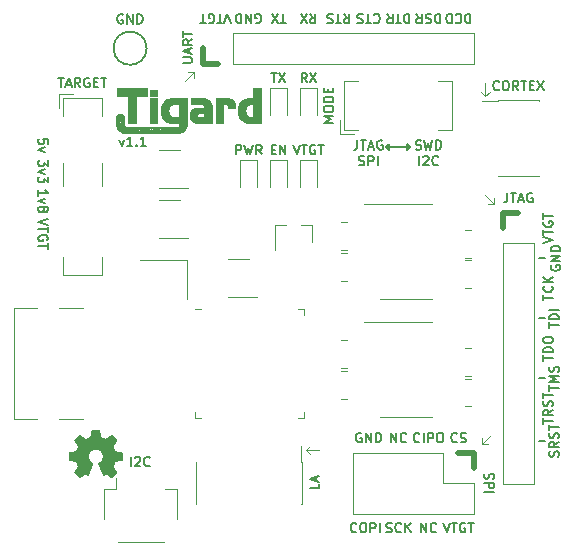
<source format=gto>
G04 #@! TF.GenerationSoftware,KiCad,Pcbnew,5.1.10*
G04 #@! TF.CreationDate,2021-09-21T16:24:46-07:00*
G04 #@! TF.ProjectId,tigard,74696761-7264-42e6-9b69-6361645f7063,v1.1*
G04 #@! TF.SameCoordinates,Original*
G04 #@! TF.FileFunction,Legend,Top*
G04 #@! TF.FilePolarity,Positive*
%FSLAX46Y46*%
G04 Gerber Fmt 4.6, Leading zero omitted, Abs format (unit mm)*
G04 Created by KiCad (PCBNEW 5.1.10) date 2021-09-21 16:24:46*
%MOMM*%
%LPD*%
G01*
G04 APERTURE LIST*
%ADD10C,0.150000*%
%ADD11C,0.120000*%
%ADD12C,0.500000*%
%ADD13C,0.010000*%
%ADD14O,2.200000X1.100000*%
%ADD15C,0.750000*%
%ADD16O,1.700000X1.100000*%
%ADD17O,1.800000X1.800000*%
%ADD18C,2.100000*%
%ADD19C,1.500000*%
%ADD20C,3.300000*%
G04 APERTURE END LIST*
D10*
X60858000Y-42344000D02*
X60604000Y-42090000D01*
X60858000Y-41836000D02*
X60858000Y-42344000D01*
X60604000Y-42090000D02*
X60858000Y-41836000D01*
X62382000Y-42344000D02*
X62636000Y-42090000D01*
X62382000Y-41836000D02*
X62382000Y-42344000D01*
X62636000Y-42090000D02*
X62382000Y-41836000D01*
X60604000Y-42090000D02*
X62636000Y-42090000D01*
X50850476Y-35801904D02*
X51307619Y-35801904D01*
X51079047Y-36601904D02*
X51079047Y-35801904D01*
X51498095Y-35801904D02*
X52031428Y-36601904D01*
X52031428Y-35801904D02*
X51498095Y-36601904D01*
X53866666Y-36601904D02*
X53600000Y-36220952D01*
X53409523Y-36601904D02*
X53409523Y-35801904D01*
X53714285Y-35801904D01*
X53790476Y-35840000D01*
X53828571Y-35878095D01*
X53866666Y-35954285D01*
X53866666Y-36068571D01*
X53828571Y-36144761D01*
X53790476Y-36182857D01*
X53714285Y-36220952D01*
X53409523Y-36220952D01*
X54133333Y-35801904D02*
X54666666Y-36601904D01*
X54666666Y-35801904D02*
X54133333Y-36601904D01*
X37989700Y-41453371D02*
X38180176Y-41986704D01*
X38370652Y-41453371D01*
X39094461Y-41986704D02*
X38637319Y-41986704D01*
X38865890Y-41986704D02*
X38865890Y-41186704D01*
X38789700Y-41300990D01*
X38713509Y-41377180D01*
X38637319Y-41415276D01*
X39437319Y-41910514D02*
X39475414Y-41948609D01*
X39437319Y-41986704D01*
X39399223Y-41948609D01*
X39437319Y-41910514D01*
X39437319Y-41986704D01*
X40237319Y-41986704D02*
X39780176Y-41986704D01*
X40008747Y-41986704D02*
X40008747Y-41186704D01*
X39932557Y-41300990D01*
X39856366Y-41377180D01*
X39780176Y-41415276D01*
X74066000Y-51480000D02*
X73558000Y-51480000D01*
X74066000Y-56560000D02*
X73558000Y-56560000D01*
X74066000Y-61640000D02*
X73558000Y-61640000D01*
X74066000Y-66974000D02*
X73558000Y-66974000D01*
X65423809Y-73901904D02*
X65690476Y-74701904D01*
X65957142Y-73901904D01*
X66109523Y-73901904D02*
X66566666Y-73901904D01*
X66338095Y-74701904D02*
X66338095Y-73901904D01*
X67252380Y-73940000D02*
X67176190Y-73901904D01*
X67061904Y-73901904D01*
X66947619Y-73940000D01*
X66871428Y-74016190D01*
X66833333Y-74092380D01*
X66795238Y-74244761D01*
X66795238Y-74359047D01*
X66833333Y-74511428D01*
X66871428Y-74587619D01*
X66947619Y-74663809D01*
X67061904Y-74701904D01*
X67138095Y-74701904D01*
X67252380Y-74663809D01*
X67290476Y-74625714D01*
X67290476Y-74359047D01*
X67138095Y-74359047D01*
X67519047Y-73901904D02*
X67976190Y-73901904D01*
X67747619Y-74701904D02*
X67747619Y-73901904D01*
X58064095Y-74625714D02*
X58026000Y-74663809D01*
X57911714Y-74701904D01*
X57835523Y-74701904D01*
X57721238Y-74663809D01*
X57645047Y-74587619D01*
X57606952Y-74511428D01*
X57568857Y-74359047D01*
X57568857Y-74244761D01*
X57606952Y-74092380D01*
X57645047Y-74016190D01*
X57721238Y-73940000D01*
X57835523Y-73901904D01*
X57911714Y-73901904D01*
X58026000Y-73940000D01*
X58064095Y-73978095D01*
X58559333Y-73901904D02*
X58711714Y-73901904D01*
X58787904Y-73940000D01*
X58864095Y-74016190D01*
X58902190Y-74168571D01*
X58902190Y-74435238D01*
X58864095Y-74587619D01*
X58787904Y-74663809D01*
X58711714Y-74701904D01*
X58559333Y-74701904D01*
X58483142Y-74663809D01*
X58406952Y-74587619D01*
X58368857Y-74435238D01*
X58368857Y-74168571D01*
X58406952Y-74016190D01*
X58483142Y-73940000D01*
X58559333Y-73901904D01*
X59245047Y-74701904D02*
X59245047Y-73901904D01*
X59549809Y-73901904D01*
X59626000Y-73940000D01*
X59664095Y-73978095D01*
X59702190Y-74054285D01*
X59702190Y-74168571D01*
X59664095Y-74244761D01*
X59626000Y-74282857D01*
X59549809Y-74320952D01*
X59245047Y-74320952D01*
X60045047Y-74701904D02*
X60045047Y-73901904D01*
X58470476Y-66320000D02*
X58394285Y-66281904D01*
X58280000Y-66281904D01*
X58165714Y-66320000D01*
X58089523Y-66396190D01*
X58051428Y-66472380D01*
X58013333Y-66624761D01*
X58013333Y-66739047D01*
X58051428Y-66891428D01*
X58089523Y-66967619D01*
X58165714Y-67043809D01*
X58280000Y-67081904D01*
X58356190Y-67081904D01*
X58470476Y-67043809D01*
X58508571Y-67005714D01*
X58508571Y-66739047D01*
X58356190Y-66739047D01*
X58851428Y-67081904D02*
X58851428Y-66281904D01*
X59308571Y-67081904D01*
X59308571Y-66281904D01*
X59689523Y-67081904D02*
X59689523Y-66281904D01*
X59880000Y-66281904D01*
X59994285Y-66320000D01*
X60070476Y-66396190D01*
X60108571Y-66472380D01*
X60146666Y-66624761D01*
X60146666Y-66739047D01*
X60108571Y-66891428D01*
X60070476Y-66967619D01*
X59994285Y-67043809D01*
X59880000Y-67081904D01*
X59689523Y-67081904D01*
X60991428Y-67081904D02*
X60991428Y-66281904D01*
X61448571Y-67081904D01*
X61448571Y-66281904D01*
X62286666Y-67005714D02*
X62248571Y-67043809D01*
X62134285Y-67081904D01*
X62058095Y-67081904D01*
X61943809Y-67043809D01*
X61867619Y-66967619D01*
X61829523Y-66891428D01*
X61791428Y-66739047D01*
X61791428Y-66624761D01*
X61829523Y-66472380D01*
X61867619Y-66396190D01*
X61943809Y-66320000D01*
X62058095Y-66281904D01*
X62134285Y-66281904D01*
X62248571Y-66320000D01*
X62286666Y-66358095D01*
X66566666Y-67005714D02*
X66528571Y-67043809D01*
X66414285Y-67081904D01*
X66338095Y-67081904D01*
X66223809Y-67043809D01*
X66147619Y-66967619D01*
X66109523Y-66891428D01*
X66071428Y-66739047D01*
X66071428Y-66624761D01*
X66109523Y-66472380D01*
X66147619Y-66396190D01*
X66223809Y-66320000D01*
X66338095Y-66281904D01*
X66414285Y-66281904D01*
X66528571Y-66320000D01*
X66566666Y-66358095D01*
X66871428Y-67043809D02*
X66985714Y-67081904D01*
X67176190Y-67081904D01*
X67252380Y-67043809D01*
X67290476Y-67005714D01*
X67328571Y-66929523D01*
X67328571Y-66853333D01*
X67290476Y-66777142D01*
X67252380Y-66739047D01*
X67176190Y-66700952D01*
X67023809Y-66662857D01*
X66947619Y-66624761D01*
X66909523Y-66586666D01*
X66871428Y-66510476D01*
X66871428Y-66434285D01*
X66909523Y-66358095D01*
X66947619Y-66320000D01*
X67023809Y-66281904D01*
X67214285Y-66281904D01*
X67328571Y-66320000D01*
X63531428Y-74701904D02*
X63531428Y-73901904D01*
X63988571Y-74701904D01*
X63988571Y-73901904D01*
X64826666Y-74625714D02*
X64788571Y-74663809D01*
X64674285Y-74701904D01*
X64598095Y-74701904D01*
X64483809Y-74663809D01*
X64407619Y-74587619D01*
X64369523Y-74511428D01*
X64331428Y-74359047D01*
X64331428Y-74244761D01*
X64369523Y-74092380D01*
X64407619Y-74016190D01*
X64483809Y-73940000D01*
X64598095Y-73901904D01*
X64674285Y-73901904D01*
X64788571Y-73940000D01*
X64826666Y-73978095D01*
X60591428Y-74663809D02*
X60705714Y-74701904D01*
X60896190Y-74701904D01*
X60972380Y-74663809D01*
X61010476Y-74625714D01*
X61048571Y-74549523D01*
X61048571Y-74473333D01*
X61010476Y-74397142D01*
X60972380Y-74359047D01*
X60896190Y-74320952D01*
X60743809Y-74282857D01*
X60667619Y-74244761D01*
X60629523Y-74206666D01*
X60591428Y-74130476D01*
X60591428Y-74054285D01*
X60629523Y-73978095D01*
X60667619Y-73940000D01*
X60743809Y-73901904D01*
X60934285Y-73901904D01*
X61048571Y-73940000D01*
X61848571Y-74625714D02*
X61810476Y-74663809D01*
X61696190Y-74701904D01*
X61620000Y-74701904D01*
X61505714Y-74663809D01*
X61429523Y-74587619D01*
X61391428Y-74511428D01*
X61353333Y-74359047D01*
X61353333Y-74244761D01*
X61391428Y-74092380D01*
X61429523Y-74016190D01*
X61505714Y-73940000D01*
X61620000Y-73901904D01*
X61696190Y-73901904D01*
X61810476Y-73940000D01*
X61848571Y-73978095D01*
X62191428Y-74701904D02*
X62191428Y-73901904D01*
X62648571Y-74701904D02*
X62305714Y-74244761D01*
X62648571Y-73901904D02*
X62191428Y-74359047D01*
X63398095Y-67005714D02*
X63360000Y-67043809D01*
X63245714Y-67081904D01*
X63169523Y-67081904D01*
X63055238Y-67043809D01*
X62979047Y-66967619D01*
X62940952Y-66891428D01*
X62902857Y-66739047D01*
X62902857Y-66624761D01*
X62940952Y-66472380D01*
X62979047Y-66396190D01*
X63055238Y-66320000D01*
X63169523Y-66281904D01*
X63245714Y-66281904D01*
X63360000Y-66320000D01*
X63398095Y-66358095D01*
X63740952Y-67081904D02*
X63740952Y-66281904D01*
X64121904Y-67081904D02*
X64121904Y-66281904D01*
X64426666Y-66281904D01*
X64502857Y-66320000D01*
X64540952Y-66358095D01*
X64579047Y-66434285D01*
X64579047Y-66548571D01*
X64540952Y-66624761D01*
X64502857Y-66662857D01*
X64426666Y-66700952D01*
X64121904Y-66700952D01*
X65074285Y-66281904D02*
X65226666Y-66281904D01*
X65302857Y-66320000D01*
X65379047Y-66396190D01*
X65417142Y-66548571D01*
X65417142Y-66815238D01*
X65379047Y-66967619D01*
X65302857Y-67043809D01*
X65226666Y-67081904D01*
X65074285Y-67081904D01*
X64998095Y-67043809D01*
X64921904Y-66967619D01*
X64883809Y-66815238D01*
X64883809Y-66548571D01*
X64921904Y-66396190D01*
X64998095Y-66320000D01*
X65074285Y-66281904D01*
X31938095Y-48123809D02*
X31138095Y-48390476D01*
X31938095Y-48657142D01*
X31938095Y-48809523D02*
X31938095Y-49266666D01*
X31138095Y-49038095D02*
X31938095Y-49038095D01*
X31900000Y-49952380D02*
X31938095Y-49876190D01*
X31938095Y-49761904D01*
X31900000Y-49647619D01*
X31823809Y-49571428D01*
X31747619Y-49533333D01*
X31595238Y-49495238D01*
X31480952Y-49495238D01*
X31328571Y-49533333D01*
X31252380Y-49571428D01*
X31176190Y-49647619D01*
X31138095Y-49761904D01*
X31138095Y-49838095D01*
X31176190Y-49952380D01*
X31214285Y-49990476D01*
X31480952Y-49990476D01*
X31480952Y-49838095D01*
X31938095Y-50219047D02*
X31938095Y-50676190D01*
X31138095Y-50447619D02*
X31938095Y-50447619D01*
X31138095Y-46192857D02*
X31138095Y-45735714D01*
X31138095Y-45964285D02*
X31938095Y-45964285D01*
X31823809Y-45888095D01*
X31747619Y-45811904D01*
X31709523Y-45735714D01*
X31671428Y-46459523D02*
X31138095Y-46650000D01*
X31671428Y-46840476D01*
X31595238Y-47259523D02*
X31633333Y-47183333D01*
X31671428Y-47145238D01*
X31747619Y-47107142D01*
X31785714Y-47107142D01*
X31861904Y-47145238D01*
X31900000Y-47183333D01*
X31938095Y-47259523D01*
X31938095Y-47411904D01*
X31900000Y-47488095D01*
X31861904Y-47526190D01*
X31785714Y-47564285D01*
X31747619Y-47564285D01*
X31671428Y-47526190D01*
X31633333Y-47488095D01*
X31595238Y-47411904D01*
X31595238Y-47259523D01*
X31557142Y-47183333D01*
X31519047Y-47145238D01*
X31442857Y-47107142D01*
X31290476Y-47107142D01*
X31214285Y-47145238D01*
X31176190Y-47183333D01*
X31138095Y-47259523D01*
X31138095Y-47411904D01*
X31176190Y-47488095D01*
X31214285Y-47526190D01*
X31290476Y-47564285D01*
X31442857Y-47564285D01*
X31519047Y-47526190D01*
X31557142Y-47488095D01*
X31595238Y-47411904D01*
X31938095Y-43197619D02*
X31938095Y-43692857D01*
X31633333Y-43426190D01*
X31633333Y-43540476D01*
X31595238Y-43616666D01*
X31557142Y-43654761D01*
X31480952Y-43692857D01*
X31290476Y-43692857D01*
X31214285Y-43654761D01*
X31176190Y-43616666D01*
X31138095Y-43540476D01*
X31138095Y-43311904D01*
X31176190Y-43235714D01*
X31214285Y-43197619D01*
X31671428Y-43959523D02*
X31138095Y-44150000D01*
X31671428Y-44340476D01*
X31938095Y-44569047D02*
X31938095Y-45064285D01*
X31633333Y-44797619D01*
X31633333Y-44911904D01*
X31595238Y-44988095D01*
X31557142Y-45026190D01*
X31480952Y-45064285D01*
X31290476Y-45064285D01*
X31214285Y-45026190D01*
X31176190Y-44988095D01*
X31138095Y-44911904D01*
X31138095Y-44683333D01*
X31176190Y-44607142D01*
X31214285Y-44569047D01*
X31938095Y-41785714D02*
X31938095Y-41404761D01*
X31557142Y-41366666D01*
X31595238Y-41404761D01*
X31633333Y-41480952D01*
X31633333Y-41671428D01*
X31595238Y-41747619D01*
X31557142Y-41785714D01*
X31480952Y-41823809D01*
X31290476Y-41823809D01*
X31214285Y-41785714D01*
X31176190Y-41747619D01*
X31138095Y-41671428D01*
X31138095Y-41480952D01*
X31176190Y-41404761D01*
X31214285Y-41366666D01*
X31671428Y-42090476D02*
X31138095Y-42280952D01*
X31671428Y-42471428D01*
X67709523Y-30798095D02*
X67709523Y-31598095D01*
X67519047Y-31598095D01*
X67404761Y-31560000D01*
X67328571Y-31483809D01*
X67290476Y-31407619D01*
X67252380Y-31255238D01*
X67252380Y-31140952D01*
X67290476Y-30988571D01*
X67328571Y-30912380D01*
X67404761Y-30836190D01*
X67519047Y-30798095D01*
X67709523Y-30798095D01*
X66452380Y-30874285D02*
X66490476Y-30836190D01*
X66604761Y-30798095D01*
X66680952Y-30798095D01*
X66795238Y-30836190D01*
X66871428Y-30912380D01*
X66909523Y-30988571D01*
X66947619Y-31140952D01*
X66947619Y-31255238D01*
X66909523Y-31407619D01*
X66871428Y-31483809D01*
X66795238Y-31560000D01*
X66680952Y-31598095D01*
X66604761Y-31598095D01*
X66490476Y-31560000D01*
X66452380Y-31521904D01*
X66109523Y-30798095D02*
X66109523Y-31598095D01*
X65919047Y-31598095D01*
X65804761Y-31560000D01*
X65728571Y-31483809D01*
X65690476Y-31407619D01*
X65652380Y-31255238D01*
X65652380Y-31140952D01*
X65690476Y-30988571D01*
X65728571Y-30912380D01*
X65804761Y-30836190D01*
X65919047Y-30798095D01*
X66109523Y-30798095D01*
X65150476Y-30798095D02*
X65150476Y-31598095D01*
X64960000Y-31598095D01*
X64845714Y-31560000D01*
X64769523Y-31483809D01*
X64731428Y-31407619D01*
X64693333Y-31255238D01*
X64693333Y-31140952D01*
X64731428Y-30988571D01*
X64769523Y-30912380D01*
X64845714Y-30836190D01*
X64960000Y-30798095D01*
X65150476Y-30798095D01*
X64388571Y-30836190D02*
X64274285Y-30798095D01*
X64083809Y-30798095D01*
X64007619Y-30836190D01*
X63969523Y-30874285D01*
X63931428Y-30950476D01*
X63931428Y-31026666D01*
X63969523Y-31102857D01*
X64007619Y-31140952D01*
X64083809Y-31179047D01*
X64236190Y-31217142D01*
X64312380Y-31255238D01*
X64350476Y-31293333D01*
X64388571Y-31369523D01*
X64388571Y-31445714D01*
X64350476Y-31521904D01*
X64312380Y-31560000D01*
X64236190Y-31598095D01*
X64045714Y-31598095D01*
X63931428Y-31560000D01*
X63131428Y-30798095D02*
X63398095Y-31179047D01*
X63588571Y-30798095D02*
X63588571Y-31598095D01*
X63283809Y-31598095D01*
X63207619Y-31560000D01*
X63169523Y-31521904D01*
X63131428Y-31445714D01*
X63131428Y-31331428D01*
X63169523Y-31255238D01*
X63207619Y-31217142D01*
X63283809Y-31179047D01*
X63588571Y-31179047D01*
X62534285Y-30798095D02*
X62534285Y-31598095D01*
X62343809Y-31598095D01*
X62229523Y-31560000D01*
X62153333Y-31483809D01*
X62115238Y-31407619D01*
X62077142Y-31255238D01*
X62077142Y-31140952D01*
X62115238Y-30988571D01*
X62153333Y-30912380D01*
X62229523Y-30836190D01*
X62343809Y-30798095D01*
X62534285Y-30798095D01*
X61848571Y-31598095D02*
X61391428Y-31598095D01*
X61620000Y-30798095D02*
X61620000Y-31598095D01*
X60667619Y-30798095D02*
X60934285Y-31179047D01*
X61124761Y-30798095D02*
X61124761Y-31598095D01*
X60820000Y-31598095D01*
X60743809Y-31560000D01*
X60705714Y-31521904D01*
X60667619Y-31445714D01*
X60667619Y-31331428D01*
X60705714Y-31255238D01*
X60743809Y-31217142D01*
X60820000Y-31179047D01*
X61124761Y-31179047D01*
X59518095Y-30874285D02*
X59556190Y-30836190D01*
X59670476Y-30798095D01*
X59746666Y-30798095D01*
X59860952Y-30836190D01*
X59937142Y-30912380D01*
X59975238Y-30988571D01*
X60013333Y-31140952D01*
X60013333Y-31255238D01*
X59975238Y-31407619D01*
X59937142Y-31483809D01*
X59860952Y-31560000D01*
X59746666Y-31598095D01*
X59670476Y-31598095D01*
X59556190Y-31560000D01*
X59518095Y-31521904D01*
X59289523Y-31598095D02*
X58832380Y-31598095D01*
X59060952Y-30798095D02*
X59060952Y-31598095D01*
X58603809Y-30836190D02*
X58489523Y-30798095D01*
X58299047Y-30798095D01*
X58222857Y-30836190D01*
X58184761Y-30874285D01*
X58146666Y-30950476D01*
X58146666Y-31026666D01*
X58184761Y-31102857D01*
X58222857Y-31140952D01*
X58299047Y-31179047D01*
X58451428Y-31217142D01*
X58527619Y-31255238D01*
X58565714Y-31293333D01*
X58603809Y-31369523D01*
X58603809Y-31445714D01*
X58565714Y-31521904D01*
X58527619Y-31560000D01*
X58451428Y-31598095D01*
X58260952Y-31598095D01*
X58146666Y-31560000D01*
X56978095Y-30798095D02*
X57244761Y-31179047D01*
X57435238Y-30798095D02*
X57435238Y-31598095D01*
X57130476Y-31598095D01*
X57054285Y-31560000D01*
X57016190Y-31521904D01*
X56978095Y-31445714D01*
X56978095Y-31331428D01*
X57016190Y-31255238D01*
X57054285Y-31217142D01*
X57130476Y-31179047D01*
X57435238Y-31179047D01*
X56749523Y-31598095D02*
X56292380Y-31598095D01*
X56520952Y-30798095D02*
X56520952Y-31598095D01*
X56063809Y-30836190D02*
X55949523Y-30798095D01*
X55759047Y-30798095D01*
X55682857Y-30836190D01*
X55644761Y-30874285D01*
X55606666Y-30950476D01*
X55606666Y-31026666D01*
X55644761Y-31102857D01*
X55682857Y-31140952D01*
X55759047Y-31179047D01*
X55911428Y-31217142D01*
X55987619Y-31255238D01*
X56025714Y-31293333D01*
X56063809Y-31369523D01*
X56063809Y-31445714D01*
X56025714Y-31521904D01*
X55987619Y-31560000D01*
X55911428Y-31598095D01*
X55720952Y-31598095D01*
X55606666Y-31560000D01*
X47402190Y-31598095D02*
X47135523Y-30798095D01*
X46868857Y-31598095D01*
X46716476Y-31598095D02*
X46259333Y-31598095D01*
X46487904Y-30798095D02*
X46487904Y-31598095D01*
X45573619Y-31560000D02*
X45649809Y-31598095D01*
X45764095Y-31598095D01*
X45878380Y-31560000D01*
X45954571Y-31483809D01*
X45992666Y-31407619D01*
X46030761Y-31255238D01*
X46030761Y-31140952D01*
X45992666Y-30988571D01*
X45954571Y-30912380D01*
X45878380Y-30836190D01*
X45764095Y-30798095D01*
X45687904Y-30798095D01*
X45573619Y-30836190D01*
X45535523Y-30874285D01*
X45535523Y-31140952D01*
X45687904Y-31140952D01*
X45306952Y-31598095D02*
X44849809Y-31598095D01*
X45078380Y-30798095D02*
X45078380Y-31598095D01*
X54133333Y-30798095D02*
X54400000Y-31179047D01*
X54590476Y-30798095D02*
X54590476Y-31598095D01*
X54285714Y-31598095D01*
X54209523Y-31560000D01*
X54171428Y-31521904D01*
X54133333Y-31445714D01*
X54133333Y-31331428D01*
X54171428Y-31255238D01*
X54209523Y-31217142D01*
X54285714Y-31179047D01*
X54590476Y-31179047D01*
X53866666Y-31598095D02*
X53333333Y-30798095D01*
X53333333Y-31598095D02*
X53866666Y-30798095D01*
X52069523Y-31598095D02*
X51612380Y-31598095D01*
X51840952Y-30798095D02*
X51840952Y-31598095D01*
X51421904Y-31598095D02*
X50888571Y-30798095D01*
X50888571Y-31598095D02*
X51421904Y-30798095D01*
X49529523Y-31560000D02*
X49605714Y-31598095D01*
X49720000Y-31598095D01*
X49834285Y-31560000D01*
X49910476Y-31483809D01*
X49948571Y-31407619D01*
X49986666Y-31255238D01*
X49986666Y-31140952D01*
X49948571Y-30988571D01*
X49910476Y-30912380D01*
X49834285Y-30836190D01*
X49720000Y-30798095D01*
X49643809Y-30798095D01*
X49529523Y-30836190D01*
X49491428Y-30874285D01*
X49491428Y-31140952D01*
X49643809Y-31140952D01*
X49148571Y-30798095D02*
X49148571Y-31598095D01*
X48691428Y-30798095D01*
X48691428Y-31598095D01*
X48310476Y-30798095D02*
X48310476Y-31598095D01*
X48120000Y-31598095D01*
X48005714Y-31560000D01*
X47929523Y-31483809D01*
X47891428Y-31407619D01*
X47853333Y-31255238D01*
X47853333Y-31140952D01*
X47891428Y-30988571D01*
X47929523Y-30912380D01*
X48005714Y-30836190D01*
X48120000Y-30798095D01*
X48310476Y-30798095D01*
X74555000Y-52089523D02*
X74516904Y-52165714D01*
X74516904Y-52280000D01*
X74555000Y-52394285D01*
X74631190Y-52470476D01*
X74707380Y-52508571D01*
X74859761Y-52546666D01*
X74974047Y-52546666D01*
X75126428Y-52508571D01*
X75202619Y-52470476D01*
X75278809Y-52394285D01*
X75316904Y-52280000D01*
X75316904Y-52203809D01*
X75278809Y-52089523D01*
X75240714Y-52051428D01*
X74974047Y-52051428D01*
X74974047Y-52203809D01*
X75316904Y-51708571D02*
X74516904Y-51708571D01*
X75316904Y-51251428D01*
X74516904Y-51251428D01*
X75316904Y-50870476D02*
X74516904Y-50870476D01*
X74516904Y-50680000D01*
X74555000Y-50565714D01*
X74631190Y-50489523D01*
X74707380Y-50451428D01*
X74859761Y-50413333D01*
X74974047Y-50413333D01*
X75126428Y-50451428D01*
X75202619Y-50489523D01*
X75278809Y-50565714D01*
X75316904Y-50680000D01*
X75316904Y-50870476D01*
X73881904Y-50216190D02*
X74681904Y-49949523D01*
X73881904Y-49682857D01*
X73881904Y-49530476D02*
X73881904Y-49073333D01*
X74681904Y-49301904D02*
X73881904Y-49301904D01*
X73920000Y-48387619D02*
X73881904Y-48463809D01*
X73881904Y-48578095D01*
X73920000Y-48692380D01*
X73996190Y-48768571D01*
X74072380Y-48806666D01*
X74224761Y-48844761D01*
X74339047Y-48844761D01*
X74491428Y-48806666D01*
X74567619Y-48768571D01*
X74643809Y-48692380D01*
X74681904Y-48578095D01*
X74681904Y-48501904D01*
X74643809Y-48387619D01*
X74605714Y-48349523D01*
X74339047Y-48349523D01*
X74339047Y-48501904D01*
X73881904Y-48120952D02*
X73881904Y-47663809D01*
X74681904Y-47892380D02*
X73881904Y-47892380D01*
X73881904Y-65494285D02*
X73881904Y-65037142D01*
X74681904Y-65265714D02*
X73881904Y-65265714D01*
X74681904Y-64313333D02*
X74300952Y-64580000D01*
X74681904Y-64770476D02*
X73881904Y-64770476D01*
X73881904Y-64465714D01*
X73920000Y-64389523D01*
X73958095Y-64351428D01*
X74034285Y-64313333D01*
X74148571Y-64313333D01*
X74224761Y-64351428D01*
X74262857Y-64389523D01*
X74300952Y-64465714D01*
X74300952Y-64770476D01*
X74643809Y-64008571D02*
X74681904Y-63894285D01*
X74681904Y-63703809D01*
X74643809Y-63627619D01*
X74605714Y-63589523D01*
X74529523Y-63551428D01*
X74453333Y-63551428D01*
X74377142Y-63589523D01*
X74339047Y-63627619D01*
X74300952Y-63703809D01*
X74262857Y-63856190D01*
X74224761Y-63932380D01*
X74186666Y-63970476D01*
X74110476Y-64008571D01*
X74034285Y-64008571D01*
X73958095Y-63970476D01*
X73920000Y-63932380D01*
X73881904Y-63856190D01*
X73881904Y-63665714D01*
X73920000Y-63551428D01*
X73881904Y-63322857D02*
X73881904Y-62865714D01*
X74681904Y-63094285D02*
X73881904Y-63094285D01*
X74389904Y-57379047D02*
X74389904Y-56921904D01*
X75189904Y-57150476D02*
X74389904Y-57150476D01*
X75189904Y-56655238D02*
X74389904Y-56655238D01*
X74389904Y-56464761D01*
X74428000Y-56350476D01*
X74504190Y-56274285D01*
X74580380Y-56236190D01*
X74732761Y-56198095D01*
X74847047Y-56198095D01*
X74999428Y-56236190D01*
X75075619Y-56274285D01*
X75151809Y-56350476D01*
X75189904Y-56464761D01*
X75189904Y-56655238D01*
X75189904Y-55855238D02*
X74389904Y-55855238D01*
X74389904Y-62706666D02*
X74389904Y-62249523D01*
X75189904Y-62478095D02*
X74389904Y-62478095D01*
X75189904Y-61982857D02*
X74389904Y-61982857D01*
X74961333Y-61716190D01*
X74389904Y-61449523D01*
X75189904Y-61449523D01*
X75151809Y-61106666D02*
X75189904Y-60992380D01*
X75189904Y-60801904D01*
X75151809Y-60725714D01*
X75113714Y-60687619D01*
X75037523Y-60649523D01*
X74961333Y-60649523D01*
X74885142Y-60687619D01*
X74847047Y-60725714D01*
X74808952Y-60801904D01*
X74770857Y-60954285D01*
X74732761Y-61030476D01*
X74694666Y-61068571D01*
X74618476Y-61106666D01*
X74542285Y-61106666D01*
X74466095Y-61068571D01*
X74428000Y-61030476D01*
X74389904Y-60954285D01*
X74389904Y-60763809D01*
X74428000Y-60649523D01*
X73881904Y-55048571D02*
X73881904Y-54591428D01*
X74681904Y-54820000D02*
X73881904Y-54820000D01*
X74605714Y-53867619D02*
X74643809Y-53905714D01*
X74681904Y-54020000D01*
X74681904Y-54096190D01*
X74643809Y-54210476D01*
X74567619Y-54286666D01*
X74491428Y-54324761D01*
X74339047Y-54362857D01*
X74224761Y-54362857D01*
X74072380Y-54324761D01*
X73996190Y-54286666D01*
X73920000Y-54210476D01*
X73881904Y-54096190D01*
X73881904Y-54020000D01*
X73920000Y-53905714D01*
X73958095Y-53867619D01*
X74681904Y-53524761D02*
X73881904Y-53524761D01*
X74681904Y-53067619D02*
X74224761Y-53410476D01*
X73881904Y-53067619D02*
X74339047Y-53524761D01*
X73881904Y-60147619D02*
X73881904Y-59690476D01*
X74681904Y-59919047D02*
X73881904Y-59919047D01*
X74681904Y-59423809D02*
X73881904Y-59423809D01*
X73881904Y-59233333D01*
X73920000Y-59119047D01*
X73996190Y-59042857D01*
X74072380Y-59004761D01*
X74224761Y-58966666D01*
X74339047Y-58966666D01*
X74491428Y-59004761D01*
X74567619Y-59042857D01*
X74643809Y-59119047D01*
X74681904Y-59233333D01*
X74681904Y-59423809D01*
X73881904Y-58471428D02*
X73881904Y-58319047D01*
X73920000Y-58242857D01*
X73996190Y-58166666D01*
X74148571Y-58128571D01*
X74415238Y-58128571D01*
X74567619Y-58166666D01*
X74643809Y-58242857D01*
X74681904Y-58319047D01*
X74681904Y-58471428D01*
X74643809Y-58547619D01*
X74567619Y-58623809D01*
X74415238Y-58661904D01*
X74148571Y-58661904D01*
X73996190Y-58623809D01*
X73920000Y-58547619D01*
X73881904Y-58471428D01*
X75151809Y-68288285D02*
X75189904Y-68174000D01*
X75189904Y-67983523D01*
X75151809Y-67907333D01*
X75113714Y-67869238D01*
X75037523Y-67831142D01*
X74961333Y-67831142D01*
X74885142Y-67869238D01*
X74847047Y-67907333D01*
X74808952Y-67983523D01*
X74770857Y-68135904D01*
X74732761Y-68212095D01*
X74694666Y-68250190D01*
X74618476Y-68288285D01*
X74542285Y-68288285D01*
X74466095Y-68250190D01*
X74428000Y-68212095D01*
X74389904Y-68135904D01*
X74389904Y-67945428D01*
X74428000Y-67831142D01*
X75189904Y-67031142D02*
X74808952Y-67297809D01*
X75189904Y-67488285D02*
X74389904Y-67488285D01*
X74389904Y-67183523D01*
X74428000Y-67107333D01*
X74466095Y-67069238D01*
X74542285Y-67031142D01*
X74656571Y-67031142D01*
X74732761Y-67069238D01*
X74770857Y-67107333D01*
X74808952Y-67183523D01*
X74808952Y-67488285D01*
X75151809Y-66726380D02*
X75189904Y-66612095D01*
X75189904Y-66421619D01*
X75151809Y-66345428D01*
X75113714Y-66307333D01*
X75037523Y-66269238D01*
X74961333Y-66269238D01*
X74885142Y-66307333D01*
X74847047Y-66345428D01*
X74808952Y-66421619D01*
X74770857Y-66574000D01*
X74732761Y-66650190D01*
X74694666Y-66688285D01*
X74618476Y-66726380D01*
X74542285Y-66726380D01*
X74466095Y-66688285D01*
X74428000Y-66650190D01*
X74389904Y-66574000D01*
X74389904Y-66383523D01*
X74428000Y-66269238D01*
X74389904Y-66040666D02*
X74389904Y-65583523D01*
X75189904Y-65812095D02*
X74389904Y-65812095D01*
X63074285Y-42238809D02*
X63188571Y-42276904D01*
X63379047Y-42276904D01*
X63455238Y-42238809D01*
X63493333Y-42200714D01*
X63531428Y-42124523D01*
X63531428Y-42048333D01*
X63493333Y-41972142D01*
X63455238Y-41934047D01*
X63379047Y-41895952D01*
X63226666Y-41857857D01*
X63150476Y-41819761D01*
X63112380Y-41781666D01*
X63074285Y-41705476D01*
X63074285Y-41629285D01*
X63112380Y-41553095D01*
X63150476Y-41515000D01*
X63226666Y-41476904D01*
X63417142Y-41476904D01*
X63531428Y-41515000D01*
X63798095Y-41476904D02*
X63988571Y-42276904D01*
X64140952Y-41705476D01*
X64293333Y-42276904D01*
X64483809Y-41476904D01*
X64788571Y-42276904D02*
X64788571Y-41476904D01*
X64979047Y-41476904D01*
X65093333Y-41515000D01*
X65169523Y-41591190D01*
X65207619Y-41667380D01*
X65245714Y-41819761D01*
X65245714Y-41934047D01*
X65207619Y-42086428D01*
X65169523Y-42162619D01*
X65093333Y-42238809D01*
X64979047Y-42276904D01*
X64788571Y-42276904D01*
X63379047Y-43626904D02*
X63379047Y-42826904D01*
X63721904Y-42903095D02*
X63760000Y-42865000D01*
X63836190Y-42826904D01*
X64026666Y-42826904D01*
X64102857Y-42865000D01*
X64140952Y-42903095D01*
X64179047Y-42979285D01*
X64179047Y-43055476D01*
X64140952Y-43169761D01*
X63683809Y-43626904D01*
X64179047Y-43626904D01*
X64979047Y-43550714D02*
X64940952Y-43588809D01*
X64826666Y-43626904D01*
X64750476Y-43626904D01*
X64636190Y-43588809D01*
X64560000Y-43512619D01*
X64521904Y-43436428D01*
X64483809Y-43284047D01*
X64483809Y-43169761D01*
X64521904Y-43017380D01*
X64560000Y-42941190D01*
X64636190Y-42865000D01*
X64750476Y-42826904D01*
X64826666Y-42826904D01*
X64940952Y-42865000D01*
X64979047Y-42903095D01*
X58146666Y-41476904D02*
X58146666Y-42048333D01*
X58108571Y-42162619D01*
X58032380Y-42238809D01*
X57918095Y-42276904D01*
X57841904Y-42276904D01*
X58413333Y-41476904D02*
X58870476Y-41476904D01*
X58641904Y-42276904D02*
X58641904Y-41476904D01*
X59099047Y-42048333D02*
X59480000Y-42048333D01*
X59022857Y-42276904D02*
X59289523Y-41476904D01*
X59556190Y-42276904D01*
X60241904Y-41515000D02*
X60165714Y-41476904D01*
X60051428Y-41476904D01*
X59937142Y-41515000D01*
X59860952Y-41591190D01*
X59822857Y-41667380D01*
X59784761Y-41819761D01*
X59784761Y-41934047D01*
X59822857Y-42086428D01*
X59860952Y-42162619D01*
X59937142Y-42238809D01*
X60051428Y-42276904D01*
X60127619Y-42276904D01*
X60241904Y-42238809D01*
X60280000Y-42200714D01*
X60280000Y-41934047D01*
X60127619Y-41934047D01*
X58260952Y-43588809D02*
X58375238Y-43626904D01*
X58565714Y-43626904D01*
X58641904Y-43588809D01*
X58680000Y-43550714D01*
X58718095Y-43474523D01*
X58718095Y-43398333D01*
X58680000Y-43322142D01*
X58641904Y-43284047D01*
X58565714Y-43245952D01*
X58413333Y-43207857D01*
X58337142Y-43169761D01*
X58299047Y-43131666D01*
X58260952Y-43055476D01*
X58260952Y-42979285D01*
X58299047Y-42903095D01*
X58337142Y-42865000D01*
X58413333Y-42826904D01*
X58603809Y-42826904D01*
X58718095Y-42865000D01*
X59060952Y-43626904D02*
X59060952Y-42826904D01*
X59365714Y-42826904D01*
X59441904Y-42865000D01*
X59480000Y-42903095D01*
X59518095Y-42979285D01*
X59518095Y-43093571D01*
X59480000Y-43169761D01*
X59441904Y-43207857D01*
X59365714Y-43245952D01*
X59060952Y-43245952D01*
X59860952Y-43626904D02*
X59860952Y-42826904D01*
X47853333Y-42697904D02*
X47853333Y-41897904D01*
X48158095Y-41897904D01*
X48234285Y-41936000D01*
X48272380Y-41974095D01*
X48310476Y-42050285D01*
X48310476Y-42164571D01*
X48272380Y-42240761D01*
X48234285Y-42278857D01*
X48158095Y-42316952D01*
X47853333Y-42316952D01*
X48577142Y-41897904D02*
X48767619Y-42697904D01*
X48920000Y-42126476D01*
X49072380Y-42697904D01*
X49262857Y-41897904D01*
X50024761Y-42697904D02*
X49758095Y-42316952D01*
X49567619Y-42697904D02*
X49567619Y-41897904D01*
X49872380Y-41897904D01*
X49948571Y-41936000D01*
X49986666Y-41974095D01*
X50024761Y-42050285D01*
X50024761Y-42164571D01*
X49986666Y-42240761D01*
X49948571Y-42278857D01*
X49872380Y-42316952D01*
X49567619Y-42316952D01*
X52723809Y-41897904D02*
X52990476Y-42697904D01*
X53257142Y-41897904D01*
X53409523Y-41897904D02*
X53866666Y-41897904D01*
X53638095Y-42697904D02*
X53638095Y-41897904D01*
X54552380Y-41936000D02*
X54476190Y-41897904D01*
X54361904Y-41897904D01*
X54247619Y-41936000D01*
X54171428Y-42012190D01*
X54133333Y-42088380D01*
X54095238Y-42240761D01*
X54095238Y-42355047D01*
X54133333Y-42507428D01*
X54171428Y-42583619D01*
X54247619Y-42659809D01*
X54361904Y-42697904D01*
X54438095Y-42697904D01*
X54552380Y-42659809D01*
X54590476Y-42621714D01*
X54590476Y-42355047D01*
X54438095Y-42355047D01*
X54819047Y-41897904D02*
X55276190Y-41897904D01*
X55047619Y-42697904D02*
X55047619Y-41897904D01*
X50869523Y-42278857D02*
X51136190Y-42278857D01*
X51250476Y-42697904D02*
X50869523Y-42697904D01*
X50869523Y-41897904D01*
X51250476Y-41897904D01*
X51593333Y-42697904D02*
X51593333Y-41897904D01*
X52050476Y-42697904D01*
X52050476Y-41897904D01*
D11*
X53776000Y-67716000D02*
X54135210Y-67356790D01*
X54135210Y-67356790D02*
X53776000Y-67716000D01*
X53776000Y-67716000D02*
X54135210Y-68075210D01*
X53776000Y-67716000D02*
X54853630Y-67716000D01*
X44510000Y-72275000D02*
X44445000Y-72275000D01*
X44510000Y-68745000D02*
X44445000Y-68745000D01*
X53455000Y-72275000D02*
X53390000Y-72275000D01*
X53455000Y-68745000D02*
X53390000Y-68745000D01*
X53390000Y-67420000D02*
X53390000Y-68745000D01*
X44445000Y-68745000D02*
X44445000Y-72275000D01*
X53455000Y-68745000D02*
X53455000Y-72275000D01*
X31000000Y-55700000D02*
X29100000Y-55700000D01*
X34900000Y-55700000D02*
X32900000Y-55700000D01*
X31000000Y-65100000D02*
X29100000Y-65100000D01*
X34900000Y-65100000D02*
X32900000Y-65100000D01*
X29100000Y-55700000D02*
X29100000Y-65100000D01*
X69240000Y-46908000D02*
X69748000Y-46908000D01*
X69748000Y-46908000D02*
X69748000Y-46400000D01*
X69748000Y-46908000D02*
X68986000Y-46146000D01*
X69748000Y-46908000D02*
X69240000Y-46908000D01*
D12*
X70450000Y-47610000D02*
X71780000Y-47610000D01*
X70450000Y-48940000D02*
X70450000Y-47610000D01*
D11*
X70450000Y-50210000D02*
X73110000Y-50210000D01*
X73110000Y-50210000D02*
X73110000Y-70590000D01*
X70450000Y-50210000D02*
X70450000Y-70590000D01*
X70450000Y-70590000D02*
X73110000Y-70590000D01*
D13*
G36*
X41192243Y-37713200D02*
G01*
X40568788Y-37713200D01*
X40568788Y-37220594D01*
X41192243Y-37220594D01*
X41192243Y-37713200D01*
G37*
X41192243Y-37713200D02*
X40568788Y-37713200D01*
X40568788Y-37220594D01*
X41192243Y-37220594D01*
X41192243Y-37713200D01*
G36*
X49959091Y-40022291D02*
G01*
X49587712Y-40022314D01*
X49507920Y-40022391D01*
X49428221Y-40022603D01*
X49350884Y-40022933D01*
X49278175Y-40023367D01*
X49212362Y-40023889D01*
X49155711Y-40024485D01*
X49110491Y-40025140D01*
X49085485Y-40025659D01*
X49035943Y-40026407D01*
X48985963Y-40026271D01*
X48940046Y-40025323D01*
X48902694Y-40023634D01*
X48888283Y-40022501D01*
X48756633Y-40003488D01*
X48635181Y-39973225D01*
X48524074Y-39931826D01*
X48423459Y-39879404D01*
X48333482Y-39816073D01*
X48254291Y-39741945D01*
X48186032Y-39657133D01*
X48128851Y-39561752D01*
X48082897Y-39455913D01*
X48059642Y-39383442D01*
X48041197Y-39307132D01*
X48025597Y-39221587D01*
X48013674Y-39132834D01*
X48006260Y-39046900D01*
X48004329Y-38987273D01*
X48659797Y-38987273D01*
X48661361Y-39017747D01*
X48665157Y-39054480D01*
X48668392Y-39080865D01*
X48685452Y-39175298D01*
X48711465Y-39257496D01*
X48746692Y-39327930D01*
X48791398Y-39387073D01*
X48845845Y-39435397D01*
X48877577Y-39456104D01*
X48905818Y-39471462D01*
X48933419Y-39483354D01*
X48962922Y-39492209D01*
X48996871Y-39498460D01*
X49037810Y-39502537D01*
X49088281Y-39504870D01*
X49150828Y-39505891D01*
X49172129Y-39506006D01*
X49335743Y-39506594D01*
X49333765Y-38977427D01*
X49331788Y-38448261D01*
X49177849Y-38449730D01*
X49123248Y-38450422D01*
X49081079Y-38451499D01*
X49048383Y-38453235D01*
X49022197Y-38455900D01*
X48999562Y-38459769D01*
X48977516Y-38465113D01*
X48961709Y-38469623D01*
X48891028Y-38497150D01*
X48830381Y-38535125D01*
X48779449Y-38583993D01*
X48737914Y-38644198D01*
X48705457Y-38716187D01*
X48681760Y-38800403D01*
X48668544Y-38879683D01*
X48663385Y-38923613D01*
X48660471Y-38957686D01*
X48659797Y-38987273D01*
X48004329Y-38987273D01*
X48004124Y-38980972D01*
X48005973Y-38923174D01*
X48011343Y-38854854D01*
X48019811Y-38780369D01*
X48030949Y-38704077D01*
X48031419Y-38701207D01*
X48058218Y-38578883D01*
X48096726Y-38466522D01*
X48146780Y-38364286D01*
X48208215Y-38272341D01*
X48280868Y-38190850D01*
X48364573Y-38119978D01*
X48459168Y-38059890D01*
X48564487Y-38010749D01*
X48680368Y-37972720D01*
X48781455Y-37950248D01*
X48811304Y-37945335D01*
X48841886Y-37941385D01*
X48875572Y-37938255D01*
X48914735Y-37935801D01*
X48961750Y-37933880D01*
X49018988Y-37932349D01*
X49088823Y-37931065D01*
X49102803Y-37930850D01*
X49335637Y-37927363D01*
X49335637Y-37089745D01*
X49959091Y-37089745D01*
X49959091Y-40022291D01*
G37*
X49959091Y-40022291D02*
X49587712Y-40022314D01*
X49507920Y-40022391D01*
X49428221Y-40022603D01*
X49350884Y-40022933D01*
X49278175Y-40023367D01*
X49212362Y-40023889D01*
X49155711Y-40024485D01*
X49110491Y-40025140D01*
X49085485Y-40025659D01*
X49035943Y-40026407D01*
X48985963Y-40026271D01*
X48940046Y-40025323D01*
X48902694Y-40023634D01*
X48888283Y-40022501D01*
X48756633Y-40003488D01*
X48635181Y-39973225D01*
X48524074Y-39931826D01*
X48423459Y-39879404D01*
X48333482Y-39816073D01*
X48254291Y-39741945D01*
X48186032Y-39657133D01*
X48128851Y-39561752D01*
X48082897Y-39455913D01*
X48059642Y-39383442D01*
X48041197Y-39307132D01*
X48025597Y-39221587D01*
X48013674Y-39132834D01*
X48006260Y-39046900D01*
X48004329Y-38987273D01*
X48659797Y-38987273D01*
X48661361Y-39017747D01*
X48665157Y-39054480D01*
X48668392Y-39080865D01*
X48685452Y-39175298D01*
X48711465Y-39257496D01*
X48746692Y-39327930D01*
X48791398Y-39387073D01*
X48845845Y-39435397D01*
X48877577Y-39456104D01*
X48905818Y-39471462D01*
X48933419Y-39483354D01*
X48962922Y-39492209D01*
X48996871Y-39498460D01*
X49037810Y-39502537D01*
X49088281Y-39504870D01*
X49150828Y-39505891D01*
X49172129Y-39506006D01*
X49335743Y-39506594D01*
X49333765Y-38977427D01*
X49331788Y-38448261D01*
X49177849Y-38449730D01*
X49123248Y-38450422D01*
X49081079Y-38451499D01*
X49048383Y-38453235D01*
X49022197Y-38455900D01*
X48999562Y-38459769D01*
X48977516Y-38465113D01*
X48961709Y-38469623D01*
X48891028Y-38497150D01*
X48830381Y-38535125D01*
X48779449Y-38583993D01*
X48737914Y-38644198D01*
X48705457Y-38716187D01*
X48681760Y-38800403D01*
X48668544Y-38879683D01*
X48663385Y-38923613D01*
X48660471Y-38957686D01*
X48659797Y-38987273D01*
X48004329Y-38987273D01*
X48004124Y-38980972D01*
X48005973Y-38923174D01*
X48011343Y-38854854D01*
X48019811Y-38780369D01*
X48030949Y-38704077D01*
X48031419Y-38701207D01*
X48058218Y-38578883D01*
X48096726Y-38466522D01*
X48146780Y-38364286D01*
X48208215Y-38272341D01*
X48280868Y-38190850D01*
X48364573Y-38119978D01*
X48459168Y-38059890D01*
X48564487Y-38010749D01*
X48680368Y-37972720D01*
X48781455Y-37950248D01*
X48811304Y-37945335D01*
X48841886Y-37941385D01*
X48875572Y-37938255D01*
X48914735Y-37935801D01*
X48961750Y-37933880D01*
X49018988Y-37932349D01*
X49088823Y-37931065D01*
X49102803Y-37930850D01*
X49335637Y-37927363D01*
X49335637Y-37089745D01*
X49959091Y-37089745D01*
X49959091Y-40022291D01*
G36*
X46689803Y-37928854D02*
G01*
X47215122Y-37928992D01*
X47292091Y-37947491D01*
X47345195Y-37961153D01*
X47388265Y-37974708D01*
X47426514Y-37990171D01*
X47465154Y-38009556D01*
X47492455Y-38024927D01*
X47531468Y-38051460D01*
X47574955Y-38087427D01*
X47619408Y-38129324D01*
X47661322Y-38173650D01*
X47697189Y-38216901D01*
X47723502Y-38255575D01*
X47723653Y-38255836D01*
X47747716Y-38299923D01*
X47766671Y-38341013D01*
X47781189Y-38382021D01*
X47791939Y-38425863D01*
X47799592Y-38475453D01*
X47804819Y-38533706D01*
X47808290Y-38603537D01*
X47809091Y-38627215D01*
X47813938Y-38783079D01*
X47180485Y-38783079D01*
X47180485Y-38692525D01*
X47180092Y-38651439D01*
X47178591Y-38622091D01*
X47175494Y-38600838D01*
X47170316Y-38584036D01*
X47164321Y-38571298D01*
X47131720Y-38524259D01*
X47088163Y-38487082D01*
X47058051Y-38469833D01*
X47040330Y-38461424D01*
X47024552Y-38455563D01*
X47007398Y-38451787D01*
X46985548Y-38449637D01*
X46955685Y-38448650D01*
X46914489Y-38448367D01*
X46903394Y-38448353D01*
X46791788Y-38448261D01*
X46787940Y-39237200D01*
X46784091Y-40026139D01*
X46474288Y-40028151D01*
X46164485Y-40030162D01*
X46164485Y-37928715D01*
X46689803Y-37928854D01*
G37*
X46689803Y-37928854D02*
X47215122Y-37928992D01*
X47292091Y-37947491D01*
X47345195Y-37961153D01*
X47388265Y-37974708D01*
X47426514Y-37990171D01*
X47465154Y-38009556D01*
X47492455Y-38024927D01*
X47531468Y-38051460D01*
X47574955Y-38087427D01*
X47619408Y-38129324D01*
X47661322Y-38173650D01*
X47697189Y-38216901D01*
X47723502Y-38255575D01*
X47723653Y-38255836D01*
X47747716Y-38299923D01*
X47766671Y-38341013D01*
X47781189Y-38382021D01*
X47791939Y-38425863D01*
X47799592Y-38475453D01*
X47804819Y-38533706D01*
X47808290Y-38603537D01*
X47809091Y-38627215D01*
X47813938Y-38783079D01*
X47180485Y-38783079D01*
X47180485Y-38692525D01*
X47180092Y-38651439D01*
X47178591Y-38622091D01*
X47175494Y-38600838D01*
X47170316Y-38584036D01*
X47164321Y-38571298D01*
X47131720Y-38524259D01*
X47088163Y-38487082D01*
X47058051Y-38469833D01*
X47040330Y-38461424D01*
X47024552Y-38455563D01*
X47007398Y-38451787D01*
X46985548Y-38449637D01*
X46955685Y-38448650D01*
X46914489Y-38448367D01*
X46903394Y-38448353D01*
X46791788Y-38448261D01*
X46787940Y-39237200D01*
X46784091Y-40026139D01*
X46474288Y-40028151D01*
X46164485Y-40030162D01*
X46164485Y-37928715D01*
X46689803Y-37928854D01*
G36*
X44987365Y-37933110D02*
G01*
X45031261Y-37933418D01*
X45067486Y-37934015D01*
X45097328Y-37934930D01*
X45122073Y-37936191D01*
X45143009Y-37937828D01*
X45161422Y-37939870D01*
X45178601Y-37942347D01*
X45195831Y-37945287D01*
X45213909Y-37948628D01*
X45299288Y-37967286D01*
X45372699Y-37989542D01*
X45437419Y-38016837D01*
X45496722Y-38050610D01*
X45553883Y-38092304D01*
X45568991Y-38104781D01*
X45629811Y-38164665D01*
X45684881Y-38235472D01*
X45731470Y-38313032D01*
X45766849Y-38393173D01*
X45776156Y-38421321D01*
X45781653Y-38440109D01*
X45786519Y-38458321D01*
X45790792Y-38476975D01*
X45794512Y-38497087D01*
X45797717Y-38519677D01*
X45800446Y-38545761D01*
X45802738Y-38576357D01*
X45804632Y-38612484D01*
X45806167Y-38655158D01*
X45807381Y-38705398D01*
X45808313Y-38764220D01*
X45809003Y-38832644D01*
X45809488Y-38911686D01*
X45809808Y-39002365D01*
X45810002Y-39105697D01*
X45810109Y-39222701D01*
X45810152Y-39312245D01*
X45810425Y-40029988D01*
X45165803Y-40029050D01*
X45041778Y-40028809D01*
X44932314Y-40028463D01*
X44836579Y-40027997D01*
X44753741Y-40027399D01*
X44682968Y-40026657D01*
X44623426Y-40025756D01*
X44574285Y-40024685D01*
X44534712Y-40023430D01*
X44503874Y-40021979D01*
X44480939Y-40020318D01*
X44465076Y-40018435D01*
X44463455Y-40018168D01*
X44377733Y-40000321D01*
X44304358Y-39977875D01*
X44240636Y-39949517D01*
X44183875Y-39913934D01*
X44131382Y-39869814D01*
X44105462Y-39843683D01*
X44051157Y-39775256D01*
X44006718Y-39696745D01*
X43973638Y-39610988D01*
X43963731Y-39574503D01*
X43953749Y-39517318D01*
X43948064Y-39450607D01*
X43946664Y-39380463D01*
X44567974Y-39380463D01*
X44573539Y-39430644D01*
X44589590Y-39469993D01*
X44616888Y-39499611D01*
X44656192Y-39520599D01*
X44667425Y-39524452D01*
X44689757Y-39531246D01*
X44709168Y-39536228D01*
X44728503Y-39539608D01*
X44750609Y-39541599D01*
X44778332Y-39542412D01*
X44814519Y-39542261D01*
X44862015Y-39541355D01*
X44886788Y-39540783D01*
X44939141Y-39539655D01*
X44992786Y-39538686D01*
X45043190Y-39537945D01*
X45085822Y-39537501D01*
X45108076Y-39537404D01*
X45186970Y-39537382D01*
X45186970Y-39204771D01*
X44942591Y-39210385D01*
X44872797Y-39212084D01*
X44816569Y-39213722D01*
X44772081Y-39215429D01*
X44737506Y-39217334D01*
X44711018Y-39219568D01*
X44690791Y-39222259D01*
X44674998Y-39225538D01*
X44661812Y-39229535D01*
X44659071Y-39230526D01*
X44619371Y-39251167D01*
X44591500Y-39279896D01*
X44574674Y-39318004D01*
X44568108Y-39366784D01*
X44567974Y-39380463D01*
X43946664Y-39380463D01*
X43946641Y-39379352D01*
X43949451Y-39308532D01*
X43956459Y-39243128D01*
X43966197Y-39193531D01*
X43997248Y-39099785D01*
X44039499Y-39016556D01*
X44092830Y-38943974D01*
X44157120Y-38882166D01*
X44232247Y-38831263D01*
X44318092Y-38791391D01*
X44356393Y-38778251D01*
X44373307Y-38773112D01*
X44388980Y-38768889D01*
X44405168Y-38765454D01*
X44423629Y-38762679D01*
X44446121Y-38760436D01*
X44474400Y-38758597D01*
X44510225Y-38757034D01*
X44555352Y-38755618D01*
X44611539Y-38754222D01*
X44680543Y-38752718D01*
X44717455Y-38751947D01*
X44787821Y-38750517D01*
X44857015Y-38749172D01*
X44922656Y-38747954D01*
X44982361Y-38746905D01*
X45033748Y-38746066D01*
X45074436Y-38745479D01*
X45101413Y-38745191D01*
X45189038Y-38744594D01*
X45185122Y-38692639D01*
X45173677Y-38622443D01*
X45150621Y-38562304D01*
X45115847Y-38512049D01*
X45069250Y-38471507D01*
X45036237Y-38452109D01*
X44983000Y-38425170D01*
X44538500Y-38422950D01*
X44094000Y-38420731D01*
X44094000Y-37938431D01*
X44607773Y-37934869D01*
X44709330Y-37934174D01*
X44796781Y-37933621D01*
X44871412Y-37933240D01*
X44934511Y-37933060D01*
X44987365Y-37933110D01*
G37*
X44987365Y-37933110D02*
X45031261Y-37933418D01*
X45067486Y-37934015D01*
X45097328Y-37934930D01*
X45122073Y-37936191D01*
X45143009Y-37937828D01*
X45161422Y-37939870D01*
X45178601Y-37942347D01*
X45195831Y-37945287D01*
X45213909Y-37948628D01*
X45299288Y-37967286D01*
X45372699Y-37989542D01*
X45437419Y-38016837D01*
X45496722Y-38050610D01*
X45553883Y-38092304D01*
X45568991Y-38104781D01*
X45629811Y-38164665D01*
X45684881Y-38235472D01*
X45731470Y-38313032D01*
X45766849Y-38393173D01*
X45776156Y-38421321D01*
X45781653Y-38440109D01*
X45786519Y-38458321D01*
X45790792Y-38476975D01*
X45794512Y-38497087D01*
X45797717Y-38519677D01*
X45800446Y-38545761D01*
X45802738Y-38576357D01*
X45804632Y-38612484D01*
X45806167Y-38655158D01*
X45807381Y-38705398D01*
X45808313Y-38764220D01*
X45809003Y-38832644D01*
X45809488Y-38911686D01*
X45809808Y-39002365D01*
X45810002Y-39105697D01*
X45810109Y-39222701D01*
X45810152Y-39312245D01*
X45810425Y-40029988D01*
X45165803Y-40029050D01*
X45041778Y-40028809D01*
X44932314Y-40028463D01*
X44836579Y-40027997D01*
X44753741Y-40027399D01*
X44682968Y-40026657D01*
X44623426Y-40025756D01*
X44574285Y-40024685D01*
X44534712Y-40023430D01*
X44503874Y-40021979D01*
X44480939Y-40020318D01*
X44465076Y-40018435D01*
X44463455Y-40018168D01*
X44377733Y-40000321D01*
X44304358Y-39977875D01*
X44240636Y-39949517D01*
X44183875Y-39913934D01*
X44131382Y-39869814D01*
X44105462Y-39843683D01*
X44051157Y-39775256D01*
X44006718Y-39696745D01*
X43973638Y-39610988D01*
X43963731Y-39574503D01*
X43953749Y-39517318D01*
X43948064Y-39450607D01*
X43946664Y-39380463D01*
X44567974Y-39380463D01*
X44573539Y-39430644D01*
X44589590Y-39469993D01*
X44616888Y-39499611D01*
X44656192Y-39520599D01*
X44667425Y-39524452D01*
X44689757Y-39531246D01*
X44709168Y-39536228D01*
X44728503Y-39539608D01*
X44750609Y-39541599D01*
X44778332Y-39542412D01*
X44814519Y-39542261D01*
X44862015Y-39541355D01*
X44886788Y-39540783D01*
X44939141Y-39539655D01*
X44992786Y-39538686D01*
X45043190Y-39537945D01*
X45085822Y-39537501D01*
X45108076Y-39537404D01*
X45186970Y-39537382D01*
X45186970Y-39204771D01*
X44942591Y-39210385D01*
X44872797Y-39212084D01*
X44816569Y-39213722D01*
X44772081Y-39215429D01*
X44737506Y-39217334D01*
X44711018Y-39219568D01*
X44690791Y-39222259D01*
X44674998Y-39225538D01*
X44661812Y-39229535D01*
X44659071Y-39230526D01*
X44619371Y-39251167D01*
X44591500Y-39279896D01*
X44574674Y-39318004D01*
X44568108Y-39366784D01*
X44567974Y-39380463D01*
X43946664Y-39380463D01*
X43946641Y-39379352D01*
X43949451Y-39308532D01*
X43956459Y-39243128D01*
X43966197Y-39193531D01*
X43997248Y-39099785D01*
X44039499Y-39016556D01*
X44092830Y-38943974D01*
X44157120Y-38882166D01*
X44232247Y-38831263D01*
X44318092Y-38791391D01*
X44356393Y-38778251D01*
X44373307Y-38773112D01*
X44388980Y-38768889D01*
X44405168Y-38765454D01*
X44423629Y-38762679D01*
X44446121Y-38760436D01*
X44474400Y-38758597D01*
X44510225Y-38757034D01*
X44555352Y-38755618D01*
X44611539Y-38754222D01*
X44680543Y-38752718D01*
X44717455Y-38751947D01*
X44787821Y-38750517D01*
X44857015Y-38749172D01*
X44922656Y-38747954D01*
X44982361Y-38746905D01*
X45033748Y-38746066D01*
X45074436Y-38745479D01*
X45101413Y-38745191D01*
X45189038Y-38744594D01*
X45185122Y-38692639D01*
X45173677Y-38622443D01*
X45150621Y-38562304D01*
X45115847Y-38512049D01*
X45069250Y-38471507D01*
X45036237Y-38452109D01*
X44983000Y-38425170D01*
X44538500Y-38422950D01*
X44094000Y-38420731D01*
X44094000Y-37938431D01*
X44607773Y-37934869D01*
X44709330Y-37934174D01*
X44796781Y-37933621D01*
X44871412Y-37933240D01*
X44934511Y-37933060D01*
X44987365Y-37933110D01*
G36*
X41192243Y-40029988D02*
G01*
X40568788Y-40029988D01*
X40568788Y-37936412D01*
X41192243Y-37936412D01*
X41192243Y-40029988D01*
G37*
X41192243Y-40029988D02*
X40568788Y-40029988D01*
X40568788Y-37936412D01*
X41192243Y-37936412D01*
X41192243Y-40029988D01*
G36*
X40360970Y-37713081D02*
G01*
X39893379Y-37715065D01*
X39425788Y-37717048D01*
X39421890Y-40029988D01*
X38706122Y-40029988D01*
X38706122Y-37713200D01*
X37767091Y-37713200D01*
X37767091Y-37089745D01*
X40360970Y-37089745D01*
X40360970Y-37713081D01*
G37*
X40360970Y-37713081D02*
X39893379Y-37715065D01*
X39425788Y-37717048D01*
X39421890Y-40029988D01*
X38706122Y-40029988D01*
X38706122Y-37713200D01*
X37767091Y-37713200D01*
X37767091Y-37089745D01*
X40360970Y-37089745D01*
X40360970Y-37713081D01*
G36*
X43686061Y-39043288D02*
G01*
X43686041Y-39199843D01*
X43685977Y-39341755D01*
X43685862Y-39469772D01*
X43685689Y-39584645D01*
X43685450Y-39687122D01*
X43685138Y-39777955D01*
X43684747Y-39857892D01*
X43684269Y-39927683D01*
X43683696Y-39988079D01*
X43683023Y-40039828D01*
X43682242Y-40083680D01*
X43681345Y-40120386D01*
X43680326Y-40150695D01*
X43679177Y-40175357D01*
X43677892Y-40195121D01*
X43676463Y-40210738D01*
X43674882Y-40222957D01*
X43674863Y-40223083D01*
X43650956Y-40334921D01*
X43615343Y-40437468D01*
X43568239Y-40530340D01*
X43509855Y-40613153D01*
X43440405Y-40685526D01*
X43398786Y-40719820D01*
X43347283Y-40753736D01*
X43285047Y-40786420D01*
X43216710Y-40815712D01*
X43146907Y-40839452D01*
X43134916Y-40842866D01*
X43058758Y-40863879D01*
X41904212Y-40869366D01*
X41746407Y-40870070D01*
X41575616Y-40870750D01*
X41394245Y-40871400D01*
X41204703Y-40872014D01*
X41009396Y-40872585D01*
X40810733Y-40873109D01*
X40611120Y-40873579D01*
X40412965Y-40873990D01*
X40218675Y-40874336D01*
X40030659Y-40874611D01*
X39851322Y-40874809D01*
X39683074Y-40874924D01*
X39579728Y-40874953D01*
X39421966Y-40874957D01*
X39278832Y-40874937D01*
X39149558Y-40874883D01*
X39033377Y-40874788D01*
X38929523Y-40874643D01*
X38837229Y-40874440D01*
X38755727Y-40874170D01*
X38684252Y-40873826D01*
X38622035Y-40873398D01*
X38568311Y-40872879D01*
X38522312Y-40872260D01*
X38483272Y-40871533D01*
X38450423Y-40870690D01*
X38423000Y-40869722D01*
X38400234Y-40868622D01*
X38381360Y-40867380D01*
X38365610Y-40865988D01*
X38352217Y-40864439D01*
X38340415Y-40862723D01*
X38332818Y-40861441D01*
X38269290Y-40849065D01*
X38216519Y-40835912D01*
X38169878Y-40820568D01*
X38124744Y-40801621D01*
X38103100Y-40791249D01*
X38018080Y-40740733D01*
X37989500Y-40717177D01*
X38269687Y-40717177D01*
X38277593Y-40722548D01*
X38287750Y-40725869D01*
X38302240Y-40726477D01*
X38316847Y-40717815D01*
X38333732Y-40698099D01*
X38348988Y-40675304D01*
X38365755Y-40653433D01*
X38378386Y-40645761D01*
X38385805Y-40651403D01*
X38386935Y-40669470D01*
X38380701Y-40699078D01*
X38380140Y-40700967D01*
X38369422Y-40736578D01*
X38390354Y-40740765D01*
X38408321Y-40743523D01*
X38435885Y-40746839D01*
X38467301Y-40750025D01*
X38469477Y-40750224D01*
X38527669Y-40755497D01*
X38572957Y-40720649D01*
X38618026Y-40682226D01*
X38658086Y-40639213D01*
X38697850Y-40586547D01*
X38698037Y-40586278D01*
X38716857Y-40562178D01*
X38736529Y-40541705D01*
X38754433Y-40527027D01*
X38767950Y-40520315D01*
X38774291Y-40523133D01*
X38772834Y-40535124D01*
X38765623Y-40557394D01*
X38754151Y-40586638D01*
X38739909Y-40619552D01*
X38724388Y-40652833D01*
X38709081Y-40683176D01*
X38695478Y-40707277D01*
X38685073Y-40721832D01*
X38684181Y-40722715D01*
X38661503Y-40744502D01*
X38650790Y-40758082D01*
X38652422Y-40765388D01*
X38666777Y-40768349D01*
X38693264Y-40768897D01*
X38743867Y-40768897D01*
X38748373Y-40762254D01*
X38829273Y-40762254D01*
X38836410Y-40765113D01*
X38855590Y-40767355D01*
X38883463Y-40768675D01*
X38902123Y-40768897D01*
X38936316Y-40768630D01*
X38958388Y-40767368D01*
X38971609Y-40764421D01*
X38979248Y-40759099D01*
X38984122Y-40751579D01*
X38996073Y-40732004D01*
X39012305Y-40709248D01*
X39030214Y-40686473D01*
X39047199Y-40666841D01*
X39060654Y-40653515D01*
X39067978Y-40649656D01*
X39068009Y-40649674D01*
X39069800Y-40658750D01*
X39066379Y-40676701D01*
X39063619Y-40685398D01*
X39055395Y-40715503D01*
X39052544Y-40741683D01*
X39055042Y-40760568D01*
X39062865Y-40768787D01*
X39064203Y-40768897D01*
X39076006Y-40763993D01*
X39094118Y-40751349D01*
X39108460Y-40739202D01*
X39139236Y-40713524D01*
X39164500Y-40697327D01*
X39181698Y-40691927D01*
X39185058Y-40698796D01*
X39185932Y-40716371D01*
X39185073Y-40730412D01*
X39181375Y-40768897D01*
X39359123Y-40768897D01*
X39353278Y-40747730D01*
X39398843Y-40747730D01*
X39398849Y-40768897D01*
X39513554Y-40768897D01*
X39508998Y-40704333D01*
X39507320Y-40666774D01*
X39508885Y-40638497D01*
X39514241Y-40613630D01*
X39518754Y-40599969D01*
X39530883Y-40571481D01*
X39542783Y-40552717D01*
X39552964Y-40545722D01*
X39557055Y-40547386D01*
X39560373Y-40556049D01*
X39566273Y-40576389D01*
X39573832Y-40605088D01*
X39579899Y-40629541D01*
X39589487Y-40665857D01*
X39599813Y-40699680D01*
X39609333Y-40726169D01*
X39613963Y-40736425D01*
X39629078Y-40765048D01*
X39630185Y-40738109D01*
X39633402Y-40707385D01*
X39639625Y-40684134D01*
X39647809Y-40672017D01*
X39649213Y-40671362D01*
X39656096Y-40676468D01*
X39667353Y-40692220D01*
X39680711Y-40715379D01*
X39682552Y-40718898D01*
X39708407Y-40768897D01*
X39874189Y-40768897D01*
X39976122Y-40768897D01*
X40061819Y-40768897D01*
X40034651Y-40735743D01*
X40015421Y-40709258D01*
X39997934Y-40680282D01*
X39991972Y-40668394D01*
X39976460Y-40634200D01*
X39976291Y-40701548D01*
X39976122Y-40768897D01*
X39874189Y-40768897D01*
X39887375Y-40716942D01*
X39893218Y-40688826D01*
X39898265Y-40655195D01*
X39902287Y-40619254D01*
X39905058Y-40584210D01*
X39906349Y-40553268D01*
X39905931Y-40529636D01*
X39903578Y-40516518D01*
X39901742Y-40514897D01*
X39890405Y-40519141D01*
X39879456Y-40526198D01*
X39864211Y-40535843D01*
X39855568Y-40533943D01*
X39850182Y-40518856D01*
X39848614Y-40511048D01*
X39844250Y-40487782D01*
X39983818Y-40487782D01*
X39986332Y-40496313D01*
X39992920Y-40515135D01*
X40002094Y-40540009D01*
X40020106Y-40584469D01*
X40038371Y-40623527D01*
X40055416Y-40654332D01*
X40069767Y-40674032D01*
X40072905Y-40677008D01*
X40084399Y-40688899D01*
X40100904Y-40708714D01*
X40116082Y-40728479D01*
X40145940Y-40768897D01*
X40241910Y-40768897D01*
X40278308Y-40768595D01*
X40308368Y-40767772D01*
X40329171Y-40766549D01*
X40337798Y-40765049D01*
X40337879Y-40764883D01*
X40334008Y-40756595D01*
X40324245Y-40740376D01*
X40318936Y-40732171D01*
X40299237Y-40696817D01*
X40285563Y-40657930D01*
X40276592Y-40611050D01*
X40272865Y-40576612D01*
X40268976Y-40537586D01*
X40264219Y-40511396D01*
X40256990Y-40495500D01*
X40245684Y-40487357D01*
X40228697Y-40484424D01*
X40214457Y-40484109D01*
X40192946Y-40484879D01*
X40180732Y-40489091D01*
X40176623Y-40499595D01*
X40179424Y-40519243D01*
X40187368Y-40548857D01*
X40200709Y-40597060D01*
X40210756Y-40635978D01*
X40217142Y-40664060D01*
X40219498Y-40679755D01*
X40219072Y-40682452D01*
X40210032Y-40681742D01*
X40193570Y-40673394D01*
X40173887Y-40659862D01*
X40159149Y-40647428D01*
X40143378Y-40626078D01*
X40127308Y-40592097D01*
X40117712Y-40565626D01*
X40107434Y-40535917D01*
X40098016Y-40511348D01*
X40091064Y-40496028D01*
X40089606Y-40493730D01*
X40079885Y-40489695D01*
X40060742Y-40486464D01*
X40036892Y-40484301D01*
X40013047Y-40483472D01*
X39993918Y-40484242D01*
X39984220Y-40486875D01*
X39983818Y-40487782D01*
X39844250Y-40487782D01*
X39843560Y-40484109D01*
X39794386Y-40484109D01*
X39769154Y-40485076D01*
X39751414Y-40487601D01*
X39745212Y-40490884D01*
X39747550Y-40502038D01*
X39753819Y-40524248D01*
X39762902Y-40554032D01*
X39773681Y-40587903D01*
X39785038Y-40622377D01*
X39795857Y-40653968D01*
X39805020Y-40679192D01*
X39808119Y-40687081D01*
X39815609Y-40709295D01*
X39818295Y-40725750D01*
X39817022Y-40730950D01*
X39805021Y-40733171D01*
X39787205Y-40725814D01*
X39767321Y-40711362D01*
X39749116Y-40692302D01*
X39741070Y-40680575D01*
X39727239Y-40653695D01*
X39713437Y-40621817D01*
X39707783Y-40606653D01*
X39692407Y-40562924D01*
X39680605Y-40531793D01*
X39671287Y-40511188D01*
X39663361Y-40499037D01*
X39655738Y-40493267D01*
X39647340Y-40491806D01*
X39635382Y-40494158D01*
X39630502Y-40504150D01*
X39629758Y-40518745D01*
X39628024Y-40536554D01*
X39623762Y-40545453D01*
X39622858Y-40545685D01*
X39614077Y-40540360D01*
X39599771Y-40526880D01*
X39592306Y-40518745D01*
X39577787Y-40503608D01*
X39564490Y-40495543D01*
X39546679Y-40492345D01*
X39522235Y-40491806D01*
X39493227Y-40493134D01*
X39478364Y-40497259D01*
X39475799Y-40501427D01*
X39472035Y-40512667D01*
X39462246Y-40532383D01*
X39450276Y-40553382D01*
X39435047Y-40585347D01*
X39420777Y-40626952D01*
X39408984Y-40672451D01*
X39401189Y-40716100D01*
X39398843Y-40747730D01*
X39353278Y-40747730D01*
X39351152Y-40740033D01*
X39345736Y-40699280D01*
X39348550Y-40650188D01*
X39359070Y-40597079D01*
X39374031Y-40551108D01*
X39397473Y-40491107D01*
X39350121Y-40493381D01*
X39302768Y-40495655D01*
X39270630Y-40544835D01*
X39254397Y-40569043D01*
X39240916Y-40588000D01*
X39232740Y-40598138D01*
X39232079Y-40598714D01*
X39224885Y-40608007D01*
X39214433Y-40625766D01*
X39210273Y-40633680D01*
X39195744Y-40657399D01*
X39183609Y-40666171D01*
X39173371Y-40660169D01*
X39167507Y-40648457D01*
X39162913Y-40620780D01*
X39165358Y-40585783D01*
X39174050Y-40549396D01*
X39184016Y-40525104D01*
X39193094Y-40506821D01*
X39198269Y-40495477D01*
X39198728Y-40494027D01*
X39191567Y-40493107D01*
X39172232Y-40492379D01*
X39143940Y-40491930D01*
X39119834Y-40491831D01*
X39040940Y-40491856D01*
X39018756Y-40545947D01*
X39008840Y-40568506D01*
X38998268Y-40587605D01*
X38984752Y-40606094D01*
X38966002Y-40626828D01*
X38939729Y-40652659D01*
X38912923Y-40677824D01*
X38883546Y-40705568D01*
X38858681Y-40729861D01*
X38840312Y-40748701D01*
X38830426Y-40760083D01*
X38829273Y-40762254D01*
X38748373Y-40762254D01*
X38768670Y-40732336D01*
X38786121Y-40707445D01*
X38803323Y-40684213D01*
X38811170Y-40674259D01*
X38825001Y-40652816D01*
X38835328Y-40625022D01*
X38840191Y-40601518D01*
X38895070Y-40601518D01*
X38897967Y-40603460D01*
X38905166Y-40600140D01*
X38916159Y-40589897D01*
X38931295Y-40570360D01*
X38947318Y-40545735D01*
X38947492Y-40545442D01*
X38961278Y-40521871D01*
X38971281Y-40503949D01*
X38975489Y-40495289D01*
X38975515Y-40495103D01*
X38968739Y-40492922D01*
X38952079Y-40491834D01*
X38948576Y-40491806D01*
X38930343Y-40493259D01*
X38922882Y-40499733D01*
X38921637Y-40510764D01*
X38918838Y-40528732D01*
X38911690Y-40553724D01*
X38906250Y-40568758D01*
X38897798Y-40590876D01*
X38895070Y-40601518D01*
X38840191Y-40601518D01*
X38843037Y-40587769D01*
X38848477Y-40543533D01*
X38853638Y-40491350D01*
X38751559Y-40493502D01*
X38649480Y-40495655D01*
X38643508Y-40518024D01*
X38635544Y-40534960D01*
X38621510Y-40555074D01*
X38605050Y-40574085D01*
X38589806Y-40587712D01*
X38580679Y-40591867D01*
X38577801Y-40584795D01*
X38577249Y-40565758D01*
X38579118Y-40538020D01*
X38579122Y-40537988D01*
X38581640Y-40509864D01*
X38581708Y-40493723D01*
X38578705Y-40486262D01*
X38572009Y-40484179D01*
X38568987Y-40484109D01*
X38562179Y-40483299D01*
X40346393Y-40483299D01*
X40350335Y-40566446D01*
X40354205Y-40625038D01*
X40359896Y-40670827D01*
X40367893Y-40706350D01*
X40378680Y-40734140D01*
X40384409Y-40744528D01*
X40399229Y-40768897D01*
X40622667Y-40768897D01*
X41105783Y-40768897D01*
X41176849Y-40768897D01*
X41176849Y-40731826D01*
X41172325Y-40670907D01*
X41159480Y-40614038D01*
X41139402Y-40564951D01*
X41119153Y-40534139D01*
X41111375Y-40525786D01*
X41110779Y-40527511D01*
X41113455Y-40540892D01*
X41115200Y-40565857D01*
X41116000Y-40598620D01*
X41115839Y-40635398D01*
X41114704Y-40672408D01*
X41112580Y-40705865D01*
X41111502Y-40716942D01*
X41105783Y-40768897D01*
X40622667Y-40768897D01*
X40622667Y-40734261D01*
X40624188Y-40710124D01*
X40629001Y-40700786D01*
X40637478Y-40705927D01*
X40644440Y-40715768D01*
X40653731Y-40727956D01*
X40657407Y-40726728D01*
X40655210Y-40713102D01*
X40649597Y-40695481D01*
X40641390Y-40658790D01*
X40638773Y-40615194D01*
X40641911Y-40572192D01*
X40646410Y-40550561D01*
X40650686Y-40526322D01*
X40650569Y-40506501D01*
X40685748Y-40506501D01*
X40689541Y-40531128D01*
X40694844Y-40558847D01*
X40714136Y-40620209D01*
X40748455Y-40680347D01*
X40795019Y-40736512D01*
X40813573Y-40754983D01*
X40827831Y-40764593D01*
X40843851Y-40767874D01*
X40867691Y-40767355D01*
X40868730Y-40767299D01*
X40910825Y-40765048D01*
X40932039Y-40722715D01*
X40943662Y-40695211D01*
X40956015Y-40659092D01*
X40966935Y-40620863D01*
X40969787Y-40609185D01*
X40977498Y-40578528D01*
X40984667Y-40554494D01*
X40990256Y-40540359D01*
X40992347Y-40537988D01*
X40999806Y-40545072D01*
X41007469Y-40563950D01*
X41014484Y-40591055D01*
X41019995Y-40622822D01*
X41023148Y-40655688D01*
X41023558Y-40668283D01*
X41024206Y-40726564D01*
X41039796Y-40692585D01*
X41046609Y-40676021D01*
X41050729Y-40659805D01*
X41052477Y-40640091D01*
X41052175Y-40613028D01*
X41050145Y-40574770D01*
X41049933Y-40571357D01*
X41044482Y-40484109D01*
X41160407Y-40484109D01*
X41178005Y-40509124D01*
X41191573Y-40527210D01*
X41211278Y-40552046D01*
X41233209Y-40578720D01*
X41236608Y-40582764D01*
X41258765Y-40610959D01*
X41279074Y-40640107D01*
X41293500Y-40664374D01*
X41294580Y-40666548D01*
X41311546Y-40701707D01*
X41314055Y-40676269D01*
X41313693Y-40652608D01*
X41309747Y-40624300D01*
X41307816Y-40615576D01*
X41292600Y-40575344D01*
X41267511Y-40532665D01*
X41243242Y-40501427D01*
X41228156Y-40489904D01*
X41310492Y-40489904D01*
X41313577Y-40493096D01*
X41315290Y-40494019D01*
X41330934Y-40507945D01*
X41348456Y-40532847D01*
X41365971Y-40564774D01*
X41381590Y-40599777D01*
X41393426Y-40633906D01*
X41399592Y-40663210D01*
X41400061Y-40671434D01*
X41398424Y-40696612D01*
X41391348Y-40714653D01*
X41375585Y-40733316D01*
X41373122Y-40735800D01*
X41357598Y-40751890D01*
X41347862Y-40763071D01*
X41346182Y-40765818D01*
X41353171Y-40767454D01*
X41371310Y-40768571D01*
X41391587Y-40768897D01*
X41436991Y-40768897D01*
X41454147Y-40736185D01*
X41480525Y-40675866D01*
X41498700Y-40613146D01*
X41504160Y-40581464D01*
X41510018Y-40551646D01*
X41517828Y-40535845D01*
X41526887Y-40532915D01*
X41536497Y-40541710D01*
X41545955Y-40561083D01*
X41554561Y-40589888D01*
X41561615Y-40626979D01*
X41566415Y-40671210D01*
X41567258Y-40684679D01*
X41571700Y-40768897D01*
X41644705Y-40768897D01*
X41655506Y-40724639D01*
X41664298Y-40696410D01*
X41673336Y-40682048D01*
X41677503Y-40680382D01*
X41686483Y-40687864D01*
X41695616Y-40709489D01*
X41699899Y-40724639D01*
X41711101Y-40768897D01*
X41744398Y-40768897D01*
X41767545Y-40767048D01*
X41779275Y-40760635D01*
X41781955Y-40755427D01*
X41783713Y-40751096D01*
X41862788Y-40751096D01*
X41865914Y-40759225D01*
X41877545Y-40761162D01*
X41882944Y-40761200D01*
X41898446Y-40758920D01*
X41909366Y-40749526D01*
X41920154Y-40729197D01*
X41934573Y-40701458D01*
X41951965Y-40673369D01*
X41955650Y-40668115D01*
X41971836Y-40643008D01*
X41985830Y-40616827D01*
X41988460Y-40610926D01*
X41998395Y-40593249D01*
X42008008Y-40585998D01*
X42009936Y-40586207D01*
X42014691Y-40595117D01*
X42017522Y-40614959D01*
X42018478Y-40641397D01*
X42017608Y-40670096D01*
X42014962Y-40696721D01*
X42010589Y-40716937D01*
X42008397Y-40722200D01*
X42003958Y-40734611D01*
X42009938Y-40736837D01*
X42027063Y-40729093D01*
X42028642Y-40728215D01*
X42057434Y-40703773D01*
X42076063Y-40670236D01*
X42083593Y-40630834D01*
X42079087Y-40588797D01*
X42073870Y-40572401D01*
X42060288Y-40546549D01*
X42042259Y-40524899D01*
X42022487Y-40509168D01*
X42003674Y-40501072D01*
X41988524Y-40502324D01*
X41980219Y-40512973D01*
X41967124Y-40548472D01*
X41951914Y-40576367D01*
X41930359Y-40604302D01*
X41928458Y-40606508D01*
X41891350Y-40659749D01*
X41868942Y-40716579D01*
X41865479Y-40732336D01*
X41862788Y-40751096D01*
X41783713Y-40751096D01*
X41801116Y-40708239D01*
X41828859Y-40664098D01*
X41847414Y-40640799D01*
X41870956Y-40610078D01*
X41894383Y-40574890D01*
X41909946Y-40547808D01*
X41922749Y-40521797D01*
X41928600Y-40505855D01*
X41928281Y-40496737D01*
X41923455Y-40491744D01*
X41906354Y-40485055D01*
X41891686Y-40485837D01*
X41884996Y-40493706D01*
X41884970Y-40494419D01*
X41878564Y-40506949D01*
X41862807Y-40514031D01*
X41842891Y-40515264D01*
X41824009Y-40510246D01*
X41812182Y-40500042D01*
X41803370Y-40491535D01*
X41796970Y-40497605D01*
X41793329Y-40517572D01*
X41792606Y-40538235D01*
X41790648Y-40568861D01*
X41785618Y-40597753D01*
X41781206Y-40611949D01*
X41770062Y-40631523D01*
X41758456Y-40636975D01*
X41745864Y-40628012D01*
X41731760Y-40604344D01*
X41720478Y-40578293D01*
X41709251Y-40552002D01*
X41699365Y-40532398D01*
X41692616Y-40522961D01*
X41691705Y-40522594D01*
X41686438Y-40529390D01*
X41681399Y-40546368D01*
X41680133Y-40553221D01*
X41672242Y-40584372D01*
X41661000Y-40601940D01*
X41646966Y-40605219D01*
X41641042Y-40602587D01*
X41628349Y-40588966D01*
X41624660Y-40579496D01*
X41619992Y-40564775D01*
X41610558Y-40542197D01*
X41602235Y-40524518D01*
X41582271Y-40484109D01*
X41439211Y-40484223D01*
X41388991Y-40484403D01*
X41352587Y-40484937D01*
X41328420Y-40485949D01*
X41314914Y-40487562D01*
X41310492Y-40489904D01*
X41228156Y-40489904D01*
X41227157Y-40489141D01*
X41204341Y-40484384D01*
X41194225Y-40484109D01*
X41160407Y-40484109D01*
X41044482Y-40484109D01*
X40899758Y-40484109D01*
X40899758Y-40527474D01*
X40895201Y-40580406D01*
X40881081Y-40622732D01*
X40856722Y-40656416D01*
X40854682Y-40658437D01*
X40831835Y-40677944D01*
X40816993Y-40684306D01*
X40810147Y-40677524D01*
X40811286Y-40657597D01*
X40811736Y-40655367D01*
X40816386Y-40616382D01*
X40812356Y-40578731D01*
X40798923Y-40536237D01*
X40797336Y-40532234D01*
X40779569Y-40487958D01*
X40731906Y-40485666D01*
X40708444Y-40484602D01*
X40693838Y-40485927D01*
X40686726Y-40492331D01*
X40685748Y-40506501D01*
X40650569Y-40506501D01*
X40650560Y-40505010D01*
X40649992Y-40502147D01*
X40646927Y-40493012D01*
X40641175Y-40487634D01*
X40629405Y-40485209D01*
X40608286Y-40484930D01*
X40582034Y-40485726D01*
X40518758Y-40487958D01*
X40519676Y-40532598D01*
X40522903Y-40563769D01*
X40530628Y-40602322D01*
X40541471Y-40641411D01*
X40541843Y-40642561D01*
X40550841Y-40671983D01*
X40556968Y-40695527D01*
X40559351Y-40709659D01*
X40558959Y-40712019D01*
X40549161Y-40711875D01*
X40531191Y-40703678D01*
X40508518Y-40689446D01*
X40484615Y-40671195D01*
X40476394Y-40664045D01*
X40453688Y-40638848D01*
X40438100Y-40609106D01*
X40428058Y-40570976D01*
X40423177Y-40534139D01*
X40418697Y-40487958D01*
X40382545Y-40485628D01*
X40346393Y-40483299D01*
X38562179Y-40483299D01*
X38549569Y-40481799D01*
X38541266Y-40479437D01*
X38533581Y-40479205D01*
X38529936Y-40488335D01*
X38529032Y-40508301D01*
X38526636Y-40534390D01*
X38520514Y-40566632D01*
X38514510Y-40589395D01*
X38504132Y-40616864D01*
X38490002Y-40645729D01*
X38474264Y-40672497D01*
X38459063Y-40693675D01*
X38446541Y-40705768D01*
X38442140Y-40707321D01*
X38438402Y-40700433D01*
X38438364Y-40681901D01*
X38441651Y-40654929D01*
X38447885Y-40622717D01*
X38455712Y-40591867D01*
X38463725Y-40559243D01*
X38470329Y-40524782D01*
X38472373Y-40510512D01*
X38477006Y-40471491D01*
X38441005Y-40457743D01*
X38419648Y-40450571D01*
X38404805Y-40447418D01*
X38401088Y-40447910D01*
X38397220Y-40456917D01*
X38391163Y-40476313D01*
X38385562Y-40496831D01*
X38374486Y-40529470D01*
X38357060Y-40569426D01*
X38335857Y-40611687D01*
X38313448Y-40651242D01*
X38292406Y-40683078D01*
X38285448Y-40691936D01*
X38272398Y-40708336D01*
X38269687Y-40717177D01*
X37989500Y-40717177D01*
X37942297Y-40678272D01*
X37921403Y-40654939D01*
X38128849Y-40654939D01*
X38134991Y-40661479D01*
X38149920Y-40671373D01*
X38168390Y-40681647D01*
X38185156Y-40689323D01*
X38193457Y-40691587D01*
X38202154Y-40686504D01*
X38216744Y-40673152D01*
X38226262Y-40663064D01*
X38245442Y-40639723D01*
X38261053Y-40617120D01*
X38271014Y-40598665D01*
X38273245Y-40587770D01*
X38272699Y-40586909D01*
X38264852Y-40588724D01*
X38248324Y-40597112D01*
X38233334Y-40606109D01*
X38205223Y-40621637D01*
X38175217Y-40634846D01*
X38163172Y-40638972D01*
X38142889Y-40646095D01*
X38130569Y-40652611D01*
X38128849Y-40654939D01*
X37921403Y-40654939D01*
X37876427Y-40604714D01*
X37821147Y-40520909D01*
X37777132Y-40427705D01*
X37751161Y-40349412D01*
X37747351Y-40334963D01*
X37744122Y-40320561D01*
X37741403Y-40304763D01*
X37739122Y-40286126D01*
X37737207Y-40263205D01*
X37735588Y-40234558D01*
X37734193Y-40198742D01*
X37732950Y-40154313D01*
X37732320Y-40124722D01*
X37867984Y-40124722D01*
X37868119Y-40147447D01*
X37868741Y-40165453D01*
X37870114Y-40195508D01*
X37872326Y-40213716D01*
X37876731Y-40223618D01*
X37884685Y-40228752D01*
X37894091Y-40231687D01*
X37911538Y-40233710D01*
X37940513Y-40233950D01*
X37977258Y-40232457D01*
X38008747Y-40230137D01*
X38044630Y-40227326D01*
X38074604Y-40225619D01*
X38095530Y-40225150D01*
X38104264Y-40226050D01*
X38102309Y-40234037D01*
X38092124Y-40249909D01*
X38076273Y-40270574D01*
X38057321Y-40292942D01*
X38037833Y-40313922D01*
X38020373Y-40330425D01*
X38012722Y-40336364D01*
X37990346Y-40348636D01*
X37961028Y-40360919D01*
X37942368Y-40367152D01*
X37918883Y-40374965D01*
X37902783Y-40382065D01*
X37897950Y-40386192D01*
X37901185Y-40395656D01*
X37909663Y-40414615D01*
X37921141Y-40438147D01*
X37931801Y-40458325D01*
X37941841Y-40472342D01*
X37953690Y-40480425D01*
X37969775Y-40482798D01*
X37992524Y-40479689D01*
X38024365Y-40471323D01*
X38067726Y-40457926D01*
X38082667Y-40453175D01*
X38119349Y-40441717D01*
X38151126Y-40432208D01*
X38174925Y-40425539D01*
X38187670Y-40422599D01*
X38188500Y-40422534D01*
X38198500Y-40426401D01*
X38197113Y-40436962D01*
X38185943Y-40452654D01*
X38166594Y-40471912D01*
X38140670Y-40493172D01*
X38109776Y-40514870D01*
X38075515Y-40535441D01*
X38069205Y-40538856D01*
X38041623Y-40554017D01*
X38020091Y-40566789D01*
X38007616Y-40575339D01*
X38005705Y-40577553D01*
X38011629Y-40582999D01*
X38027005Y-40594215D01*
X38048235Y-40608812D01*
X38071716Y-40624399D01*
X38093850Y-40638588D01*
X38111035Y-40648987D01*
X38119671Y-40653208D01*
X38119682Y-40653209D01*
X38118738Y-40648338D01*
X38117004Y-40645260D01*
X38117924Y-40632719D01*
X38133018Y-40615833D01*
X38161822Y-40595035D01*
X38185853Y-40580655D01*
X38213253Y-40564276D01*
X38238183Y-40547934D01*
X38253682Y-40536407D01*
X38269874Y-40519095D01*
X38287979Y-40494301D01*
X38305404Y-40466343D01*
X38319555Y-40439540D01*
X38327839Y-40418211D01*
X38328970Y-40411033D01*
X38324558Y-40395564D01*
X38313332Y-40374440D01*
X38305563Y-40362950D01*
X38282157Y-40331122D01*
X38244794Y-40349888D01*
X38209652Y-40363386D01*
X38171422Y-40368467D01*
X38160443Y-40368655D01*
X38131889Y-40367268D01*
X38117055Y-40362753D01*
X38116087Y-40354579D01*
X38129129Y-40342214D01*
X38156325Y-40325125D01*
X38175099Y-40314739D01*
X38201599Y-40299786D01*
X38221367Y-40287297D01*
X38231637Y-40279091D01*
X38232316Y-40277132D01*
X38222914Y-40271917D01*
X38204597Y-40264108D01*
X38196574Y-40261027D01*
X38174073Y-40249650D01*
X38156763Y-40235763D01*
X38153813Y-40232033D01*
X38142365Y-40214715D01*
X38252000Y-40214715D01*
X38252000Y-40115729D01*
X38227036Y-40122889D01*
X38201228Y-40127298D01*
X38163708Y-40129845D01*
X38118026Y-40130659D01*
X38067734Y-40129867D01*
X38016385Y-40127597D01*
X37967530Y-40123976D01*
X37924720Y-40119132D01*
X37891508Y-40113193D01*
X37881466Y-40110463D01*
X37873989Y-40109117D01*
X37869718Y-40112907D01*
X37867984Y-40124722D01*
X37732320Y-40124722D01*
X37731789Y-40099827D01*
X37730637Y-40033842D01*
X37729423Y-39954914D01*
X37728502Y-39891442D01*
X37727256Y-39802907D01*
X37726286Y-39728377D01*
X37725623Y-39666464D01*
X37725562Y-39656995D01*
X37852477Y-39656995D01*
X37853500Y-39684086D01*
X37855535Y-39722126D01*
X37857903Y-39762179D01*
X37860231Y-39789889D01*
X37863251Y-39808288D01*
X37867692Y-39820406D01*
X37874284Y-39829275D01*
X37883333Y-39837564D01*
X37900848Y-39856673D01*
X37905535Y-39871826D01*
X37897423Y-39881334D01*
X37882546Y-39883745D01*
X37866182Y-39885664D01*
X37860152Y-39894633D01*
X37859455Y-39906477D01*
X37865897Y-39929884D01*
X37879108Y-39943038D01*
X37896764Y-39956119D01*
X37919478Y-39973773D01*
X37931063Y-39983048D01*
X37970292Y-40010088D01*
X38013082Y-40029157D01*
X38064569Y-40042410D01*
X38078818Y-40044968D01*
X38110534Y-40050543D01*
X38140160Y-40056170D01*
X38159637Y-40060270D01*
X38185805Y-40064669D01*
X38215025Y-40067331D01*
X38219288Y-40067500D01*
X38252000Y-40068473D01*
X38252000Y-40010745D01*
X38251293Y-39983126D01*
X38249422Y-39962661D01*
X38246765Y-39953127D01*
X38246228Y-39952863D01*
X38198267Y-39947762D01*
X38147578Y-39935930D01*
X38098794Y-39918957D01*
X38056550Y-39898428D01*
X38027721Y-39878017D01*
X38009983Y-39858604D01*
X37993267Y-39834685D01*
X37979764Y-39810258D01*
X37971666Y-39789324D01*
X37971165Y-39775881D01*
X37971457Y-39775347D01*
X37980030Y-39774340D01*
X37997430Y-39778123D01*
X38018489Y-39785068D01*
X38038043Y-39793545D01*
X38048031Y-39799492D01*
X38058241Y-39804270D01*
X38079522Y-39812557D01*
X38108332Y-39823010D01*
X38128849Y-39830136D01*
X38162519Y-39841968D01*
X38192776Y-39853197D01*
X38215239Y-39862169D01*
X38222754Y-39865578D01*
X38238787Y-39873019D01*
X38247770Y-39876048D01*
X38249511Y-39868883D01*
X38250904Y-39849514D01*
X38251781Y-39821128D01*
X38252000Y-39795667D01*
X38251644Y-39758588D01*
X38250262Y-39733857D01*
X38247387Y-39718439D01*
X38242551Y-39709297D01*
X38238059Y-39705227D01*
X38221615Y-39690063D01*
X38218103Y-39675044D01*
X38227163Y-39656036D01*
X38233056Y-39647913D01*
X38242222Y-39635200D01*
X38248063Y-39623536D01*
X38251149Y-39609302D01*
X38252048Y-39588877D01*
X38251331Y-39558639D01*
X38250478Y-39537103D01*
X38248594Y-39499167D01*
X38246078Y-39472733D01*
X38242074Y-39453911D01*
X38235724Y-39438810D01*
X38226173Y-39423539D01*
X38225148Y-39422053D01*
X38213090Y-39404766D01*
X38203642Y-39393438D01*
X38192884Y-39385367D01*
X38176897Y-39377852D01*
X38151760Y-39368190D01*
X38141345Y-39364279D01*
X38091362Y-39345465D01*
X38103083Y-39373518D01*
X38111733Y-39391569D01*
X38126137Y-39418856D01*
X38144148Y-39451404D01*
X38160166Y-39479333D01*
X38178808Y-39512670D01*
X38194675Y-39543611D01*
X38205922Y-39568398D01*
X38210484Y-39581875D01*
X38212568Y-39598912D01*
X38208086Y-39605676D01*
X38199682Y-39606655D01*
X38186021Y-39603258D01*
X38162898Y-39594180D01*
X38134379Y-39581084D01*
X38121407Y-39574600D01*
X38056026Y-39532527D01*
X37999620Y-39478265D01*
X37953218Y-39412809D01*
X37951773Y-39410303D01*
X37926994Y-39366994D01*
X37907802Y-39384839D01*
X37891855Y-39403380D01*
X37881161Y-39421927D01*
X37873907Y-39445061D01*
X37868282Y-39470785D01*
X37865142Y-39493918D01*
X37865341Y-39509282D01*
X37866332Y-39511830D01*
X37877936Y-39522872D01*
X37899742Y-39539579D01*
X37928644Y-39559878D01*
X37961534Y-39581698D01*
X37995307Y-39602965D01*
X38026856Y-39621609D01*
X38048120Y-39633097D01*
X38088515Y-39654269D01*
X38119848Y-39672610D01*
X38147221Y-39691323D01*
X38173664Y-39711924D01*
X38186569Y-39723504D01*
X38188086Y-39729802D01*
X38180686Y-39733959D01*
X38158042Y-39737039D01*
X38124731Y-39734273D01*
X38083898Y-39726608D01*
X38038689Y-39714995D01*
X37992247Y-39700383D01*
X37947719Y-39683721D01*
X37908250Y-39665959D01*
X37876984Y-39648047D01*
X37864438Y-39638487D01*
X37858580Y-39633960D01*
X37854787Y-39634094D01*
X37852829Y-39641052D01*
X37852477Y-39656995D01*
X37725562Y-39656995D01*
X37725294Y-39615782D01*
X37725330Y-39574943D01*
X37725758Y-39542561D01*
X37726609Y-39517247D01*
X37727912Y-39497616D01*
X37729695Y-39482279D01*
X37731987Y-39469850D01*
X37734818Y-39458941D01*
X37737776Y-39449505D01*
X37761363Y-39394913D01*
X37795321Y-39345980D01*
X37836419Y-39304036D01*
X37888005Y-39267465D01*
X37947693Y-39243486D01*
X38016238Y-39231802D01*
X38021745Y-39231413D01*
X38090484Y-39234228D01*
X38154469Y-39251158D01*
X38212496Y-39281343D01*
X38263360Y-39323919D01*
X38305856Y-39378023D01*
X38338780Y-39442793D01*
X38346565Y-39464041D01*
X38348430Y-39476984D01*
X38350314Y-39503981D01*
X38352172Y-39543694D01*
X38353961Y-39594782D01*
X38355637Y-39655907D01*
X38357154Y-39725730D01*
X38358470Y-39802910D01*
X38359009Y-39841582D01*
X38363606Y-40195812D01*
X38388308Y-40245673D01*
X38408391Y-40280562D01*
X38431882Y-40308348D01*
X38462554Y-40332627D01*
X38504181Y-40356991D01*
X38506462Y-40358195D01*
X38548334Y-40380200D01*
X40729148Y-40378862D01*
X42909963Y-40377524D01*
X42950036Y-40357918D01*
X42987326Y-40334178D01*
X43016178Y-40302774D01*
X43037320Y-40262146D01*
X43051480Y-40210737D01*
X43059383Y-40146987D01*
X43060849Y-40120427D01*
X43064504Y-40029988D01*
X42736804Y-40029988D01*
X42654038Y-40029916D01*
X42584760Y-40029656D01*
X42527063Y-40029138D01*
X42479039Y-40028294D01*
X42438783Y-40027056D01*
X42404388Y-40025354D01*
X42373948Y-40023121D01*
X42345556Y-40020289D01*
X42317306Y-40016787D01*
X42299052Y-40014254D01*
X42209442Y-39999135D01*
X42132410Y-39981275D01*
X42069168Y-39960966D01*
X42058152Y-39956583D01*
X42035280Y-39947784D01*
X42016517Y-39941421D01*
X41997456Y-39933397D01*
X41969250Y-39918780D01*
X41935455Y-39899670D01*
X41899628Y-39878170D01*
X41865326Y-39856382D01*
X41836107Y-39836408D01*
X41825569Y-39828575D01*
X41745147Y-39756910D01*
X41675538Y-39674336D01*
X41616731Y-39580836D01*
X41568716Y-39476389D01*
X41531485Y-39360978D01*
X41505026Y-39234583D01*
X41499234Y-39194867D01*
X41494699Y-39148301D01*
X41491590Y-39090738D01*
X41489907Y-39026313D01*
X41489650Y-38959167D01*
X41489744Y-38953858D01*
X42141204Y-38953858D01*
X42141851Y-39023528D01*
X42146906Y-39092022D01*
X42156026Y-39154925D01*
X42168863Y-39207819D01*
X42170897Y-39214057D01*
X42202380Y-39287746D01*
X42243413Y-39352978D01*
X42292573Y-39408288D01*
X42348437Y-39452212D01*
X42409581Y-39483287D01*
X42443000Y-39493884D01*
X42461702Y-39498546D01*
X42478555Y-39502332D01*
X42495393Y-39505342D01*
X42514045Y-39507675D01*
X42536344Y-39509430D01*
X42564122Y-39510705D01*
X42599208Y-39511600D01*
X42643436Y-39512214D01*
X42698636Y-39512645D01*
X42766640Y-39512994D01*
X42798985Y-39513138D01*
X43062606Y-39514291D01*
X43062606Y-38451269D01*
X42768197Y-38453907D01*
X42692962Y-38454607D01*
X42631429Y-38455295D01*
X42581909Y-38456075D01*
X42542712Y-38457048D01*
X42512146Y-38458317D01*
X42488521Y-38459984D01*
X42470148Y-38462153D01*
X42455335Y-38464926D01*
X42442393Y-38468406D01*
X42429630Y-38472695D01*
X42423758Y-38474820D01*
X42352564Y-38508175D01*
X42291816Y-38552490D01*
X42241407Y-38607923D01*
X42201232Y-38674629D01*
X42171185Y-38752764D01*
X42151161Y-38842486D01*
X42145314Y-38887427D01*
X42141204Y-38953858D01*
X41489744Y-38953858D01*
X41490819Y-38893435D01*
X41493413Y-38833257D01*
X41497434Y-38782771D01*
X41499241Y-38767685D01*
X41522763Y-38638224D01*
X41557017Y-38519759D01*
X41602078Y-38412180D01*
X41658016Y-38315377D01*
X41724903Y-38229241D01*
X41802813Y-38153663D01*
X41891816Y-38088533D01*
X41978883Y-38040013D01*
X42064560Y-38003729D01*
X42161752Y-37973081D01*
X42223637Y-37957746D01*
X42236540Y-37954900D01*
X42249236Y-37952394D01*
X42262761Y-37950203D01*
X42278153Y-37948301D01*
X42296449Y-37946662D01*
X42318686Y-37945260D01*
X42345902Y-37944070D01*
X42379132Y-37943064D01*
X42419415Y-37942218D01*
X42467787Y-37941506D01*
X42525286Y-37940901D01*
X42592949Y-37940377D01*
X42671812Y-37939909D01*
X42762914Y-37939471D01*
X42867291Y-37939037D01*
X42985979Y-37938581D01*
X42991409Y-37938561D01*
X43686061Y-37935943D01*
X43686061Y-39043288D01*
G37*
X43686061Y-39043288D02*
X43686041Y-39199843D01*
X43685977Y-39341755D01*
X43685862Y-39469772D01*
X43685689Y-39584645D01*
X43685450Y-39687122D01*
X43685138Y-39777955D01*
X43684747Y-39857892D01*
X43684269Y-39927683D01*
X43683696Y-39988079D01*
X43683023Y-40039828D01*
X43682242Y-40083680D01*
X43681345Y-40120386D01*
X43680326Y-40150695D01*
X43679177Y-40175357D01*
X43677892Y-40195121D01*
X43676463Y-40210738D01*
X43674882Y-40222957D01*
X43674863Y-40223083D01*
X43650956Y-40334921D01*
X43615343Y-40437468D01*
X43568239Y-40530340D01*
X43509855Y-40613153D01*
X43440405Y-40685526D01*
X43398786Y-40719820D01*
X43347283Y-40753736D01*
X43285047Y-40786420D01*
X43216710Y-40815712D01*
X43146907Y-40839452D01*
X43134916Y-40842866D01*
X43058758Y-40863879D01*
X41904212Y-40869366D01*
X41746407Y-40870070D01*
X41575616Y-40870750D01*
X41394245Y-40871400D01*
X41204703Y-40872014D01*
X41009396Y-40872585D01*
X40810733Y-40873109D01*
X40611120Y-40873579D01*
X40412965Y-40873990D01*
X40218675Y-40874336D01*
X40030659Y-40874611D01*
X39851322Y-40874809D01*
X39683074Y-40874924D01*
X39579728Y-40874953D01*
X39421966Y-40874957D01*
X39278832Y-40874937D01*
X39149558Y-40874883D01*
X39033377Y-40874788D01*
X38929523Y-40874643D01*
X38837229Y-40874440D01*
X38755727Y-40874170D01*
X38684252Y-40873826D01*
X38622035Y-40873398D01*
X38568311Y-40872879D01*
X38522312Y-40872260D01*
X38483272Y-40871533D01*
X38450423Y-40870690D01*
X38423000Y-40869722D01*
X38400234Y-40868622D01*
X38381360Y-40867380D01*
X38365610Y-40865988D01*
X38352217Y-40864439D01*
X38340415Y-40862723D01*
X38332818Y-40861441D01*
X38269290Y-40849065D01*
X38216519Y-40835912D01*
X38169878Y-40820568D01*
X38124744Y-40801621D01*
X38103100Y-40791249D01*
X38018080Y-40740733D01*
X37989500Y-40717177D01*
X38269687Y-40717177D01*
X38277593Y-40722548D01*
X38287750Y-40725869D01*
X38302240Y-40726477D01*
X38316847Y-40717815D01*
X38333732Y-40698099D01*
X38348988Y-40675304D01*
X38365755Y-40653433D01*
X38378386Y-40645761D01*
X38385805Y-40651403D01*
X38386935Y-40669470D01*
X38380701Y-40699078D01*
X38380140Y-40700967D01*
X38369422Y-40736578D01*
X38390354Y-40740765D01*
X38408321Y-40743523D01*
X38435885Y-40746839D01*
X38467301Y-40750025D01*
X38469477Y-40750224D01*
X38527669Y-40755497D01*
X38572957Y-40720649D01*
X38618026Y-40682226D01*
X38658086Y-40639213D01*
X38697850Y-40586547D01*
X38698037Y-40586278D01*
X38716857Y-40562178D01*
X38736529Y-40541705D01*
X38754433Y-40527027D01*
X38767950Y-40520315D01*
X38774291Y-40523133D01*
X38772834Y-40535124D01*
X38765623Y-40557394D01*
X38754151Y-40586638D01*
X38739909Y-40619552D01*
X38724388Y-40652833D01*
X38709081Y-40683176D01*
X38695478Y-40707277D01*
X38685073Y-40721832D01*
X38684181Y-40722715D01*
X38661503Y-40744502D01*
X38650790Y-40758082D01*
X38652422Y-40765388D01*
X38666777Y-40768349D01*
X38693264Y-40768897D01*
X38743867Y-40768897D01*
X38748373Y-40762254D01*
X38829273Y-40762254D01*
X38836410Y-40765113D01*
X38855590Y-40767355D01*
X38883463Y-40768675D01*
X38902123Y-40768897D01*
X38936316Y-40768630D01*
X38958388Y-40767368D01*
X38971609Y-40764421D01*
X38979248Y-40759099D01*
X38984122Y-40751579D01*
X38996073Y-40732004D01*
X39012305Y-40709248D01*
X39030214Y-40686473D01*
X39047199Y-40666841D01*
X39060654Y-40653515D01*
X39067978Y-40649656D01*
X39068009Y-40649674D01*
X39069800Y-40658750D01*
X39066379Y-40676701D01*
X39063619Y-40685398D01*
X39055395Y-40715503D01*
X39052544Y-40741683D01*
X39055042Y-40760568D01*
X39062865Y-40768787D01*
X39064203Y-40768897D01*
X39076006Y-40763993D01*
X39094118Y-40751349D01*
X39108460Y-40739202D01*
X39139236Y-40713524D01*
X39164500Y-40697327D01*
X39181698Y-40691927D01*
X39185058Y-40698796D01*
X39185932Y-40716371D01*
X39185073Y-40730412D01*
X39181375Y-40768897D01*
X39359123Y-40768897D01*
X39353278Y-40747730D01*
X39398843Y-40747730D01*
X39398849Y-40768897D01*
X39513554Y-40768897D01*
X39508998Y-40704333D01*
X39507320Y-40666774D01*
X39508885Y-40638497D01*
X39514241Y-40613630D01*
X39518754Y-40599969D01*
X39530883Y-40571481D01*
X39542783Y-40552717D01*
X39552964Y-40545722D01*
X39557055Y-40547386D01*
X39560373Y-40556049D01*
X39566273Y-40576389D01*
X39573832Y-40605088D01*
X39579899Y-40629541D01*
X39589487Y-40665857D01*
X39599813Y-40699680D01*
X39609333Y-40726169D01*
X39613963Y-40736425D01*
X39629078Y-40765048D01*
X39630185Y-40738109D01*
X39633402Y-40707385D01*
X39639625Y-40684134D01*
X39647809Y-40672017D01*
X39649213Y-40671362D01*
X39656096Y-40676468D01*
X39667353Y-40692220D01*
X39680711Y-40715379D01*
X39682552Y-40718898D01*
X39708407Y-40768897D01*
X39874189Y-40768897D01*
X39976122Y-40768897D01*
X40061819Y-40768897D01*
X40034651Y-40735743D01*
X40015421Y-40709258D01*
X39997934Y-40680282D01*
X39991972Y-40668394D01*
X39976460Y-40634200D01*
X39976291Y-40701548D01*
X39976122Y-40768897D01*
X39874189Y-40768897D01*
X39887375Y-40716942D01*
X39893218Y-40688826D01*
X39898265Y-40655195D01*
X39902287Y-40619254D01*
X39905058Y-40584210D01*
X39906349Y-40553268D01*
X39905931Y-40529636D01*
X39903578Y-40516518D01*
X39901742Y-40514897D01*
X39890405Y-40519141D01*
X39879456Y-40526198D01*
X39864211Y-40535843D01*
X39855568Y-40533943D01*
X39850182Y-40518856D01*
X39848614Y-40511048D01*
X39844250Y-40487782D01*
X39983818Y-40487782D01*
X39986332Y-40496313D01*
X39992920Y-40515135D01*
X40002094Y-40540009D01*
X40020106Y-40584469D01*
X40038371Y-40623527D01*
X40055416Y-40654332D01*
X40069767Y-40674032D01*
X40072905Y-40677008D01*
X40084399Y-40688899D01*
X40100904Y-40708714D01*
X40116082Y-40728479D01*
X40145940Y-40768897D01*
X40241910Y-40768897D01*
X40278308Y-40768595D01*
X40308368Y-40767772D01*
X40329171Y-40766549D01*
X40337798Y-40765049D01*
X40337879Y-40764883D01*
X40334008Y-40756595D01*
X40324245Y-40740376D01*
X40318936Y-40732171D01*
X40299237Y-40696817D01*
X40285563Y-40657930D01*
X40276592Y-40611050D01*
X40272865Y-40576612D01*
X40268976Y-40537586D01*
X40264219Y-40511396D01*
X40256990Y-40495500D01*
X40245684Y-40487357D01*
X40228697Y-40484424D01*
X40214457Y-40484109D01*
X40192946Y-40484879D01*
X40180732Y-40489091D01*
X40176623Y-40499595D01*
X40179424Y-40519243D01*
X40187368Y-40548857D01*
X40200709Y-40597060D01*
X40210756Y-40635978D01*
X40217142Y-40664060D01*
X40219498Y-40679755D01*
X40219072Y-40682452D01*
X40210032Y-40681742D01*
X40193570Y-40673394D01*
X40173887Y-40659862D01*
X40159149Y-40647428D01*
X40143378Y-40626078D01*
X40127308Y-40592097D01*
X40117712Y-40565626D01*
X40107434Y-40535917D01*
X40098016Y-40511348D01*
X40091064Y-40496028D01*
X40089606Y-40493730D01*
X40079885Y-40489695D01*
X40060742Y-40486464D01*
X40036892Y-40484301D01*
X40013047Y-40483472D01*
X39993918Y-40484242D01*
X39984220Y-40486875D01*
X39983818Y-40487782D01*
X39844250Y-40487782D01*
X39843560Y-40484109D01*
X39794386Y-40484109D01*
X39769154Y-40485076D01*
X39751414Y-40487601D01*
X39745212Y-40490884D01*
X39747550Y-40502038D01*
X39753819Y-40524248D01*
X39762902Y-40554032D01*
X39773681Y-40587903D01*
X39785038Y-40622377D01*
X39795857Y-40653968D01*
X39805020Y-40679192D01*
X39808119Y-40687081D01*
X39815609Y-40709295D01*
X39818295Y-40725750D01*
X39817022Y-40730950D01*
X39805021Y-40733171D01*
X39787205Y-40725814D01*
X39767321Y-40711362D01*
X39749116Y-40692302D01*
X39741070Y-40680575D01*
X39727239Y-40653695D01*
X39713437Y-40621817D01*
X39707783Y-40606653D01*
X39692407Y-40562924D01*
X39680605Y-40531793D01*
X39671287Y-40511188D01*
X39663361Y-40499037D01*
X39655738Y-40493267D01*
X39647340Y-40491806D01*
X39635382Y-40494158D01*
X39630502Y-40504150D01*
X39629758Y-40518745D01*
X39628024Y-40536554D01*
X39623762Y-40545453D01*
X39622858Y-40545685D01*
X39614077Y-40540360D01*
X39599771Y-40526880D01*
X39592306Y-40518745D01*
X39577787Y-40503608D01*
X39564490Y-40495543D01*
X39546679Y-40492345D01*
X39522235Y-40491806D01*
X39493227Y-40493134D01*
X39478364Y-40497259D01*
X39475799Y-40501427D01*
X39472035Y-40512667D01*
X39462246Y-40532383D01*
X39450276Y-40553382D01*
X39435047Y-40585347D01*
X39420777Y-40626952D01*
X39408984Y-40672451D01*
X39401189Y-40716100D01*
X39398843Y-40747730D01*
X39353278Y-40747730D01*
X39351152Y-40740033D01*
X39345736Y-40699280D01*
X39348550Y-40650188D01*
X39359070Y-40597079D01*
X39374031Y-40551108D01*
X39397473Y-40491107D01*
X39350121Y-40493381D01*
X39302768Y-40495655D01*
X39270630Y-40544835D01*
X39254397Y-40569043D01*
X39240916Y-40588000D01*
X39232740Y-40598138D01*
X39232079Y-40598714D01*
X39224885Y-40608007D01*
X39214433Y-40625766D01*
X39210273Y-40633680D01*
X39195744Y-40657399D01*
X39183609Y-40666171D01*
X39173371Y-40660169D01*
X39167507Y-40648457D01*
X39162913Y-40620780D01*
X39165358Y-40585783D01*
X39174050Y-40549396D01*
X39184016Y-40525104D01*
X39193094Y-40506821D01*
X39198269Y-40495477D01*
X39198728Y-40494027D01*
X39191567Y-40493107D01*
X39172232Y-40492379D01*
X39143940Y-40491930D01*
X39119834Y-40491831D01*
X39040940Y-40491856D01*
X39018756Y-40545947D01*
X39008840Y-40568506D01*
X38998268Y-40587605D01*
X38984752Y-40606094D01*
X38966002Y-40626828D01*
X38939729Y-40652659D01*
X38912923Y-40677824D01*
X38883546Y-40705568D01*
X38858681Y-40729861D01*
X38840312Y-40748701D01*
X38830426Y-40760083D01*
X38829273Y-40762254D01*
X38748373Y-40762254D01*
X38768670Y-40732336D01*
X38786121Y-40707445D01*
X38803323Y-40684213D01*
X38811170Y-40674259D01*
X38825001Y-40652816D01*
X38835328Y-40625022D01*
X38840191Y-40601518D01*
X38895070Y-40601518D01*
X38897967Y-40603460D01*
X38905166Y-40600140D01*
X38916159Y-40589897D01*
X38931295Y-40570360D01*
X38947318Y-40545735D01*
X38947492Y-40545442D01*
X38961278Y-40521871D01*
X38971281Y-40503949D01*
X38975489Y-40495289D01*
X38975515Y-40495103D01*
X38968739Y-40492922D01*
X38952079Y-40491834D01*
X38948576Y-40491806D01*
X38930343Y-40493259D01*
X38922882Y-40499733D01*
X38921637Y-40510764D01*
X38918838Y-40528732D01*
X38911690Y-40553724D01*
X38906250Y-40568758D01*
X38897798Y-40590876D01*
X38895070Y-40601518D01*
X38840191Y-40601518D01*
X38843037Y-40587769D01*
X38848477Y-40543533D01*
X38853638Y-40491350D01*
X38751559Y-40493502D01*
X38649480Y-40495655D01*
X38643508Y-40518024D01*
X38635544Y-40534960D01*
X38621510Y-40555074D01*
X38605050Y-40574085D01*
X38589806Y-40587712D01*
X38580679Y-40591867D01*
X38577801Y-40584795D01*
X38577249Y-40565758D01*
X38579118Y-40538020D01*
X38579122Y-40537988D01*
X38581640Y-40509864D01*
X38581708Y-40493723D01*
X38578705Y-40486262D01*
X38572009Y-40484179D01*
X38568987Y-40484109D01*
X38562179Y-40483299D01*
X40346393Y-40483299D01*
X40350335Y-40566446D01*
X40354205Y-40625038D01*
X40359896Y-40670827D01*
X40367893Y-40706350D01*
X40378680Y-40734140D01*
X40384409Y-40744528D01*
X40399229Y-40768897D01*
X40622667Y-40768897D01*
X41105783Y-40768897D01*
X41176849Y-40768897D01*
X41176849Y-40731826D01*
X41172325Y-40670907D01*
X41159480Y-40614038D01*
X41139402Y-40564951D01*
X41119153Y-40534139D01*
X41111375Y-40525786D01*
X41110779Y-40527511D01*
X41113455Y-40540892D01*
X41115200Y-40565857D01*
X41116000Y-40598620D01*
X41115839Y-40635398D01*
X41114704Y-40672408D01*
X41112580Y-40705865D01*
X41111502Y-40716942D01*
X41105783Y-40768897D01*
X40622667Y-40768897D01*
X40622667Y-40734261D01*
X40624188Y-40710124D01*
X40629001Y-40700786D01*
X40637478Y-40705927D01*
X40644440Y-40715768D01*
X40653731Y-40727956D01*
X40657407Y-40726728D01*
X40655210Y-40713102D01*
X40649597Y-40695481D01*
X40641390Y-40658790D01*
X40638773Y-40615194D01*
X40641911Y-40572192D01*
X40646410Y-40550561D01*
X40650686Y-40526322D01*
X40650569Y-40506501D01*
X40685748Y-40506501D01*
X40689541Y-40531128D01*
X40694844Y-40558847D01*
X40714136Y-40620209D01*
X40748455Y-40680347D01*
X40795019Y-40736512D01*
X40813573Y-40754983D01*
X40827831Y-40764593D01*
X40843851Y-40767874D01*
X40867691Y-40767355D01*
X40868730Y-40767299D01*
X40910825Y-40765048D01*
X40932039Y-40722715D01*
X40943662Y-40695211D01*
X40956015Y-40659092D01*
X40966935Y-40620863D01*
X40969787Y-40609185D01*
X40977498Y-40578528D01*
X40984667Y-40554494D01*
X40990256Y-40540359D01*
X40992347Y-40537988D01*
X40999806Y-40545072D01*
X41007469Y-40563950D01*
X41014484Y-40591055D01*
X41019995Y-40622822D01*
X41023148Y-40655688D01*
X41023558Y-40668283D01*
X41024206Y-40726564D01*
X41039796Y-40692585D01*
X41046609Y-40676021D01*
X41050729Y-40659805D01*
X41052477Y-40640091D01*
X41052175Y-40613028D01*
X41050145Y-40574770D01*
X41049933Y-40571357D01*
X41044482Y-40484109D01*
X41160407Y-40484109D01*
X41178005Y-40509124D01*
X41191573Y-40527210D01*
X41211278Y-40552046D01*
X41233209Y-40578720D01*
X41236608Y-40582764D01*
X41258765Y-40610959D01*
X41279074Y-40640107D01*
X41293500Y-40664374D01*
X41294580Y-40666548D01*
X41311546Y-40701707D01*
X41314055Y-40676269D01*
X41313693Y-40652608D01*
X41309747Y-40624300D01*
X41307816Y-40615576D01*
X41292600Y-40575344D01*
X41267511Y-40532665D01*
X41243242Y-40501427D01*
X41228156Y-40489904D01*
X41310492Y-40489904D01*
X41313577Y-40493096D01*
X41315290Y-40494019D01*
X41330934Y-40507945D01*
X41348456Y-40532847D01*
X41365971Y-40564774D01*
X41381590Y-40599777D01*
X41393426Y-40633906D01*
X41399592Y-40663210D01*
X41400061Y-40671434D01*
X41398424Y-40696612D01*
X41391348Y-40714653D01*
X41375585Y-40733316D01*
X41373122Y-40735800D01*
X41357598Y-40751890D01*
X41347862Y-40763071D01*
X41346182Y-40765818D01*
X41353171Y-40767454D01*
X41371310Y-40768571D01*
X41391587Y-40768897D01*
X41436991Y-40768897D01*
X41454147Y-40736185D01*
X41480525Y-40675866D01*
X41498700Y-40613146D01*
X41504160Y-40581464D01*
X41510018Y-40551646D01*
X41517828Y-40535845D01*
X41526887Y-40532915D01*
X41536497Y-40541710D01*
X41545955Y-40561083D01*
X41554561Y-40589888D01*
X41561615Y-40626979D01*
X41566415Y-40671210D01*
X41567258Y-40684679D01*
X41571700Y-40768897D01*
X41644705Y-40768897D01*
X41655506Y-40724639D01*
X41664298Y-40696410D01*
X41673336Y-40682048D01*
X41677503Y-40680382D01*
X41686483Y-40687864D01*
X41695616Y-40709489D01*
X41699899Y-40724639D01*
X41711101Y-40768897D01*
X41744398Y-40768897D01*
X41767545Y-40767048D01*
X41779275Y-40760635D01*
X41781955Y-40755427D01*
X41783713Y-40751096D01*
X41862788Y-40751096D01*
X41865914Y-40759225D01*
X41877545Y-40761162D01*
X41882944Y-40761200D01*
X41898446Y-40758920D01*
X41909366Y-40749526D01*
X41920154Y-40729197D01*
X41934573Y-40701458D01*
X41951965Y-40673369D01*
X41955650Y-40668115D01*
X41971836Y-40643008D01*
X41985830Y-40616827D01*
X41988460Y-40610926D01*
X41998395Y-40593249D01*
X42008008Y-40585998D01*
X42009936Y-40586207D01*
X42014691Y-40595117D01*
X42017522Y-40614959D01*
X42018478Y-40641397D01*
X42017608Y-40670096D01*
X42014962Y-40696721D01*
X42010589Y-40716937D01*
X42008397Y-40722200D01*
X42003958Y-40734611D01*
X42009938Y-40736837D01*
X42027063Y-40729093D01*
X42028642Y-40728215D01*
X42057434Y-40703773D01*
X42076063Y-40670236D01*
X42083593Y-40630834D01*
X42079087Y-40588797D01*
X42073870Y-40572401D01*
X42060288Y-40546549D01*
X42042259Y-40524899D01*
X42022487Y-40509168D01*
X42003674Y-40501072D01*
X41988524Y-40502324D01*
X41980219Y-40512973D01*
X41967124Y-40548472D01*
X41951914Y-40576367D01*
X41930359Y-40604302D01*
X41928458Y-40606508D01*
X41891350Y-40659749D01*
X41868942Y-40716579D01*
X41865479Y-40732336D01*
X41862788Y-40751096D01*
X41783713Y-40751096D01*
X41801116Y-40708239D01*
X41828859Y-40664098D01*
X41847414Y-40640799D01*
X41870956Y-40610078D01*
X41894383Y-40574890D01*
X41909946Y-40547808D01*
X41922749Y-40521797D01*
X41928600Y-40505855D01*
X41928281Y-40496737D01*
X41923455Y-40491744D01*
X41906354Y-40485055D01*
X41891686Y-40485837D01*
X41884996Y-40493706D01*
X41884970Y-40494419D01*
X41878564Y-40506949D01*
X41862807Y-40514031D01*
X41842891Y-40515264D01*
X41824009Y-40510246D01*
X41812182Y-40500042D01*
X41803370Y-40491535D01*
X41796970Y-40497605D01*
X41793329Y-40517572D01*
X41792606Y-40538235D01*
X41790648Y-40568861D01*
X41785618Y-40597753D01*
X41781206Y-40611949D01*
X41770062Y-40631523D01*
X41758456Y-40636975D01*
X41745864Y-40628012D01*
X41731760Y-40604344D01*
X41720478Y-40578293D01*
X41709251Y-40552002D01*
X41699365Y-40532398D01*
X41692616Y-40522961D01*
X41691705Y-40522594D01*
X41686438Y-40529390D01*
X41681399Y-40546368D01*
X41680133Y-40553221D01*
X41672242Y-40584372D01*
X41661000Y-40601940D01*
X41646966Y-40605219D01*
X41641042Y-40602587D01*
X41628349Y-40588966D01*
X41624660Y-40579496D01*
X41619992Y-40564775D01*
X41610558Y-40542197D01*
X41602235Y-40524518D01*
X41582271Y-40484109D01*
X41439211Y-40484223D01*
X41388991Y-40484403D01*
X41352587Y-40484937D01*
X41328420Y-40485949D01*
X41314914Y-40487562D01*
X41310492Y-40489904D01*
X41228156Y-40489904D01*
X41227157Y-40489141D01*
X41204341Y-40484384D01*
X41194225Y-40484109D01*
X41160407Y-40484109D01*
X41044482Y-40484109D01*
X40899758Y-40484109D01*
X40899758Y-40527474D01*
X40895201Y-40580406D01*
X40881081Y-40622732D01*
X40856722Y-40656416D01*
X40854682Y-40658437D01*
X40831835Y-40677944D01*
X40816993Y-40684306D01*
X40810147Y-40677524D01*
X40811286Y-40657597D01*
X40811736Y-40655367D01*
X40816386Y-40616382D01*
X40812356Y-40578731D01*
X40798923Y-40536237D01*
X40797336Y-40532234D01*
X40779569Y-40487958D01*
X40731906Y-40485666D01*
X40708444Y-40484602D01*
X40693838Y-40485927D01*
X40686726Y-40492331D01*
X40685748Y-40506501D01*
X40650569Y-40506501D01*
X40650560Y-40505010D01*
X40649992Y-40502147D01*
X40646927Y-40493012D01*
X40641175Y-40487634D01*
X40629405Y-40485209D01*
X40608286Y-40484930D01*
X40582034Y-40485726D01*
X40518758Y-40487958D01*
X40519676Y-40532598D01*
X40522903Y-40563769D01*
X40530628Y-40602322D01*
X40541471Y-40641411D01*
X40541843Y-40642561D01*
X40550841Y-40671983D01*
X40556968Y-40695527D01*
X40559351Y-40709659D01*
X40558959Y-40712019D01*
X40549161Y-40711875D01*
X40531191Y-40703678D01*
X40508518Y-40689446D01*
X40484615Y-40671195D01*
X40476394Y-40664045D01*
X40453688Y-40638848D01*
X40438100Y-40609106D01*
X40428058Y-40570976D01*
X40423177Y-40534139D01*
X40418697Y-40487958D01*
X40382545Y-40485628D01*
X40346393Y-40483299D01*
X38562179Y-40483299D01*
X38549569Y-40481799D01*
X38541266Y-40479437D01*
X38533581Y-40479205D01*
X38529936Y-40488335D01*
X38529032Y-40508301D01*
X38526636Y-40534390D01*
X38520514Y-40566632D01*
X38514510Y-40589395D01*
X38504132Y-40616864D01*
X38490002Y-40645729D01*
X38474264Y-40672497D01*
X38459063Y-40693675D01*
X38446541Y-40705768D01*
X38442140Y-40707321D01*
X38438402Y-40700433D01*
X38438364Y-40681901D01*
X38441651Y-40654929D01*
X38447885Y-40622717D01*
X38455712Y-40591867D01*
X38463725Y-40559243D01*
X38470329Y-40524782D01*
X38472373Y-40510512D01*
X38477006Y-40471491D01*
X38441005Y-40457743D01*
X38419648Y-40450571D01*
X38404805Y-40447418D01*
X38401088Y-40447910D01*
X38397220Y-40456917D01*
X38391163Y-40476313D01*
X38385562Y-40496831D01*
X38374486Y-40529470D01*
X38357060Y-40569426D01*
X38335857Y-40611687D01*
X38313448Y-40651242D01*
X38292406Y-40683078D01*
X38285448Y-40691936D01*
X38272398Y-40708336D01*
X38269687Y-40717177D01*
X37989500Y-40717177D01*
X37942297Y-40678272D01*
X37921403Y-40654939D01*
X38128849Y-40654939D01*
X38134991Y-40661479D01*
X38149920Y-40671373D01*
X38168390Y-40681647D01*
X38185156Y-40689323D01*
X38193457Y-40691587D01*
X38202154Y-40686504D01*
X38216744Y-40673152D01*
X38226262Y-40663064D01*
X38245442Y-40639723D01*
X38261053Y-40617120D01*
X38271014Y-40598665D01*
X38273245Y-40587770D01*
X38272699Y-40586909D01*
X38264852Y-40588724D01*
X38248324Y-40597112D01*
X38233334Y-40606109D01*
X38205223Y-40621637D01*
X38175217Y-40634846D01*
X38163172Y-40638972D01*
X38142889Y-40646095D01*
X38130569Y-40652611D01*
X38128849Y-40654939D01*
X37921403Y-40654939D01*
X37876427Y-40604714D01*
X37821147Y-40520909D01*
X37777132Y-40427705D01*
X37751161Y-40349412D01*
X37747351Y-40334963D01*
X37744122Y-40320561D01*
X37741403Y-40304763D01*
X37739122Y-40286126D01*
X37737207Y-40263205D01*
X37735588Y-40234558D01*
X37734193Y-40198742D01*
X37732950Y-40154313D01*
X37732320Y-40124722D01*
X37867984Y-40124722D01*
X37868119Y-40147447D01*
X37868741Y-40165453D01*
X37870114Y-40195508D01*
X37872326Y-40213716D01*
X37876731Y-40223618D01*
X37884685Y-40228752D01*
X37894091Y-40231687D01*
X37911538Y-40233710D01*
X37940513Y-40233950D01*
X37977258Y-40232457D01*
X38008747Y-40230137D01*
X38044630Y-40227326D01*
X38074604Y-40225619D01*
X38095530Y-40225150D01*
X38104264Y-40226050D01*
X38102309Y-40234037D01*
X38092124Y-40249909D01*
X38076273Y-40270574D01*
X38057321Y-40292942D01*
X38037833Y-40313922D01*
X38020373Y-40330425D01*
X38012722Y-40336364D01*
X37990346Y-40348636D01*
X37961028Y-40360919D01*
X37942368Y-40367152D01*
X37918883Y-40374965D01*
X37902783Y-40382065D01*
X37897950Y-40386192D01*
X37901185Y-40395656D01*
X37909663Y-40414615D01*
X37921141Y-40438147D01*
X37931801Y-40458325D01*
X37941841Y-40472342D01*
X37953690Y-40480425D01*
X37969775Y-40482798D01*
X37992524Y-40479689D01*
X38024365Y-40471323D01*
X38067726Y-40457926D01*
X38082667Y-40453175D01*
X38119349Y-40441717D01*
X38151126Y-40432208D01*
X38174925Y-40425539D01*
X38187670Y-40422599D01*
X38188500Y-40422534D01*
X38198500Y-40426401D01*
X38197113Y-40436962D01*
X38185943Y-40452654D01*
X38166594Y-40471912D01*
X38140670Y-40493172D01*
X38109776Y-40514870D01*
X38075515Y-40535441D01*
X38069205Y-40538856D01*
X38041623Y-40554017D01*
X38020091Y-40566789D01*
X38007616Y-40575339D01*
X38005705Y-40577553D01*
X38011629Y-40582999D01*
X38027005Y-40594215D01*
X38048235Y-40608812D01*
X38071716Y-40624399D01*
X38093850Y-40638588D01*
X38111035Y-40648987D01*
X38119671Y-40653208D01*
X38119682Y-40653209D01*
X38118738Y-40648338D01*
X38117004Y-40645260D01*
X38117924Y-40632719D01*
X38133018Y-40615833D01*
X38161822Y-40595035D01*
X38185853Y-40580655D01*
X38213253Y-40564276D01*
X38238183Y-40547934D01*
X38253682Y-40536407D01*
X38269874Y-40519095D01*
X38287979Y-40494301D01*
X38305404Y-40466343D01*
X38319555Y-40439540D01*
X38327839Y-40418211D01*
X38328970Y-40411033D01*
X38324558Y-40395564D01*
X38313332Y-40374440D01*
X38305563Y-40362950D01*
X38282157Y-40331122D01*
X38244794Y-40349888D01*
X38209652Y-40363386D01*
X38171422Y-40368467D01*
X38160443Y-40368655D01*
X38131889Y-40367268D01*
X38117055Y-40362753D01*
X38116087Y-40354579D01*
X38129129Y-40342214D01*
X38156325Y-40325125D01*
X38175099Y-40314739D01*
X38201599Y-40299786D01*
X38221367Y-40287297D01*
X38231637Y-40279091D01*
X38232316Y-40277132D01*
X38222914Y-40271917D01*
X38204597Y-40264108D01*
X38196574Y-40261027D01*
X38174073Y-40249650D01*
X38156763Y-40235763D01*
X38153813Y-40232033D01*
X38142365Y-40214715D01*
X38252000Y-40214715D01*
X38252000Y-40115729D01*
X38227036Y-40122889D01*
X38201228Y-40127298D01*
X38163708Y-40129845D01*
X38118026Y-40130659D01*
X38067734Y-40129867D01*
X38016385Y-40127597D01*
X37967530Y-40123976D01*
X37924720Y-40119132D01*
X37891508Y-40113193D01*
X37881466Y-40110463D01*
X37873989Y-40109117D01*
X37869718Y-40112907D01*
X37867984Y-40124722D01*
X37732320Y-40124722D01*
X37731789Y-40099827D01*
X37730637Y-40033842D01*
X37729423Y-39954914D01*
X37728502Y-39891442D01*
X37727256Y-39802907D01*
X37726286Y-39728377D01*
X37725623Y-39666464D01*
X37725562Y-39656995D01*
X37852477Y-39656995D01*
X37853500Y-39684086D01*
X37855535Y-39722126D01*
X37857903Y-39762179D01*
X37860231Y-39789889D01*
X37863251Y-39808288D01*
X37867692Y-39820406D01*
X37874284Y-39829275D01*
X37883333Y-39837564D01*
X37900848Y-39856673D01*
X37905535Y-39871826D01*
X37897423Y-39881334D01*
X37882546Y-39883745D01*
X37866182Y-39885664D01*
X37860152Y-39894633D01*
X37859455Y-39906477D01*
X37865897Y-39929884D01*
X37879108Y-39943038D01*
X37896764Y-39956119D01*
X37919478Y-39973773D01*
X37931063Y-39983048D01*
X37970292Y-40010088D01*
X38013082Y-40029157D01*
X38064569Y-40042410D01*
X38078818Y-40044968D01*
X38110534Y-40050543D01*
X38140160Y-40056170D01*
X38159637Y-40060270D01*
X38185805Y-40064669D01*
X38215025Y-40067331D01*
X38219288Y-40067500D01*
X38252000Y-40068473D01*
X38252000Y-40010745D01*
X38251293Y-39983126D01*
X38249422Y-39962661D01*
X38246765Y-39953127D01*
X38246228Y-39952863D01*
X38198267Y-39947762D01*
X38147578Y-39935930D01*
X38098794Y-39918957D01*
X38056550Y-39898428D01*
X38027721Y-39878017D01*
X38009983Y-39858604D01*
X37993267Y-39834685D01*
X37979764Y-39810258D01*
X37971666Y-39789324D01*
X37971165Y-39775881D01*
X37971457Y-39775347D01*
X37980030Y-39774340D01*
X37997430Y-39778123D01*
X38018489Y-39785068D01*
X38038043Y-39793545D01*
X38048031Y-39799492D01*
X38058241Y-39804270D01*
X38079522Y-39812557D01*
X38108332Y-39823010D01*
X38128849Y-39830136D01*
X38162519Y-39841968D01*
X38192776Y-39853197D01*
X38215239Y-39862169D01*
X38222754Y-39865578D01*
X38238787Y-39873019D01*
X38247770Y-39876048D01*
X38249511Y-39868883D01*
X38250904Y-39849514D01*
X38251781Y-39821128D01*
X38252000Y-39795667D01*
X38251644Y-39758588D01*
X38250262Y-39733857D01*
X38247387Y-39718439D01*
X38242551Y-39709297D01*
X38238059Y-39705227D01*
X38221615Y-39690063D01*
X38218103Y-39675044D01*
X38227163Y-39656036D01*
X38233056Y-39647913D01*
X38242222Y-39635200D01*
X38248063Y-39623536D01*
X38251149Y-39609302D01*
X38252048Y-39588877D01*
X38251331Y-39558639D01*
X38250478Y-39537103D01*
X38248594Y-39499167D01*
X38246078Y-39472733D01*
X38242074Y-39453911D01*
X38235724Y-39438810D01*
X38226173Y-39423539D01*
X38225148Y-39422053D01*
X38213090Y-39404766D01*
X38203642Y-39393438D01*
X38192884Y-39385367D01*
X38176897Y-39377852D01*
X38151760Y-39368190D01*
X38141345Y-39364279D01*
X38091362Y-39345465D01*
X38103083Y-39373518D01*
X38111733Y-39391569D01*
X38126137Y-39418856D01*
X38144148Y-39451404D01*
X38160166Y-39479333D01*
X38178808Y-39512670D01*
X38194675Y-39543611D01*
X38205922Y-39568398D01*
X38210484Y-39581875D01*
X38212568Y-39598912D01*
X38208086Y-39605676D01*
X38199682Y-39606655D01*
X38186021Y-39603258D01*
X38162898Y-39594180D01*
X38134379Y-39581084D01*
X38121407Y-39574600D01*
X38056026Y-39532527D01*
X37999620Y-39478265D01*
X37953218Y-39412809D01*
X37951773Y-39410303D01*
X37926994Y-39366994D01*
X37907802Y-39384839D01*
X37891855Y-39403380D01*
X37881161Y-39421927D01*
X37873907Y-39445061D01*
X37868282Y-39470785D01*
X37865142Y-39493918D01*
X37865341Y-39509282D01*
X37866332Y-39511830D01*
X37877936Y-39522872D01*
X37899742Y-39539579D01*
X37928644Y-39559878D01*
X37961534Y-39581698D01*
X37995307Y-39602965D01*
X38026856Y-39621609D01*
X38048120Y-39633097D01*
X38088515Y-39654269D01*
X38119848Y-39672610D01*
X38147221Y-39691323D01*
X38173664Y-39711924D01*
X38186569Y-39723504D01*
X38188086Y-39729802D01*
X38180686Y-39733959D01*
X38158042Y-39737039D01*
X38124731Y-39734273D01*
X38083898Y-39726608D01*
X38038689Y-39714995D01*
X37992247Y-39700383D01*
X37947719Y-39683721D01*
X37908250Y-39665959D01*
X37876984Y-39648047D01*
X37864438Y-39638487D01*
X37858580Y-39633960D01*
X37854787Y-39634094D01*
X37852829Y-39641052D01*
X37852477Y-39656995D01*
X37725562Y-39656995D01*
X37725294Y-39615782D01*
X37725330Y-39574943D01*
X37725758Y-39542561D01*
X37726609Y-39517247D01*
X37727912Y-39497616D01*
X37729695Y-39482279D01*
X37731987Y-39469850D01*
X37734818Y-39458941D01*
X37737776Y-39449505D01*
X37761363Y-39394913D01*
X37795321Y-39345980D01*
X37836419Y-39304036D01*
X37888005Y-39267465D01*
X37947693Y-39243486D01*
X38016238Y-39231802D01*
X38021745Y-39231413D01*
X38090484Y-39234228D01*
X38154469Y-39251158D01*
X38212496Y-39281343D01*
X38263360Y-39323919D01*
X38305856Y-39378023D01*
X38338780Y-39442793D01*
X38346565Y-39464041D01*
X38348430Y-39476984D01*
X38350314Y-39503981D01*
X38352172Y-39543694D01*
X38353961Y-39594782D01*
X38355637Y-39655907D01*
X38357154Y-39725730D01*
X38358470Y-39802910D01*
X38359009Y-39841582D01*
X38363606Y-40195812D01*
X38388308Y-40245673D01*
X38408391Y-40280562D01*
X38431882Y-40308348D01*
X38462554Y-40332627D01*
X38504181Y-40356991D01*
X38506462Y-40358195D01*
X38548334Y-40380200D01*
X40729148Y-40378862D01*
X42909963Y-40377524D01*
X42950036Y-40357918D01*
X42987326Y-40334178D01*
X43016178Y-40302774D01*
X43037320Y-40262146D01*
X43051480Y-40210737D01*
X43059383Y-40146987D01*
X43060849Y-40120427D01*
X43064504Y-40029988D01*
X42736804Y-40029988D01*
X42654038Y-40029916D01*
X42584760Y-40029656D01*
X42527063Y-40029138D01*
X42479039Y-40028294D01*
X42438783Y-40027056D01*
X42404388Y-40025354D01*
X42373948Y-40023121D01*
X42345556Y-40020289D01*
X42317306Y-40016787D01*
X42299052Y-40014254D01*
X42209442Y-39999135D01*
X42132410Y-39981275D01*
X42069168Y-39960966D01*
X42058152Y-39956583D01*
X42035280Y-39947784D01*
X42016517Y-39941421D01*
X41997456Y-39933397D01*
X41969250Y-39918780D01*
X41935455Y-39899670D01*
X41899628Y-39878170D01*
X41865326Y-39856382D01*
X41836107Y-39836408D01*
X41825569Y-39828575D01*
X41745147Y-39756910D01*
X41675538Y-39674336D01*
X41616731Y-39580836D01*
X41568716Y-39476389D01*
X41531485Y-39360978D01*
X41505026Y-39234583D01*
X41499234Y-39194867D01*
X41494699Y-39148301D01*
X41491590Y-39090738D01*
X41489907Y-39026313D01*
X41489650Y-38959167D01*
X41489744Y-38953858D01*
X42141204Y-38953858D01*
X42141851Y-39023528D01*
X42146906Y-39092022D01*
X42156026Y-39154925D01*
X42168863Y-39207819D01*
X42170897Y-39214057D01*
X42202380Y-39287746D01*
X42243413Y-39352978D01*
X42292573Y-39408288D01*
X42348437Y-39452212D01*
X42409581Y-39483287D01*
X42443000Y-39493884D01*
X42461702Y-39498546D01*
X42478555Y-39502332D01*
X42495393Y-39505342D01*
X42514045Y-39507675D01*
X42536344Y-39509430D01*
X42564122Y-39510705D01*
X42599208Y-39511600D01*
X42643436Y-39512214D01*
X42698636Y-39512645D01*
X42766640Y-39512994D01*
X42798985Y-39513138D01*
X43062606Y-39514291D01*
X43062606Y-38451269D01*
X42768197Y-38453907D01*
X42692962Y-38454607D01*
X42631429Y-38455295D01*
X42581909Y-38456075D01*
X42542712Y-38457048D01*
X42512146Y-38458317D01*
X42488521Y-38459984D01*
X42470148Y-38462153D01*
X42455335Y-38464926D01*
X42442393Y-38468406D01*
X42429630Y-38472695D01*
X42423758Y-38474820D01*
X42352564Y-38508175D01*
X42291816Y-38552490D01*
X42241407Y-38607923D01*
X42201232Y-38674629D01*
X42171185Y-38752764D01*
X42151161Y-38842486D01*
X42145314Y-38887427D01*
X42141204Y-38953858D01*
X41489744Y-38953858D01*
X41490819Y-38893435D01*
X41493413Y-38833257D01*
X41497434Y-38782771D01*
X41499241Y-38767685D01*
X41522763Y-38638224D01*
X41557017Y-38519759D01*
X41602078Y-38412180D01*
X41658016Y-38315377D01*
X41724903Y-38229241D01*
X41802813Y-38153663D01*
X41891816Y-38088533D01*
X41978883Y-38040013D01*
X42064560Y-38003729D01*
X42161752Y-37973081D01*
X42223637Y-37957746D01*
X42236540Y-37954900D01*
X42249236Y-37952394D01*
X42262761Y-37950203D01*
X42278153Y-37948301D01*
X42296449Y-37946662D01*
X42318686Y-37945260D01*
X42345902Y-37944070D01*
X42379132Y-37943064D01*
X42419415Y-37942218D01*
X42467787Y-37941506D01*
X42525286Y-37940901D01*
X42592949Y-37940377D01*
X42671812Y-37939909D01*
X42762914Y-37939471D01*
X42867291Y-37939037D01*
X42985979Y-37938581D01*
X42991409Y-37938561D01*
X43686061Y-37935943D01*
X43686061Y-39043288D01*
D11*
X62270000Y-54935000D02*
X64470000Y-54935000D01*
X62270000Y-54935000D02*
X60070000Y-54935000D01*
X62270000Y-46865000D02*
X64470000Y-46865000D01*
X62270000Y-46865000D02*
X58670000Y-46865000D01*
X36685000Y-73540000D02*
X36685000Y-71040000D01*
X36685000Y-71040000D02*
X37735000Y-71040000D01*
X37735000Y-71040000D02*
X37735000Y-70050000D01*
X42905000Y-73540000D02*
X42905000Y-71040000D01*
X42905000Y-71040000D02*
X41855000Y-71040000D01*
X37855000Y-75510000D02*
X41735000Y-75510000D01*
D10*
X40290000Y-33700000D02*
G75*
G03*
X40290000Y-33700000I-1400000J0D01*
G01*
D11*
X58180000Y-40650000D02*
X56980000Y-40650000D01*
X56980000Y-40650000D02*
X56980000Y-36450000D01*
X56980000Y-36450000D02*
X58180000Y-36450000D01*
X64980000Y-36450000D02*
X66180000Y-36450000D01*
X66180000Y-36450000D02*
X66180000Y-40650000D01*
X66180000Y-40650000D02*
X64980000Y-40650000D01*
X57880000Y-40950000D02*
X56680000Y-40950000D01*
X56680000Y-40950000D02*
X56680000Y-39750000D01*
X68732000Y-66720000D02*
X68732000Y-67228000D01*
X68732000Y-67228000D02*
X69240000Y-67228000D01*
X68732000Y-67228000D02*
X69494000Y-66466000D01*
X68732000Y-67228000D02*
X68732000Y-66720000D01*
X57750000Y-67930000D02*
X57750000Y-73130000D01*
X65430000Y-67930000D02*
X57750000Y-67930000D01*
X68030000Y-73130000D02*
X57750000Y-73130000D01*
X65430000Y-67930000D02*
X65430000Y-70530000D01*
X65430000Y-70530000D02*
X68030000Y-70530000D01*
X68030000Y-70530000D02*
X68030000Y-73130000D01*
D12*
X66700000Y-67930000D02*
X68030000Y-67930000D01*
X68030000Y-67930000D02*
X68030000Y-69260000D01*
D11*
X73545000Y-44490000D02*
X73545000Y-44555000D01*
X70015000Y-44490000D02*
X70015000Y-44555000D01*
X73545000Y-38085000D02*
X73545000Y-38150000D01*
X70015000Y-38085000D02*
X70015000Y-38150000D01*
X68690000Y-38150000D02*
X70015000Y-38150000D01*
X70015000Y-44555000D02*
X73545000Y-44555000D01*
X70015000Y-38085000D02*
X73545000Y-38085000D01*
X68986000Y-37764000D02*
X68626790Y-37404790D01*
X68626790Y-37404790D02*
X68986000Y-37764000D01*
X68986000Y-37764000D02*
X69345210Y-37404790D01*
X68986000Y-37764000D02*
X68986000Y-36686370D01*
X44348000Y-36240000D02*
X44348000Y-35732000D01*
X44348000Y-35732000D02*
X43840000Y-35732000D01*
X44348000Y-35732000D02*
X43586000Y-36494000D01*
X44348000Y-35732000D02*
X44348000Y-36240000D01*
D12*
X45050000Y-35030000D02*
X45050000Y-33700000D01*
X46380000Y-35030000D02*
X45050000Y-35030000D01*
D11*
X47650000Y-35030000D02*
X47650000Y-32370000D01*
X47650000Y-32370000D02*
X68030000Y-32370000D01*
X47650000Y-35030000D02*
X68030000Y-35030000D01*
X68030000Y-35030000D02*
X68030000Y-32370000D01*
X32900000Y-37600000D02*
X32900000Y-38800000D01*
X34100000Y-37600000D02*
X32900000Y-37600000D01*
X33200000Y-52900000D02*
X36500000Y-52900000D01*
X36500000Y-37900000D02*
X33200000Y-37900000D01*
X33200000Y-37900000D02*
X33200000Y-39400000D01*
X36500000Y-37900000D02*
X36500000Y-39400000D01*
X36500000Y-52900000D02*
X36500000Y-51400000D01*
X33200000Y-52900000D02*
X33200000Y-51400000D01*
X36500000Y-43400000D02*
X36500000Y-45400000D01*
X33200000Y-43400000D02*
X33200000Y-45400000D01*
X62270000Y-56865000D02*
X58670000Y-56865000D01*
X62270000Y-56865000D02*
X64470000Y-56865000D01*
X62270000Y-64935000D02*
X60070000Y-64935000D01*
X62270000Y-64935000D02*
X64470000Y-64935000D01*
X57250000Y-61020000D02*
X56750000Y-61020000D01*
X57250000Y-63380000D02*
X56750000Y-63380000D01*
X48185000Y-43137000D02*
X48185000Y-45422000D01*
X49655000Y-43137000D02*
X48185000Y-43137000D01*
X49655000Y-45422000D02*
X49655000Y-43137000D01*
X54735000Y-45422000D02*
X54735000Y-43137000D01*
X54735000Y-43137000D02*
X53265000Y-43137000D01*
X53265000Y-43137000D02*
X53265000Y-45422000D01*
X53265000Y-37041000D02*
X53265000Y-39326000D01*
X54735000Y-37041000D02*
X53265000Y-37041000D01*
X54735000Y-39326000D02*
X54735000Y-37041000D01*
X52195000Y-39326000D02*
X52195000Y-37041000D01*
X52195000Y-37041000D02*
X50725000Y-37041000D01*
X50725000Y-37041000D02*
X50725000Y-39326000D01*
X52195000Y-45422000D02*
X52195000Y-43137000D01*
X52195000Y-43137000D02*
X50725000Y-43137000D01*
X50725000Y-43137000D02*
X50725000Y-45422000D01*
X44865000Y-55790000D02*
X44390000Y-55790000D01*
X53610000Y-65010000D02*
X53610000Y-64535000D01*
X53135000Y-65010000D02*
X53610000Y-65010000D01*
X44390000Y-65010000D02*
X44390000Y-64535000D01*
X44865000Y-65010000D02*
X44390000Y-65010000D01*
X53610000Y-55790000D02*
X53610000Y-56265000D01*
X53135000Y-55790000D02*
X53610000Y-55790000D01*
X57250000Y-50780000D02*
X56750000Y-50780000D01*
X57250000Y-48420000D02*
X56750000Y-48420000D01*
X57250000Y-53380000D02*
X56750000Y-53380000D01*
X57250000Y-51020000D02*
X56750000Y-51020000D01*
X67750000Y-51430000D02*
X67250000Y-51430000D01*
X67750000Y-49070000D02*
X67250000Y-49070000D01*
X67750000Y-54030000D02*
X67250000Y-54030000D01*
X67750000Y-51670000D02*
X67250000Y-51670000D01*
X57250000Y-58420000D02*
X56750000Y-58420000D01*
X57250000Y-60780000D02*
X56750000Y-60780000D01*
X67750000Y-61430000D02*
X67250000Y-61430000D01*
X67750000Y-59070000D02*
X67250000Y-59070000D01*
X67750000Y-61670000D02*
X67250000Y-61670000D01*
X67750000Y-64030000D02*
X67250000Y-64030000D01*
X54330000Y-48640000D02*
X53400000Y-48640000D01*
X51170000Y-48640000D02*
X52100000Y-48640000D01*
X51170000Y-48640000D02*
X51170000Y-50800000D01*
X54330000Y-48640000D02*
X54330000Y-50100000D01*
X41350000Y-49760000D02*
X43800000Y-49760000D01*
X43150000Y-46540000D02*
X41350000Y-46540000D01*
X43150000Y-42290000D02*
X41350000Y-42290000D01*
X41350000Y-45510000D02*
X43800000Y-45510000D01*
X47200000Y-54760000D02*
X49650000Y-54760000D01*
X49000000Y-51540000D02*
X47200000Y-51540000D01*
X43750000Y-51600000D02*
X39750000Y-51600000D01*
X43750000Y-54900000D02*
X43750000Y-51600000D01*
D13*
G36*
X36000687Y-66010002D02*
G01*
X36040160Y-66010114D01*
X36078144Y-66010293D01*
X36113966Y-66010539D01*
X36146955Y-66010850D01*
X36176436Y-66011228D01*
X36201738Y-66011671D01*
X36222186Y-66012181D01*
X36237109Y-66012757D01*
X36245834Y-66013399D01*
X36247783Y-66013798D01*
X36255200Y-66019880D01*
X36258164Y-66023946D01*
X36259353Y-66028449D01*
X36261752Y-66039540D01*
X36265253Y-66056667D01*
X36269750Y-66079279D01*
X36275135Y-66106825D01*
X36281302Y-66138754D01*
X36288145Y-66174514D01*
X36295555Y-66213553D01*
X36303427Y-66255322D01*
X36311653Y-66299268D01*
X36314610Y-66315139D01*
X36322912Y-66359695D01*
X36330859Y-66402255D01*
X36338346Y-66442268D01*
X36345271Y-66479185D01*
X36351530Y-66512456D01*
X36357018Y-66541532D01*
X36361633Y-66565864D01*
X36365272Y-66584903D01*
X36367829Y-66598098D01*
X36369203Y-66604900D01*
X36369386Y-66605675D01*
X36373218Y-66612244D01*
X36379385Y-66619180D01*
X36384706Y-66622387D01*
X36396043Y-66627924D01*
X36412656Y-66635489D01*
X36433807Y-66644782D01*
X36458757Y-66655502D01*
X36486766Y-66667348D01*
X36517095Y-66680017D01*
X36549005Y-66693210D01*
X36581757Y-66706624D01*
X36614611Y-66719960D01*
X36646828Y-66732915D01*
X36677670Y-66745188D01*
X36706397Y-66756479D01*
X36732270Y-66766486D01*
X36754549Y-66774909D01*
X36772496Y-66781445D01*
X36785372Y-66785794D01*
X36792436Y-66787654D01*
X36793021Y-66787701D01*
X36803723Y-66786203D01*
X36815604Y-66780956D01*
X36827502Y-66773378D01*
X36834781Y-66768357D01*
X36847341Y-66759721D01*
X36864471Y-66747956D01*
X36885463Y-66733551D01*
X36909606Y-66716990D01*
X36936193Y-66698761D01*
X36964512Y-66679351D01*
X36988068Y-66663210D01*
X37020357Y-66641085D01*
X37054069Y-66617975D01*
X37088044Y-66594677D01*
X37121123Y-66571985D01*
X37152145Y-66550697D01*
X37179952Y-66531607D01*
X37203384Y-66515510D01*
X37211128Y-66510187D01*
X37237962Y-66491885D01*
X37259511Y-66477546D01*
X37276334Y-66466830D01*
X37288992Y-66459395D01*
X37298045Y-66454902D01*
X37304053Y-66453009D01*
X37305423Y-66452898D01*
X37307894Y-66453356D01*
X37311238Y-66454945D01*
X37315795Y-66457986D01*
X37321904Y-66462801D01*
X37329904Y-66469712D01*
X37340133Y-66479041D01*
X37352931Y-66491108D01*
X37368637Y-66506237D01*
X37387590Y-66524748D01*
X37410129Y-66546962D01*
X37436592Y-66573203D01*
X37467320Y-66603791D01*
X37502650Y-66639049D01*
X37522327Y-66658709D01*
X37564787Y-66701225D01*
X37602141Y-66738803D01*
X37634498Y-66771553D01*
X37661964Y-66799588D01*
X37684648Y-66823020D01*
X37702659Y-66841961D01*
X37716103Y-66856523D01*
X37725090Y-66866817D01*
X37729727Y-66872956D01*
X37730438Y-66874457D01*
X37730737Y-66884538D01*
X37728751Y-66891627D01*
X37726123Y-66895705D01*
X37719704Y-66905293D01*
X37709816Y-66919917D01*
X37696781Y-66939106D01*
X37680920Y-66962388D01*
X37662556Y-66989290D01*
X37642011Y-67019340D01*
X37619608Y-67052066D01*
X37595667Y-67086996D01*
X37570512Y-67123657D01*
X37564639Y-67132211D01*
X37534506Y-67176133D01*
X37508261Y-67214488D01*
X37485649Y-67247668D01*
X37466413Y-67276067D01*
X37450297Y-67300077D01*
X37437045Y-67320091D01*
X37426402Y-67336502D01*
X37418110Y-67349703D01*
X37411915Y-67360086D01*
X37407560Y-67368044D01*
X37404789Y-67373970D01*
X37403346Y-67378256D01*
X37403014Y-67380172D01*
X37403034Y-67383941D01*
X37403853Y-67389013D01*
X37405673Y-67395898D01*
X37408694Y-67405104D01*
X37413119Y-67417139D01*
X37419149Y-67432513D01*
X37426987Y-67451733D01*
X37436834Y-67475309D01*
X37448892Y-67503747D01*
X37463362Y-67537558D01*
X37480447Y-67577249D01*
X37490169Y-67599771D01*
X37510473Y-67646624D01*
X37528131Y-67687030D01*
X37543267Y-67721252D01*
X37555999Y-67749554D01*
X37566451Y-67772199D01*
X37574742Y-67789453D01*
X37580995Y-67801577D01*
X37585330Y-67808837D01*
X37587375Y-67811233D01*
X37592559Y-67813485D01*
X37603301Y-67816559D01*
X37619857Y-67820510D01*
X37642482Y-67825393D01*
X37671432Y-67831261D01*
X37706961Y-67838171D01*
X37749327Y-67846175D01*
X37762997Y-67848722D01*
X37824571Y-67860159D01*
X37879408Y-67870347D01*
X37927904Y-67879366D01*
X37970460Y-67887301D01*
X38007473Y-67894231D01*
X38039342Y-67900241D01*
X38066464Y-67905411D01*
X38089237Y-67909824D01*
X38108062Y-67913563D01*
X38123334Y-67916709D01*
X38135454Y-67919345D01*
X38144818Y-67921552D01*
X38151826Y-67923413D01*
X38156876Y-67925011D01*
X38160365Y-67926426D01*
X38162692Y-67927743D01*
X38164256Y-67929041D01*
X38165455Y-67930405D01*
X38166686Y-67931915D01*
X38166783Y-67932028D01*
X38174950Y-67941442D01*
X38174950Y-68522333D01*
X38164968Y-68532044D01*
X38162789Y-68533934D01*
X38159957Y-68535743D01*
X38155975Y-68537578D01*
X38150346Y-68539544D01*
X38142571Y-68541747D01*
X38132153Y-68544293D01*
X38118594Y-68547288D01*
X38101397Y-68550836D01*
X38080063Y-68555045D01*
X38054096Y-68560020D01*
X38022997Y-68565867D01*
X37986269Y-68572690D01*
X37943413Y-68580597D01*
X37893933Y-68589692D01*
X37891840Y-68590077D01*
X37848721Y-68598030D01*
X37807394Y-68605720D01*
X37768460Y-68613031D01*
X37732520Y-68619848D01*
X37700173Y-68626054D01*
X37672020Y-68631533D01*
X37648663Y-68636170D01*
X37630700Y-68639849D01*
X37618734Y-68642454D01*
X37613562Y-68643792D01*
X37602924Y-68648957D01*
X37594817Y-68655275D01*
X37593319Y-68657165D01*
X37591109Y-68661859D01*
X37586459Y-68672707D01*
X37579610Y-68689119D01*
X37570804Y-68710502D01*
X37560283Y-68736266D01*
X37548286Y-68765818D01*
X37535056Y-68798568D01*
X37520834Y-68833924D01*
X37505861Y-68871294D01*
X37501653Y-68881823D01*
X37484258Y-68925386D01*
X37469379Y-68962726D01*
X37456829Y-68994362D01*
X37446425Y-69020809D01*
X37437982Y-69042584D01*
X37431317Y-69060204D01*
X37426244Y-69074186D01*
X37422578Y-69085048D01*
X37420137Y-69093304D01*
X37418735Y-69099473D01*
X37418188Y-69104072D01*
X37418311Y-69107616D01*
X37418921Y-69110623D01*
X37419418Y-69112303D01*
X37422149Y-69117504D01*
X37428678Y-69128167D01*
X37438667Y-69143785D01*
X37451781Y-69163854D01*
X37467683Y-69187867D01*
X37486037Y-69215320D01*
X37506506Y-69245705D01*
X37528755Y-69278519D01*
X37552445Y-69313254D01*
X37574577Y-69345529D01*
X37599200Y-69381368D01*
X37622670Y-69415567D01*
X37644654Y-69447640D01*
X37664821Y-69477100D01*
X37682839Y-69503462D01*
X37698375Y-69526238D01*
X37711096Y-69544941D01*
X37720671Y-69559087D01*
X37726767Y-69568187D01*
X37729018Y-69571685D01*
X37730985Y-69580233D01*
X37730438Y-69588354D01*
X37727849Y-69592539D01*
X37720963Y-69600824D01*
X37709672Y-69613322D01*
X37693868Y-69630144D01*
X37673444Y-69651403D01*
X37648291Y-69677211D01*
X37618301Y-69707679D01*
X37583367Y-69742919D01*
X37543380Y-69783043D01*
X37521884Y-69804546D01*
X37484488Y-69841911D01*
X37451872Y-69874468D01*
X37423684Y-69902543D01*
X37399576Y-69926466D01*
X37379196Y-69946563D01*
X37362195Y-69963163D01*
X37348223Y-69976594D01*
X37336929Y-69987185D01*
X37327964Y-69995261D01*
X37320977Y-70001153D01*
X37315619Y-70005187D01*
X37311539Y-70007692D01*
X37308387Y-70008996D01*
X37305814Y-70009426D01*
X37303468Y-70009311D01*
X37303326Y-70009294D01*
X37298204Y-70007428D01*
X37288982Y-70002501D01*
X37275410Y-69994352D01*
X37257240Y-69982820D01*
X37234222Y-69967741D01*
X37206107Y-69948955D01*
X37172644Y-69926300D01*
X37133586Y-69899615D01*
X37124178Y-69893160D01*
X37090944Y-69870343D01*
X37057778Y-69847572D01*
X37025483Y-69825399D01*
X36994866Y-69804378D01*
X36966731Y-69785061D01*
X36941885Y-69768001D01*
X36921132Y-69753752D01*
X36905278Y-69742866D01*
X36901053Y-69739965D01*
X36879644Y-69725469D01*
X36863190Y-69714859D01*
X36850845Y-69707655D01*
X36841763Y-69703378D01*
X36835098Y-69701550D01*
X36832881Y-69701397D01*
X36826698Y-69702684D01*
X36816232Y-69706669D01*
X36801095Y-69713536D01*
X36780899Y-69723471D01*
X36755256Y-69736661D01*
X36723780Y-69753289D01*
X36718998Y-69755841D01*
X36693875Y-69769166D01*
X36670616Y-69781310D01*
X36650038Y-69791861D01*
X36632960Y-69800406D01*
X36620201Y-69806532D01*
X36612581Y-69809828D01*
X36610920Y-69810286D01*
X36602878Y-69808206D01*
X36598531Y-69805749D01*
X36596582Y-69802031D01*
X36592057Y-69792060D01*
X36585147Y-69776293D01*
X36576043Y-69755190D01*
X36564936Y-69729208D01*
X36552016Y-69698805D01*
X36537474Y-69664440D01*
X36521501Y-69626569D01*
X36504288Y-69585653D01*
X36486025Y-69542148D01*
X36466904Y-69496513D01*
X36447115Y-69449206D01*
X36426848Y-69400685D01*
X36406296Y-69351408D01*
X36385648Y-69301834D01*
X36365095Y-69252420D01*
X36344828Y-69203625D01*
X36325037Y-69155906D01*
X36305915Y-69109722D01*
X36287651Y-69065531D01*
X36270435Y-69023791D01*
X36254460Y-68984960D01*
X36239916Y-68949497D01*
X36226993Y-68917859D01*
X36215882Y-68890504D01*
X36206774Y-68867891D01*
X36199861Y-68850478D01*
X36195331Y-68838723D01*
X36193377Y-68833084D01*
X36193312Y-68832703D01*
X36195719Y-68824414D01*
X36202883Y-68815363D01*
X36215461Y-68804903D01*
X36234111Y-68792385D01*
X36234257Y-68792294D01*
X36297287Y-68749467D01*
X36353501Y-68704367D01*
X36403024Y-68656846D01*
X36445982Y-68606757D01*
X36482499Y-68553950D01*
X36512700Y-68498277D01*
X36536711Y-68439591D01*
X36539743Y-68430652D01*
X36548441Y-68403521D01*
X36555214Y-68380001D01*
X36560296Y-68358490D01*
X36563919Y-68337389D01*
X36566316Y-68315097D01*
X36567720Y-68290014D01*
X36568364Y-68260538D01*
X36568489Y-68233221D01*
X36568418Y-68204467D01*
X36568149Y-68181681D01*
X36567598Y-68163570D01*
X36566680Y-68148844D01*
X36565312Y-68136210D01*
X36563410Y-68124379D01*
X36560889Y-68112057D01*
X36560476Y-68110197D01*
X36542154Y-68043237D01*
X36517957Y-67980473D01*
X36487762Y-67921671D01*
X36451444Y-67866599D01*
X36408881Y-67815023D01*
X36398257Y-67803694D01*
X36349575Y-67758130D01*
X36296668Y-67718299D01*
X36240042Y-67684455D01*
X36180206Y-67656854D01*
X36117667Y-67635750D01*
X36052932Y-67621400D01*
X36028676Y-67617873D01*
X36003089Y-67615692D01*
X35972882Y-67614759D01*
X35940100Y-67614998D01*
X35906789Y-67616333D01*
X35874993Y-67618691D01*
X35846759Y-67621996D01*
X35828408Y-67625208D01*
X35763376Y-67642625D01*
X35701403Y-67666353D01*
X35642869Y-67696050D01*
X35588157Y-67731374D01*
X35537648Y-67771982D01*
X35491724Y-67817532D01*
X35450766Y-67867683D01*
X35415157Y-67922090D01*
X35385278Y-67980414D01*
X35361510Y-68042310D01*
X35360811Y-68044481D01*
X35344453Y-68107270D01*
X35334773Y-68171806D01*
X35331770Y-68237158D01*
X35335439Y-68302395D01*
X35345777Y-68366588D01*
X35362315Y-68427405D01*
X35384996Y-68486061D01*
X35413182Y-68541279D01*
X35447124Y-68593358D01*
X35487072Y-68642594D01*
X35533274Y-68689284D01*
X35585982Y-68733726D01*
X35645446Y-68776218D01*
X35667591Y-68790490D01*
X35683957Y-68801120D01*
X35695041Y-68809305D01*
X35701963Y-68816018D01*
X35705844Y-68822231D01*
X35706668Y-68824399D01*
X35707088Y-68826314D01*
X35707130Y-68828857D01*
X35706666Y-68832357D01*
X35705564Y-68837145D01*
X35703694Y-68843549D01*
X35700926Y-68851899D01*
X35697130Y-68862522D01*
X35692175Y-68875749D01*
X35685930Y-68891908D01*
X35678266Y-68911329D01*
X35669051Y-68934340D01*
X35658156Y-68961272D01*
X35645451Y-68992452D01*
X35630804Y-69028210D01*
X35614086Y-69068875D01*
X35595165Y-69114776D01*
X35573913Y-69166243D01*
X35550198Y-69223603D01*
X35523889Y-69287188D01*
X35510843Y-69318709D01*
X35487458Y-69375134D01*
X35464767Y-69429749D01*
X35442930Y-69482173D01*
X35422108Y-69532028D01*
X35402460Y-69578934D01*
X35384148Y-69622511D01*
X35367332Y-69662380D01*
X35352172Y-69698162D01*
X35338828Y-69729477D01*
X35327461Y-69755946D01*
X35318231Y-69777189D01*
X35311298Y-69792827D01*
X35306823Y-69802480D01*
X35305017Y-69805749D01*
X35296876Y-69809575D01*
X35292470Y-69810286D01*
X35287786Y-69808617D01*
X35277551Y-69803889D01*
X35262587Y-69796517D01*
X35243717Y-69786917D01*
X35221762Y-69775504D01*
X35197546Y-69762693D01*
X35184749Y-69755841D01*
X35153212Y-69739026D01*
X35127478Y-69725622D01*
X35107070Y-69715403D01*
X35091510Y-69708140D01*
X35080322Y-69703603D01*
X35073029Y-69701564D01*
X35071142Y-69701397D01*
X35067976Y-69701949D01*
X35063267Y-69703773D01*
X35056620Y-69707126D01*
X35047644Y-69712263D01*
X35035945Y-69719440D01*
X35021130Y-69728912D01*
X35002807Y-69740935D01*
X34980583Y-69755765D01*
X34954065Y-69773658D01*
X34922860Y-69794868D01*
X34886574Y-69819652D01*
X34844816Y-69848265D01*
X34834045Y-69855656D01*
X34789783Y-69885990D01*
X34751124Y-69912386D01*
X34717724Y-69935070D01*
X34689239Y-69954267D01*
X34665325Y-69970201D01*
X34645637Y-69983098D01*
X34629832Y-69993182D01*
X34617565Y-70000680D01*
X34608493Y-70005815D01*
X34602271Y-70008814D01*
X34598555Y-70009901D01*
X34598253Y-70009914D01*
X34595784Y-70009464D01*
X34592457Y-70007899D01*
X34587933Y-70004898D01*
X34581873Y-70000138D01*
X34573938Y-69993298D01*
X34563788Y-69984056D01*
X34551084Y-69972090D01*
X34535487Y-69957078D01*
X34516656Y-69938699D01*
X34494254Y-69916630D01*
X34467940Y-69890550D01*
X34437375Y-69860137D01*
X34402219Y-69825069D01*
X34381058Y-69803934D01*
X34348902Y-69771731D01*
X34318230Y-69740867D01*
X34289435Y-69711742D01*
X34262906Y-69684760D01*
X34239035Y-69660323D01*
X34218213Y-69638834D01*
X34200830Y-69620695D01*
X34187278Y-69606307D01*
X34177948Y-69596075D01*
X34173230Y-69590399D01*
X34172727Y-69589519D01*
X34172529Y-69579553D01*
X34174445Y-69572581D01*
X34177092Y-69568262D01*
X34183525Y-69558455D01*
X34193411Y-69543651D01*
X34206418Y-69524338D01*
X34222214Y-69501007D01*
X34240466Y-69474149D01*
X34260843Y-69444252D01*
X34283010Y-69411808D01*
X34306637Y-69377306D01*
X34329860Y-69343464D01*
X34355040Y-69306700D01*
X34378924Y-69271620D01*
X34401192Y-69238707D01*
X34421522Y-69208445D01*
X34439592Y-69181320D01*
X34455082Y-69157816D01*
X34467669Y-69138416D01*
X34477034Y-69123605D01*
X34482854Y-69113868D01*
X34484770Y-69109959D01*
X34485304Y-69106931D01*
X34485296Y-69103184D01*
X34484557Y-69098197D01*
X34482900Y-69091451D01*
X34480136Y-69082426D01*
X34476077Y-69070602D01*
X34470536Y-69055460D01*
X34463324Y-69036481D01*
X34454253Y-69013143D01*
X34443134Y-68984928D01*
X34429781Y-68951316D01*
X34414004Y-68911787D01*
X34403912Y-68886550D01*
X34385843Y-68841384D01*
X34370270Y-68802474D01*
X34356985Y-68769340D01*
X34345780Y-68741501D01*
X34336446Y-68718476D01*
X34328777Y-68699786D01*
X34322564Y-68684949D01*
X34317599Y-68673484D01*
X34313673Y-68664913D01*
X34310580Y-68658753D01*
X34308111Y-68654524D01*
X34306057Y-68651746D01*
X34304212Y-68649938D01*
X34302366Y-68648619D01*
X34300382Y-68647355D01*
X34295414Y-68645758D01*
X34283792Y-68642969D01*
X34266006Y-68639084D01*
X34242543Y-68634203D01*
X34213894Y-68628421D01*
X34180548Y-68621839D01*
X34142995Y-68614552D01*
X34101723Y-68606660D01*
X34057222Y-68598259D01*
X34018493Y-68591027D01*
X33967747Y-68581590D01*
X33923657Y-68573364D01*
X33885737Y-68566247D01*
X33853505Y-68560134D01*
X33826475Y-68554922D01*
X33804165Y-68550508D01*
X33786089Y-68546788D01*
X33771764Y-68543658D01*
X33760706Y-68541016D01*
X33752431Y-68538757D01*
X33746455Y-68536778D01*
X33742293Y-68534976D01*
X33739462Y-68533247D01*
X33737478Y-68531487D01*
X33736846Y-68530790D01*
X33728680Y-68521370D01*
X33728680Y-67941442D01*
X33736936Y-67931843D01*
X33738690Y-67930038D01*
X33741035Y-67928316D01*
X33744450Y-67926574D01*
X33749413Y-67924711D01*
X33756404Y-67922623D01*
X33765901Y-67920209D01*
X33778383Y-67917367D01*
X33794329Y-67913994D01*
X33814216Y-67909987D01*
X33838524Y-67905246D01*
X33867732Y-67899666D01*
X33902318Y-67893147D01*
X33942761Y-67885585D01*
X33989540Y-67876879D01*
X34025106Y-67870272D01*
X34080744Y-67859886D01*
X34130997Y-67850391D01*
X34175650Y-67841830D01*
X34214484Y-67834245D01*
X34247285Y-67827682D01*
X34273833Y-67822184D01*
X34293914Y-67817793D01*
X34307308Y-67814553D01*
X34313801Y-67812509D01*
X34314165Y-67812309D01*
X34316232Y-67811042D01*
X34318028Y-67809902D01*
X34319779Y-67808402D01*
X34321709Y-67806056D01*
X34324044Y-67802377D01*
X34327008Y-67796878D01*
X34330828Y-67789073D01*
X34335728Y-67778474D01*
X34341934Y-67764597D01*
X34349670Y-67746953D01*
X34359162Y-67725056D01*
X34370635Y-67698420D01*
X34384314Y-67666558D01*
X34400424Y-67628984D01*
X34418396Y-67587064D01*
X34436450Y-67544885D01*
X34451791Y-67508851D01*
X34464619Y-67478456D01*
X34475133Y-67453196D01*
X34483531Y-67432565D01*
X34490012Y-67416059D01*
X34494777Y-67403172D01*
X34498023Y-67393399D01*
X34499949Y-67386235D01*
X34500755Y-67381175D01*
X34500712Y-67378174D01*
X34499267Y-67373991D01*
X34495519Y-67366716D01*
X34489272Y-67356053D01*
X34480332Y-67341707D01*
X34468506Y-67323381D01*
X34453598Y-67300781D01*
X34435415Y-67273611D01*
X34413761Y-67241575D01*
X34388443Y-67204378D01*
X34359267Y-67161724D01*
X34338848Y-67131963D01*
X34313468Y-67094984D01*
X34289229Y-67059631D01*
X34266455Y-67026375D01*
X34245467Y-66995689D01*
X34226587Y-66968045D01*
X34210138Y-66943915D01*
X34196442Y-66923770D01*
X34185820Y-66908084D01*
X34178594Y-66897328D01*
X34175088Y-66891975D01*
X34174844Y-66891562D01*
X34172699Y-66882642D01*
X34173191Y-66874457D01*
X34175782Y-66870270D01*
X34182671Y-66861980D01*
X34193966Y-66849477D01*
X34209775Y-66832649D01*
X34230207Y-66811382D01*
X34255369Y-66785566D01*
X34285369Y-66755089D01*
X34320315Y-66719838D01*
X34360316Y-66679702D01*
X34381302Y-66658709D01*
X34419050Y-66621007D01*
X34452023Y-66588134D01*
X34480563Y-66559769D01*
X34505010Y-66535589D01*
X34525704Y-66515270D01*
X34542985Y-66498491D01*
X34557193Y-66484928D01*
X34568668Y-66474260D01*
X34577751Y-66466163D01*
X34584781Y-66460315D01*
X34590099Y-66456393D01*
X34594045Y-66454075D01*
X34596959Y-66453039D01*
X34598315Y-66452898D01*
X34601637Y-66453735D01*
X34607346Y-66456392D01*
X34615778Y-66461091D01*
X34627268Y-66468051D01*
X34642151Y-66477492D01*
X34660764Y-66489635D01*
X34683442Y-66504700D01*
X34710519Y-66522907D01*
X34742332Y-66544477D01*
X34779217Y-66569630D01*
X34821507Y-66598586D01*
X34850499Y-66618483D01*
X34888164Y-66644311D01*
X34924269Y-66668991D01*
X34958343Y-66692206D01*
X34989915Y-66713638D01*
X35018516Y-66732972D01*
X35043675Y-66749891D01*
X35064923Y-66764078D01*
X35081788Y-66775216D01*
X35093802Y-66782988D01*
X35100494Y-66787079D01*
X35101559Y-66787608D01*
X35104040Y-66788511D01*
X35106424Y-66789179D01*
X35109221Y-66789421D01*
X35112944Y-66789051D01*
X35118102Y-66787880D01*
X35125207Y-66785721D01*
X35134771Y-66782384D01*
X35147303Y-66777683D01*
X35163315Y-66771428D01*
X35183319Y-66763433D01*
X35207824Y-66753508D01*
X35237343Y-66741466D01*
X35272386Y-66727120D01*
X35313464Y-66710280D01*
X35328901Y-66703950D01*
X35363950Y-66689502D01*
X35397156Y-66675659D01*
X35427878Y-66662699D01*
X35455473Y-66650902D01*
X35479297Y-66640544D01*
X35498710Y-66631905D01*
X35513067Y-66625263D01*
X35521727Y-66620896D01*
X35523931Y-66619475D01*
X35530524Y-66612048D01*
X35534225Y-66605675D01*
X35535150Y-66601277D01*
X35537295Y-66590291D01*
X35540558Y-66573267D01*
X35544834Y-66550754D01*
X35550020Y-66523302D01*
X35556013Y-66491460D01*
X35562709Y-66455778D01*
X35570004Y-66416805D01*
X35577796Y-66375091D01*
X35585979Y-66331185D01*
X35588948Y-66315238D01*
X35597270Y-66270661D01*
X35605277Y-66228067D01*
X35612862Y-66188005D01*
X35619917Y-66151028D01*
X35626335Y-66117688D01*
X35632010Y-66088536D01*
X35636835Y-66064123D01*
X35640703Y-66045002D01*
X35643506Y-66031724D01*
X35645138Y-66024840D01*
X35645412Y-66024045D01*
X35651555Y-66016834D01*
X35655846Y-66013798D01*
X35660696Y-66013118D01*
X35672131Y-66012504D01*
X35689480Y-66011957D01*
X35712069Y-66011475D01*
X35739226Y-66011059D01*
X35770277Y-66010710D01*
X35804549Y-66010427D01*
X35841371Y-66010209D01*
X35880068Y-66010059D01*
X35919969Y-66009974D01*
X35960399Y-66009955D01*
X36000687Y-66010002D01*
G37*
X36000687Y-66010002D02*
X36040160Y-66010114D01*
X36078144Y-66010293D01*
X36113966Y-66010539D01*
X36146955Y-66010850D01*
X36176436Y-66011228D01*
X36201738Y-66011671D01*
X36222186Y-66012181D01*
X36237109Y-66012757D01*
X36245834Y-66013399D01*
X36247783Y-66013798D01*
X36255200Y-66019880D01*
X36258164Y-66023946D01*
X36259353Y-66028449D01*
X36261752Y-66039540D01*
X36265253Y-66056667D01*
X36269750Y-66079279D01*
X36275135Y-66106825D01*
X36281302Y-66138754D01*
X36288145Y-66174514D01*
X36295555Y-66213553D01*
X36303427Y-66255322D01*
X36311653Y-66299268D01*
X36314610Y-66315139D01*
X36322912Y-66359695D01*
X36330859Y-66402255D01*
X36338346Y-66442268D01*
X36345271Y-66479185D01*
X36351530Y-66512456D01*
X36357018Y-66541532D01*
X36361633Y-66565864D01*
X36365272Y-66584903D01*
X36367829Y-66598098D01*
X36369203Y-66604900D01*
X36369386Y-66605675D01*
X36373218Y-66612244D01*
X36379385Y-66619180D01*
X36384706Y-66622387D01*
X36396043Y-66627924D01*
X36412656Y-66635489D01*
X36433807Y-66644782D01*
X36458757Y-66655502D01*
X36486766Y-66667348D01*
X36517095Y-66680017D01*
X36549005Y-66693210D01*
X36581757Y-66706624D01*
X36614611Y-66719960D01*
X36646828Y-66732915D01*
X36677670Y-66745188D01*
X36706397Y-66756479D01*
X36732270Y-66766486D01*
X36754549Y-66774909D01*
X36772496Y-66781445D01*
X36785372Y-66785794D01*
X36792436Y-66787654D01*
X36793021Y-66787701D01*
X36803723Y-66786203D01*
X36815604Y-66780956D01*
X36827502Y-66773378D01*
X36834781Y-66768357D01*
X36847341Y-66759721D01*
X36864471Y-66747956D01*
X36885463Y-66733551D01*
X36909606Y-66716990D01*
X36936193Y-66698761D01*
X36964512Y-66679351D01*
X36988068Y-66663210D01*
X37020357Y-66641085D01*
X37054069Y-66617975D01*
X37088044Y-66594677D01*
X37121123Y-66571985D01*
X37152145Y-66550697D01*
X37179952Y-66531607D01*
X37203384Y-66515510D01*
X37211128Y-66510187D01*
X37237962Y-66491885D01*
X37259511Y-66477546D01*
X37276334Y-66466830D01*
X37288992Y-66459395D01*
X37298045Y-66454902D01*
X37304053Y-66453009D01*
X37305423Y-66452898D01*
X37307894Y-66453356D01*
X37311238Y-66454945D01*
X37315795Y-66457986D01*
X37321904Y-66462801D01*
X37329904Y-66469712D01*
X37340133Y-66479041D01*
X37352931Y-66491108D01*
X37368637Y-66506237D01*
X37387590Y-66524748D01*
X37410129Y-66546962D01*
X37436592Y-66573203D01*
X37467320Y-66603791D01*
X37502650Y-66639049D01*
X37522327Y-66658709D01*
X37564787Y-66701225D01*
X37602141Y-66738803D01*
X37634498Y-66771553D01*
X37661964Y-66799588D01*
X37684648Y-66823020D01*
X37702659Y-66841961D01*
X37716103Y-66856523D01*
X37725090Y-66866817D01*
X37729727Y-66872956D01*
X37730438Y-66874457D01*
X37730737Y-66884538D01*
X37728751Y-66891627D01*
X37726123Y-66895705D01*
X37719704Y-66905293D01*
X37709816Y-66919917D01*
X37696781Y-66939106D01*
X37680920Y-66962388D01*
X37662556Y-66989290D01*
X37642011Y-67019340D01*
X37619608Y-67052066D01*
X37595667Y-67086996D01*
X37570512Y-67123657D01*
X37564639Y-67132211D01*
X37534506Y-67176133D01*
X37508261Y-67214488D01*
X37485649Y-67247668D01*
X37466413Y-67276067D01*
X37450297Y-67300077D01*
X37437045Y-67320091D01*
X37426402Y-67336502D01*
X37418110Y-67349703D01*
X37411915Y-67360086D01*
X37407560Y-67368044D01*
X37404789Y-67373970D01*
X37403346Y-67378256D01*
X37403014Y-67380172D01*
X37403034Y-67383941D01*
X37403853Y-67389013D01*
X37405673Y-67395898D01*
X37408694Y-67405104D01*
X37413119Y-67417139D01*
X37419149Y-67432513D01*
X37426987Y-67451733D01*
X37436834Y-67475309D01*
X37448892Y-67503747D01*
X37463362Y-67537558D01*
X37480447Y-67577249D01*
X37490169Y-67599771D01*
X37510473Y-67646624D01*
X37528131Y-67687030D01*
X37543267Y-67721252D01*
X37555999Y-67749554D01*
X37566451Y-67772199D01*
X37574742Y-67789453D01*
X37580995Y-67801577D01*
X37585330Y-67808837D01*
X37587375Y-67811233D01*
X37592559Y-67813485D01*
X37603301Y-67816559D01*
X37619857Y-67820510D01*
X37642482Y-67825393D01*
X37671432Y-67831261D01*
X37706961Y-67838171D01*
X37749327Y-67846175D01*
X37762997Y-67848722D01*
X37824571Y-67860159D01*
X37879408Y-67870347D01*
X37927904Y-67879366D01*
X37970460Y-67887301D01*
X38007473Y-67894231D01*
X38039342Y-67900241D01*
X38066464Y-67905411D01*
X38089237Y-67909824D01*
X38108062Y-67913563D01*
X38123334Y-67916709D01*
X38135454Y-67919345D01*
X38144818Y-67921552D01*
X38151826Y-67923413D01*
X38156876Y-67925011D01*
X38160365Y-67926426D01*
X38162692Y-67927743D01*
X38164256Y-67929041D01*
X38165455Y-67930405D01*
X38166686Y-67931915D01*
X38166783Y-67932028D01*
X38174950Y-67941442D01*
X38174950Y-68522333D01*
X38164968Y-68532044D01*
X38162789Y-68533934D01*
X38159957Y-68535743D01*
X38155975Y-68537578D01*
X38150346Y-68539544D01*
X38142571Y-68541747D01*
X38132153Y-68544293D01*
X38118594Y-68547288D01*
X38101397Y-68550836D01*
X38080063Y-68555045D01*
X38054096Y-68560020D01*
X38022997Y-68565867D01*
X37986269Y-68572690D01*
X37943413Y-68580597D01*
X37893933Y-68589692D01*
X37891840Y-68590077D01*
X37848721Y-68598030D01*
X37807394Y-68605720D01*
X37768460Y-68613031D01*
X37732520Y-68619848D01*
X37700173Y-68626054D01*
X37672020Y-68631533D01*
X37648663Y-68636170D01*
X37630700Y-68639849D01*
X37618734Y-68642454D01*
X37613562Y-68643792D01*
X37602924Y-68648957D01*
X37594817Y-68655275D01*
X37593319Y-68657165D01*
X37591109Y-68661859D01*
X37586459Y-68672707D01*
X37579610Y-68689119D01*
X37570804Y-68710502D01*
X37560283Y-68736266D01*
X37548286Y-68765818D01*
X37535056Y-68798568D01*
X37520834Y-68833924D01*
X37505861Y-68871294D01*
X37501653Y-68881823D01*
X37484258Y-68925386D01*
X37469379Y-68962726D01*
X37456829Y-68994362D01*
X37446425Y-69020809D01*
X37437982Y-69042584D01*
X37431317Y-69060204D01*
X37426244Y-69074186D01*
X37422578Y-69085048D01*
X37420137Y-69093304D01*
X37418735Y-69099473D01*
X37418188Y-69104072D01*
X37418311Y-69107616D01*
X37418921Y-69110623D01*
X37419418Y-69112303D01*
X37422149Y-69117504D01*
X37428678Y-69128167D01*
X37438667Y-69143785D01*
X37451781Y-69163854D01*
X37467683Y-69187867D01*
X37486037Y-69215320D01*
X37506506Y-69245705D01*
X37528755Y-69278519D01*
X37552445Y-69313254D01*
X37574577Y-69345529D01*
X37599200Y-69381368D01*
X37622670Y-69415567D01*
X37644654Y-69447640D01*
X37664821Y-69477100D01*
X37682839Y-69503462D01*
X37698375Y-69526238D01*
X37711096Y-69544941D01*
X37720671Y-69559087D01*
X37726767Y-69568187D01*
X37729018Y-69571685D01*
X37730985Y-69580233D01*
X37730438Y-69588354D01*
X37727849Y-69592539D01*
X37720963Y-69600824D01*
X37709672Y-69613322D01*
X37693868Y-69630144D01*
X37673444Y-69651403D01*
X37648291Y-69677211D01*
X37618301Y-69707679D01*
X37583367Y-69742919D01*
X37543380Y-69783043D01*
X37521884Y-69804546D01*
X37484488Y-69841911D01*
X37451872Y-69874468D01*
X37423684Y-69902543D01*
X37399576Y-69926466D01*
X37379196Y-69946563D01*
X37362195Y-69963163D01*
X37348223Y-69976594D01*
X37336929Y-69987185D01*
X37327964Y-69995261D01*
X37320977Y-70001153D01*
X37315619Y-70005187D01*
X37311539Y-70007692D01*
X37308387Y-70008996D01*
X37305814Y-70009426D01*
X37303468Y-70009311D01*
X37303326Y-70009294D01*
X37298204Y-70007428D01*
X37288982Y-70002501D01*
X37275410Y-69994352D01*
X37257240Y-69982820D01*
X37234222Y-69967741D01*
X37206107Y-69948955D01*
X37172644Y-69926300D01*
X37133586Y-69899615D01*
X37124178Y-69893160D01*
X37090944Y-69870343D01*
X37057778Y-69847572D01*
X37025483Y-69825399D01*
X36994866Y-69804378D01*
X36966731Y-69785061D01*
X36941885Y-69768001D01*
X36921132Y-69753752D01*
X36905278Y-69742866D01*
X36901053Y-69739965D01*
X36879644Y-69725469D01*
X36863190Y-69714859D01*
X36850845Y-69707655D01*
X36841763Y-69703378D01*
X36835098Y-69701550D01*
X36832881Y-69701397D01*
X36826698Y-69702684D01*
X36816232Y-69706669D01*
X36801095Y-69713536D01*
X36780899Y-69723471D01*
X36755256Y-69736661D01*
X36723780Y-69753289D01*
X36718998Y-69755841D01*
X36693875Y-69769166D01*
X36670616Y-69781310D01*
X36650038Y-69791861D01*
X36632960Y-69800406D01*
X36620201Y-69806532D01*
X36612581Y-69809828D01*
X36610920Y-69810286D01*
X36602878Y-69808206D01*
X36598531Y-69805749D01*
X36596582Y-69802031D01*
X36592057Y-69792060D01*
X36585147Y-69776293D01*
X36576043Y-69755190D01*
X36564936Y-69729208D01*
X36552016Y-69698805D01*
X36537474Y-69664440D01*
X36521501Y-69626569D01*
X36504288Y-69585653D01*
X36486025Y-69542148D01*
X36466904Y-69496513D01*
X36447115Y-69449206D01*
X36426848Y-69400685D01*
X36406296Y-69351408D01*
X36385648Y-69301834D01*
X36365095Y-69252420D01*
X36344828Y-69203625D01*
X36325037Y-69155906D01*
X36305915Y-69109722D01*
X36287651Y-69065531D01*
X36270435Y-69023791D01*
X36254460Y-68984960D01*
X36239916Y-68949497D01*
X36226993Y-68917859D01*
X36215882Y-68890504D01*
X36206774Y-68867891D01*
X36199861Y-68850478D01*
X36195331Y-68838723D01*
X36193377Y-68833084D01*
X36193312Y-68832703D01*
X36195719Y-68824414D01*
X36202883Y-68815363D01*
X36215461Y-68804903D01*
X36234111Y-68792385D01*
X36234257Y-68792294D01*
X36297287Y-68749467D01*
X36353501Y-68704367D01*
X36403024Y-68656846D01*
X36445982Y-68606757D01*
X36482499Y-68553950D01*
X36512700Y-68498277D01*
X36536711Y-68439591D01*
X36539743Y-68430652D01*
X36548441Y-68403521D01*
X36555214Y-68380001D01*
X36560296Y-68358490D01*
X36563919Y-68337389D01*
X36566316Y-68315097D01*
X36567720Y-68290014D01*
X36568364Y-68260538D01*
X36568489Y-68233221D01*
X36568418Y-68204467D01*
X36568149Y-68181681D01*
X36567598Y-68163570D01*
X36566680Y-68148844D01*
X36565312Y-68136210D01*
X36563410Y-68124379D01*
X36560889Y-68112057D01*
X36560476Y-68110197D01*
X36542154Y-68043237D01*
X36517957Y-67980473D01*
X36487762Y-67921671D01*
X36451444Y-67866599D01*
X36408881Y-67815023D01*
X36398257Y-67803694D01*
X36349575Y-67758130D01*
X36296668Y-67718299D01*
X36240042Y-67684455D01*
X36180206Y-67656854D01*
X36117667Y-67635750D01*
X36052932Y-67621400D01*
X36028676Y-67617873D01*
X36003089Y-67615692D01*
X35972882Y-67614759D01*
X35940100Y-67614998D01*
X35906789Y-67616333D01*
X35874993Y-67618691D01*
X35846759Y-67621996D01*
X35828408Y-67625208D01*
X35763376Y-67642625D01*
X35701403Y-67666353D01*
X35642869Y-67696050D01*
X35588157Y-67731374D01*
X35537648Y-67771982D01*
X35491724Y-67817532D01*
X35450766Y-67867683D01*
X35415157Y-67922090D01*
X35385278Y-67980414D01*
X35361510Y-68042310D01*
X35360811Y-68044481D01*
X35344453Y-68107270D01*
X35334773Y-68171806D01*
X35331770Y-68237158D01*
X35335439Y-68302395D01*
X35345777Y-68366588D01*
X35362315Y-68427405D01*
X35384996Y-68486061D01*
X35413182Y-68541279D01*
X35447124Y-68593358D01*
X35487072Y-68642594D01*
X35533274Y-68689284D01*
X35585982Y-68733726D01*
X35645446Y-68776218D01*
X35667591Y-68790490D01*
X35683957Y-68801120D01*
X35695041Y-68809305D01*
X35701963Y-68816018D01*
X35705844Y-68822231D01*
X35706668Y-68824399D01*
X35707088Y-68826314D01*
X35707130Y-68828857D01*
X35706666Y-68832357D01*
X35705564Y-68837145D01*
X35703694Y-68843549D01*
X35700926Y-68851899D01*
X35697130Y-68862522D01*
X35692175Y-68875749D01*
X35685930Y-68891908D01*
X35678266Y-68911329D01*
X35669051Y-68934340D01*
X35658156Y-68961272D01*
X35645451Y-68992452D01*
X35630804Y-69028210D01*
X35614086Y-69068875D01*
X35595165Y-69114776D01*
X35573913Y-69166243D01*
X35550198Y-69223603D01*
X35523889Y-69287188D01*
X35510843Y-69318709D01*
X35487458Y-69375134D01*
X35464767Y-69429749D01*
X35442930Y-69482173D01*
X35422108Y-69532028D01*
X35402460Y-69578934D01*
X35384148Y-69622511D01*
X35367332Y-69662380D01*
X35352172Y-69698162D01*
X35338828Y-69729477D01*
X35327461Y-69755946D01*
X35318231Y-69777189D01*
X35311298Y-69792827D01*
X35306823Y-69802480D01*
X35305017Y-69805749D01*
X35296876Y-69809575D01*
X35292470Y-69810286D01*
X35287786Y-69808617D01*
X35277551Y-69803889D01*
X35262587Y-69796517D01*
X35243717Y-69786917D01*
X35221762Y-69775504D01*
X35197546Y-69762693D01*
X35184749Y-69755841D01*
X35153212Y-69739026D01*
X35127478Y-69725622D01*
X35107070Y-69715403D01*
X35091510Y-69708140D01*
X35080322Y-69703603D01*
X35073029Y-69701564D01*
X35071142Y-69701397D01*
X35067976Y-69701949D01*
X35063267Y-69703773D01*
X35056620Y-69707126D01*
X35047644Y-69712263D01*
X35035945Y-69719440D01*
X35021130Y-69728912D01*
X35002807Y-69740935D01*
X34980583Y-69755765D01*
X34954065Y-69773658D01*
X34922860Y-69794868D01*
X34886574Y-69819652D01*
X34844816Y-69848265D01*
X34834045Y-69855656D01*
X34789783Y-69885990D01*
X34751124Y-69912386D01*
X34717724Y-69935070D01*
X34689239Y-69954267D01*
X34665325Y-69970201D01*
X34645637Y-69983098D01*
X34629832Y-69993182D01*
X34617565Y-70000680D01*
X34608493Y-70005815D01*
X34602271Y-70008814D01*
X34598555Y-70009901D01*
X34598253Y-70009914D01*
X34595784Y-70009464D01*
X34592457Y-70007899D01*
X34587933Y-70004898D01*
X34581873Y-70000138D01*
X34573938Y-69993298D01*
X34563788Y-69984056D01*
X34551084Y-69972090D01*
X34535487Y-69957078D01*
X34516656Y-69938699D01*
X34494254Y-69916630D01*
X34467940Y-69890550D01*
X34437375Y-69860137D01*
X34402219Y-69825069D01*
X34381058Y-69803934D01*
X34348902Y-69771731D01*
X34318230Y-69740867D01*
X34289435Y-69711742D01*
X34262906Y-69684760D01*
X34239035Y-69660323D01*
X34218213Y-69638834D01*
X34200830Y-69620695D01*
X34187278Y-69606307D01*
X34177948Y-69596075D01*
X34173230Y-69590399D01*
X34172727Y-69589519D01*
X34172529Y-69579553D01*
X34174445Y-69572581D01*
X34177092Y-69568262D01*
X34183525Y-69558455D01*
X34193411Y-69543651D01*
X34206418Y-69524338D01*
X34222214Y-69501007D01*
X34240466Y-69474149D01*
X34260843Y-69444252D01*
X34283010Y-69411808D01*
X34306637Y-69377306D01*
X34329860Y-69343464D01*
X34355040Y-69306700D01*
X34378924Y-69271620D01*
X34401192Y-69238707D01*
X34421522Y-69208445D01*
X34439592Y-69181320D01*
X34455082Y-69157816D01*
X34467669Y-69138416D01*
X34477034Y-69123605D01*
X34482854Y-69113868D01*
X34484770Y-69109959D01*
X34485304Y-69106931D01*
X34485296Y-69103184D01*
X34484557Y-69098197D01*
X34482900Y-69091451D01*
X34480136Y-69082426D01*
X34476077Y-69070602D01*
X34470536Y-69055460D01*
X34463324Y-69036481D01*
X34454253Y-69013143D01*
X34443134Y-68984928D01*
X34429781Y-68951316D01*
X34414004Y-68911787D01*
X34403912Y-68886550D01*
X34385843Y-68841384D01*
X34370270Y-68802474D01*
X34356985Y-68769340D01*
X34345780Y-68741501D01*
X34336446Y-68718476D01*
X34328777Y-68699786D01*
X34322564Y-68684949D01*
X34317599Y-68673484D01*
X34313673Y-68664913D01*
X34310580Y-68658753D01*
X34308111Y-68654524D01*
X34306057Y-68651746D01*
X34304212Y-68649938D01*
X34302366Y-68648619D01*
X34300382Y-68647355D01*
X34295414Y-68645758D01*
X34283792Y-68642969D01*
X34266006Y-68639084D01*
X34242543Y-68634203D01*
X34213894Y-68628421D01*
X34180548Y-68621839D01*
X34142995Y-68614552D01*
X34101723Y-68606660D01*
X34057222Y-68598259D01*
X34018493Y-68591027D01*
X33967747Y-68581590D01*
X33923657Y-68573364D01*
X33885737Y-68566247D01*
X33853505Y-68560134D01*
X33826475Y-68554922D01*
X33804165Y-68550508D01*
X33786089Y-68546788D01*
X33771764Y-68543658D01*
X33760706Y-68541016D01*
X33752431Y-68538757D01*
X33746455Y-68536778D01*
X33742293Y-68534976D01*
X33739462Y-68533247D01*
X33737478Y-68531487D01*
X33736846Y-68530790D01*
X33728680Y-68521370D01*
X33728680Y-67941442D01*
X33736936Y-67931843D01*
X33738690Y-67930038D01*
X33741035Y-67928316D01*
X33744450Y-67926574D01*
X33749413Y-67924711D01*
X33756404Y-67922623D01*
X33765901Y-67920209D01*
X33778383Y-67917367D01*
X33794329Y-67913994D01*
X33814216Y-67909987D01*
X33838524Y-67905246D01*
X33867732Y-67899666D01*
X33902318Y-67893147D01*
X33942761Y-67885585D01*
X33989540Y-67876879D01*
X34025106Y-67870272D01*
X34080744Y-67859886D01*
X34130997Y-67850391D01*
X34175650Y-67841830D01*
X34214484Y-67834245D01*
X34247285Y-67827682D01*
X34273833Y-67822184D01*
X34293914Y-67817793D01*
X34307308Y-67814553D01*
X34313801Y-67812509D01*
X34314165Y-67812309D01*
X34316232Y-67811042D01*
X34318028Y-67809902D01*
X34319779Y-67808402D01*
X34321709Y-67806056D01*
X34324044Y-67802377D01*
X34327008Y-67796878D01*
X34330828Y-67789073D01*
X34335728Y-67778474D01*
X34341934Y-67764597D01*
X34349670Y-67746953D01*
X34359162Y-67725056D01*
X34370635Y-67698420D01*
X34384314Y-67666558D01*
X34400424Y-67628984D01*
X34418396Y-67587064D01*
X34436450Y-67544885D01*
X34451791Y-67508851D01*
X34464619Y-67478456D01*
X34475133Y-67453196D01*
X34483531Y-67432565D01*
X34490012Y-67416059D01*
X34494777Y-67403172D01*
X34498023Y-67393399D01*
X34499949Y-67386235D01*
X34500755Y-67381175D01*
X34500712Y-67378174D01*
X34499267Y-67373991D01*
X34495519Y-67366716D01*
X34489272Y-67356053D01*
X34480332Y-67341707D01*
X34468506Y-67323381D01*
X34453598Y-67300781D01*
X34435415Y-67273611D01*
X34413761Y-67241575D01*
X34388443Y-67204378D01*
X34359267Y-67161724D01*
X34338848Y-67131963D01*
X34313468Y-67094984D01*
X34289229Y-67059631D01*
X34266455Y-67026375D01*
X34245467Y-66995689D01*
X34226587Y-66968045D01*
X34210138Y-66943915D01*
X34196442Y-66923770D01*
X34185820Y-66908084D01*
X34178594Y-66897328D01*
X34175088Y-66891975D01*
X34174844Y-66891562D01*
X34172699Y-66882642D01*
X34173191Y-66874457D01*
X34175782Y-66870270D01*
X34182671Y-66861980D01*
X34193966Y-66849477D01*
X34209775Y-66832649D01*
X34230207Y-66811382D01*
X34255369Y-66785566D01*
X34285369Y-66755089D01*
X34320315Y-66719838D01*
X34360316Y-66679702D01*
X34381302Y-66658709D01*
X34419050Y-66621007D01*
X34452023Y-66588134D01*
X34480563Y-66559769D01*
X34505010Y-66535589D01*
X34525704Y-66515270D01*
X34542985Y-66498491D01*
X34557193Y-66484928D01*
X34568668Y-66474260D01*
X34577751Y-66466163D01*
X34584781Y-66460315D01*
X34590099Y-66456393D01*
X34594045Y-66454075D01*
X34596959Y-66453039D01*
X34598315Y-66452898D01*
X34601637Y-66453735D01*
X34607346Y-66456392D01*
X34615778Y-66461091D01*
X34627268Y-66468051D01*
X34642151Y-66477492D01*
X34660764Y-66489635D01*
X34683442Y-66504700D01*
X34710519Y-66522907D01*
X34742332Y-66544477D01*
X34779217Y-66569630D01*
X34821507Y-66598586D01*
X34850499Y-66618483D01*
X34888164Y-66644311D01*
X34924269Y-66668991D01*
X34958343Y-66692206D01*
X34989915Y-66713638D01*
X35018516Y-66732972D01*
X35043675Y-66749891D01*
X35064923Y-66764078D01*
X35081788Y-66775216D01*
X35093802Y-66782988D01*
X35100494Y-66787079D01*
X35101559Y-66787608D01*
X35104040Y-66788511D01*
X35106424Y-66789179D01*
X35109221Y-66789421D01*
X35112944Y-66789051D01*
X35118102Y-66787880D01*
X35125207Y-66785721D01*
X35134771Y-66782384D01*
X35147303Y-66777683D01*
X35163315Y-66771428D01*
X35183319Y-66763433D01*
X35207824Y-66753508D01*
X35237343Y-66741466D01*
X35272386Y-66727120D01*
X35313464Y-66710280D01*
X35328901Y-66703950D01*
X35363950Y-66689502D01*
X35397156Y-66675659D01*
X35427878Y-66662699D01*
X35455473Y-66650902D01*
X35479297Y-66640544D01*
X35498710Y-66631905D01*
X35513067Y-66625263D01*
X35521727Y-66620896D01*
X35523931Y-66619475D01*
X35530524Y-66612048D01*
X35534225Y-66605675D01*
X35535150Y-66601277D01*
X35537295Y-66590291D01*
X35540558Y-66573267D01*
X35544834Y-66550754D01*
X35550020Y-66523302D01*
X35556013Y-66491460D01*
X35562709Y-66455778D01*
X35570004Y-66416805D01*
X35577796Y-66375091D01*
X35585979Y-66331185D01*
X35588948Y-66315238D01*
X35597270Y-66270661D01*
X35605277Y-66228067D01*
X35612862Y-66188005D01*
X35619917Y-66151028D01*
X35626335Y-66117688D01*
X35632010Y-66088536D01*
X35636835Y-66064123D01*
X35640703Y-66045002D01*
X35643506Y-66031724D01*
X35645138Y-66024840D01*
X35645412Y-66024045D01*
X35651555Y-66016834D01*
X35655846Y-66013798D01*
X35660696Y-66013118D01*
X35672131Y-66012504D01*
X35689480Y-66011957D01*
X35712069Y-66011475D01*
X35739226Y-66011059D01*
X35770277Y-66010710D01*
X35804549Y-66010427D01*
X35841371Y-66010209D01*
X35880068Y-66010059D01*
X35919969Y-66009974D01*
X35960399Y-66009955D01*
X36000687Y-66010002D01*
D10*
X54901904Y-70575238D02*
X54901904Y-70956190D01*
X54101904Y-70956190D01*
X54673333Y-70346666D02*
X54673333Y-69965714D01*
X54901904Y-70422857D02*
X54101904Y-70156190D01*
X54901904Y-69889523D01*
X70846666Y-45961904D02*
X70846666Y-46533333D01*
X70808571Y-46647619D01*
X70732380Y-46723809D01*
X70618095Y-46761904D01*
X70541904Y-46761904D01*
X71113333Y-45961904D02*
X71570476Y-45961904D01*
X71341904Y-46761904D02*
X71341904Y-45961904D01*
X71799047Y-46533333D02*
X72180000Y-46533333D01*
X71722857Y-46761904D02*
X71989523Y-45961904D01*
X72256190Y-46761904D01*
X72941904Y-46000000D02*
X72865714Y-45961904D01*
X72751428Y-45961904D01*
X72637142Y-46000000D01*
X72560952Y-46076190D01*
X72522857Y-46152380D01*
X72484761Y-46304761D01*
X72484761Y-46419047D01*
X72522857Y-46571428D01*
X72560952Y-46647619D01*
X72637142Y-46723809D01*
X72751428Y-46761904D01*
X72827619Y-46761904D01*
X72941904Y-46723809D01*
X72980000Y-46685714D01*
X72980000Y-46419047D01*
X72827619Y-46419047D01*
X38969047Y-69111904D02*
X38969047Y-68311904D01*
X39311904Y-68388095D02*
X39350000Y-68350000D01*
X39426190Y-68311904D01*
X39616666Y-68311904D01*
X39692857Y-68350000D01*
X39730952Y-68388095D01*
X39769047Y-68464285D01*
X39769047Y-68540476D01*
X39730952Y-68654761D01*
X39273809Y-69111904D01*
X39769047Y-69111904D01*
X40569047Y-69035714D02*
X40530952Y-69073809D01*
X40416666Y-69111904D01*
X40340476Y-69111904D01*
X40226190Y-69073809D01*
X40150000Y-68997619D01*
X40111904Y-68921428D01*
X40073809Y-68769047D01*
X40073809Y-68654761D01*
X40111904Y-68502380D01*
X40150000Y-68426190D01*
X40226190Y-68350000D01*
X40340476Y-68311904D01*
X40416666Y-68311904D01*
X40530952Y-68350000D01*
X40569047Y-68388095D01*
X38280476Y-30850000D02*
X38204285Y-30811904D01*
X38090000Y-30811904D01*
X37975714Y-30850000D01*
X37899523Y-30926190D01*
X37861428Y-31002380D01*
X37823333Y-31154761D01*
X37823333Y-31269047D01*
X37861428Y-31421428D01*
X37899523Y-31497619D01*
X37975714Y-31573809D01*
X38090000Y-31611904D01*
X38166190Y-31611904D01*
X38280476Y-31573809D01*
X38318571Y-31535714D01*
X38318571Y-31269047D01*
X38166190Y-31269047D01*
X38661428Y-31611904D02*
X38661428Y-30811904D01*
X39118571Y-31611904D01*
X39118571Y-30811904D01*
X39499523Y-31611904D02*
X39499523Y-30811904D01*
X39690000Y-30811904D01*
X39804285Y-30850000D01*
X39880476Y-30926190D01*
X39918571Y-31002380D01*
X39956666Y-31154761D01*
X39956666Y-31269047D01*
X39918571Y-31421428D01*
X39880476Y-31497619D01*
X39804285Y-31573809D01*
X39690000Y-31611904D01*
X39499523Y-31611904D01*
X56111904Y-39997619D02*
X55311904Y-39997619D01*
X55883333Y-39730952D01*
X55311904Y-39464285D01*
X56111904Y-39464285D01*
X55311904Y-38930952D02*
X55311904Y-38778571D01*
X55350000Y-38702380D01*
X55426190Y-38626190D01*
X55578571Y-38588095D01*
X55845238Y-38588095D01*
X55997619Y-38626190D01*
X56073809Y-38702380D01*
X56111904Y-38778571D01*
X56111904Y-38930952D01*
X56073809Y-39007142D01*
X55997619Y-39083333D01*
X55845238Y-39121428D01*
X55578571Y-39121428D01*
X55426190Y-39083333D01*
X55350000Y-39007142D01*
X55311904Y-38930952D01*
X56111904Y-38245238D02*
X55311904Y-38245238D01*
X55311904Y-38054761D01*
X55350000Y-37940476D01*
X55426190Y-37864285D01*
X55502380Y-37826190D01*
X55654761Y-37788095D01*
X55769047Y-37788095D01*
X55921428Y-37826190D01*
X55997619Y-37864285D01*
X56073809Y-37940476D01*
X56111904Y-38054761D01*
X56111904Y-38245238D01*
X55692857Y-37445238D02*
X55692857Y-37178571D01*
X56111904Y-37064285D02*
X56111904Y-37445238D01*
X55311904Y-37445238D01*
X55311904Y-37064285D01*
X68926190Y-69710952D02*
X68888095Y-69825238D01*
X68888095Y-70015714D01*
X68926190Y-70091904D01*
X68964285Y-70130000D01*
X69040476Y-70168095D01*
X69116666Y-70168095D01*
X69192857Y-70130000D01*
X69230952Y-70091904D01*
X69269047Y-70015714D01*
X69307142Y-69863333D01*
X69345238Y-69787142D01*
X69383333Y-69749047D01*
X69459523Y-69710952D01*
X69535714Y-69710952D01*
X69611904Y-69749047D01*
X69650000Y-69787142D01*
X69688095Y-69863333D01*
X69688095Y-70053809D01*
X69650000Y-70168095D01*
X68888095Y-70510952D02*
X69688095Y-70510952D01*
X69688095Y-70815714D01*
X69650000Y-70891904D01*
X69611904Y-70930000D01*
X69535714Y-70968095D01*
X69421428Y-70968095D01*
X69345238Y-70930000D01*
X69307142Y-70891904D01*
X69269047Y-70815714D01*
X69269047Y-70510952D01*
X68888095Y-71310952D02*
X69688095Y-71310952D01*
X70130952Y-37185714D02*
X70092857Y-37223809D01*
X69978571Y-37261904D01*
X69902380Y-37261904D01*
X69788095Y-37223809D01*
X69711904Y-37147619D01*
X69673809Y-37071428D01*
X69635714Y-36919047D01*
X69635714Y-36804761D01*
X69673809Y-36652380D01*
X69711904Y-36576190D01*
X69788095Y-36500000D01*
X69902380Y-36461904D01*
X69978571Y-36461904D01*
X70092857Y-36500000D01*
X70130952Y-36538095D01*
X70626190Y-36461904D02*
X70778571Y-36461904D01*
X70854761Y-36500000D01*
X70930952Y-36576190D01*
X70969047Y-36728571D01*
X70969047Y-36995238D01*
X70930952Y-37147619D01*
X70854761Y-37223809D01*
X70778571Y-37261904D01*
X70626190Y-37261904D01*
X70550000Y-37223809D01*
X70473809Y-37147619D01*
X70435714Y-36995238D01*
X70435714Y-36728571D01*
X70473809Y-36576190D01*
X70550000Y-36500000D01*
X70626190Y-36461904D01*
X71769047Y-37261904D02*
X71502380Y-36880952D01*
X71311904Y-37261904D02*
X71311904Y-36461904D01*
X71616666Y-36461904D01*
X71692857Y-36500000D01*
X71730952Y-36538095D01*
X71769047Y-36614285D01*
X71769047Y-36728571D01*
X71730952Y-36804761D01*
X71692857Y-36842857D01*
X71616666Y-36880952D01*
X71311904Y-36880952D01*
X71997619Y-36461904D02*
X72454761Y-36461904D01*
X72226190Y-37261904D02*
X72226190Y-36461904D01*
X72721428Y-36842857D02*
X72988095Y-36842857D01*
X73102380Y-37261904D02*
X72721428Y-37261904D01*
X72721428Y-36461904D01*
X73102380Y-36461904D01*
X73369047Y-36461904D02*
X73902380Y-37261904D01*
X73902380Y-36461904D02*
X73369047Y-37261904D01*
X43351904Y-34926190D02*
X43999523Y-34926190D01*
X44075714Y-34888095D01*
X44113809Y-34850000D01*
X44151904Y-34773809D01*
X44151904Y-34621428D01*
X44113809Y-34545238D01*
X44075714Y-34507142D01*
X43999523Y-34469047D01*
X43351904Y-34469047D01*
X43923333Y-34126190D02*
X43923333Y-33745238D01*
X44151904Y-34202380D02*
X43351904Y-33935714D01*
X44151904Y-33669047D01*
X44151904Y-32945238D02*
X43770952Y-33211904D01*
X44151904Y-33402380D02*
X43351904Y-33402380D01*
X43351904Y-33097619D01*
X43390000Y-33021428D01*
X43428095Y-32983333D01*
X43504285Y-32945238D01*
X43618571Y-32945238D01*
X43694761Y-32983333D01*
X43732857Y-33021428D01*
X43770952Y-33097619D01*
X43770952Y-33402380D01*
X43351904Y-32716666D02*
X43351904Y-32259523D01*
X44151904Y-32488095D02*
X43351904Y-32488095D01*
X32811904Y-36211904D02*
X33269047Y-36211904D01*
X33040476Y-37011904D02*
X33040476Y-36211904D01*
X33497619Y-36783333D02*
X33878571Y-36783333D01*
X33421428Y-37011904D02*
X33688095Y-36211904D01*
X33954761Y-37011904D01*
X34678571Y-37011904D02*
X34411904Y-36630952D01*
X34221428Y-37011904D02*
X34221428Y-36211904D01*
X34526190Y-36211904D01*
X34602380Y-36250000D01*
X34640476Y-36288095D01*
X34678571Y-36364285D01*
X34678571Y-36478571D01*
X34640476Y-36554761D01*
X34602380Y-36592857D01*
X34526190Y-36630952D01*
X34221428Y-36630952D01*
X35440476Y-36250000D02*
X35364285Y-36211904D01*
X35250000Y-36211904D01*
X35135714Y-36250000D01*
X35059523Y-36326190D01*
X35021428Y-36402380D01*
X34983333Y-36554761D01*
X34983333Y-36669047D01*
X35021428Y-36821428D01*
X35059523Y-36897619D01*
X35135714Y-36973809D01*
X35250000Y-37011904D01*
X35326190Y-37011904D01*
X35440476Y-36973809D01*
X35478571Y-36935714D01*
X35478571Y-36669047D01*
X35326190Y-36669047D01*
X35821428Y-36592857D02*
X36088095Y-36592857D01*
X36202380Y-37011904D02*
X35821428Y-37011904D01*
X35821428Y-36211904D01*
X36202380Y-36211904D01*
X36430952Y-36211904D02*
X36888095Y-36211904D01*
X36659523Y-37011904D02*
X36659523Y-36211904D01*
%LPC*%
G36*
G01*
X44930000Y-71210000D02*
X45350000Y-71210000D01*
G75*
G02*
X45560000Y-71420000I0J-210000D01*
G01*
X45560000Y-73500000D01*
G75*
G02*
X45350000Y-73710000I-210000J0D01*
G01*
X44930000Y-73710000D01*
G75*
G02*
X44720000Y-73500000I0J210000D01*
G01*
X44720000Y-71420000D01*
G75*
G02*
X44930000Y-71210000I210000J0D01*
G01*
G37*
G36*
G01*
X44930000Y-67310000D02*
X45350000Y-67310000D01*
G75*
G02*
X45560000Y-67520000I0J-210000D01*
G01*
X45560000Y-69600000D01*
G75*
G02*
X45350000Y-69810000I-210000J0D01*
G01*
X44930000Y-69810000D01*
G75*
G02*
X44720000Y-69600000I0J210000D01*
G01*
X44720000Y-67520000D01*
G75*
G02*
X44930000Y-67310000I210000J0D01*
G01*
G37*
G36*
G01*
X46200000Y-71210000D02*
X46620000Y-71210000D01*
G75*
G02*
X46830000Y-71420000I0J-210000D01*
G01*
X46830000Y-73500000D01*
G75*
G02*
X46620000Y-73710000I-210000J0D01*
G01*
X46200000Y-73710000D01*
G75*
G02*
X45990000Y-73500000I0J210000D01*
G01*
X45990000Y-71420000D01*
G75*
G02*
X46200000Y-71210000I210000J0D01*
G01*
G37*
G36*
G01*
X46200000Y-67310000D02*
X46620000Y-67310000D01*
G75*
G02*
X46830000Y-67520000I0J-210000D01*
G01*
X46830000Y-69600000D01*
G75*
G02*
X46620000Y-69810000I-210000J0D01*
G01*
X46200000Y-69810000D01*
G75*
G02*
X45990000Y-69600000I0J210000D01*
G01*
X45990000Y-67520000D01*
G75*
G02*
X46200000Y-67310000I210000J0D01*
G01*
G37*
G36*
G01*
X47470000Y-71210000D02*
X47890000Y-71210000D01*
G75*
G02*
X48100000Y-71420000I0J-210000D01*
G01*
X48100000Y-73500000D01*
G75*
G02*
X47890000Y-73710000I-210000J0D01*
G01*
X47470000Y-73710000D01*
G75*
G02*
X47260000Y-73500000I0J210000D01*
G01*
X47260000Y-71420000D01*
G75*
G02*
X47470000Y-71210000I210000J0D01*
G01*
G37*
G36*
G01*
X47470000Y-67310000D02*
X47890000Y-67310000D01*
G75*
G02*
X48100000Y-67520000I0J-210000D01*
G01*
X48100000Y-69600000D01*
G75*
G02*
X47890000Y-69810000I-210000J0D01*
G01*
X47470000Y-69810000D01*
G75*
G02*
X47260000Y-69600000I0J210000D01*
G01*
X47260000Y-67520000D01*
G75*
G02*
X47470000Y-67310000I210000J0D01*
G01*
G37*
G36*
G01*
X48740000Y-71210000D02*
X49160000Y-71210000D01*
G75*
G02*
X49370000Y-71420000I0J-210000D01*
G01*
X49370000Y-73500000D01*
G75*
G02*
X49160000Y-73710000I-210000J0D01*
G01*
X48740000Y-73710000D01*
G75*
G02*
X48530000Y-73500000I0J210000D01*
G01*
X48530000Y-71420000D01*
G75*
G02*
X48740000Y-71210000I210000J0D01*
G01*
G37*
G36*
G01*
X48740000Y-67310000D02*
X49160000Y-67310000D01*
G75*
G02*
X49370000Y-67520000I0J-210000D01*
G01*
X49370000Y-69600000D01*
G75*
G02*
X49160000Y-69810000I-210000J0D01*
G01*
X48740000Y-69810000D01*
G75*
G02*
X48530000Y-69600000I0J210000D01*
G01*
X48530000Y-67520000D01*
G75*
G02*
X48740000Y-67310000I210000J0D01*
G01*
G37*
G36*
G01*
X50010000Y-71210000D02*
X50430000Y-71210000D01*
G75*
G02*
X50640000Y-71420000I0J-210000D01*
G01*
X50640000Y-73500000D01*
G75*
G02*
X50430000Y-73710000I-210000J0D01*
G01*
X50010000Y-73710000D01*
G75*
G02*
X49800000Y-73500000I0J210000D01*
G01*
X49800000Y-71420000D01*
G75*
G02*
X50010000Y-71210000I210000J0D01*
G01*
G37*
G36*
G01*
X50010000Y-67310000D02*
X50430000Y-67310000D01*
G75*
G02*
X50640000Y-67520000I0J-210000D01*
G01*
X50640000Y-69600000D01*
G75*
G02*
X50430000Y-69810000I-210000J0D01*
G01*
X50010000Y-69810000D01*
G75*
G02*
X49800000Y-69600000I0J210000D01*
G01*
X49800000Y-67520000D01*
G75*
G02*
X50010000Y-67310000I210000J0D01*
G01*
G37*
G36*
G01*
X51280000Y-71210000D02*
X51700000Y-71210000D01*
G75*
G02*
X51910000Y-71420000I0J-210000D01*
G01*
X51910000Y-73500000D01*
G75*
G02*
X51700000Y-73710000I-210000J0D01*
G01*
X51280000Y-73710000D01*
G75*
G02*
X51070000Y-73500000I0J210000D01*
G01*
X51070000Y-71420000D01*
G75*
G02*
X51280000Y-71210000I210000J0D01*
G01*
G37*
G36*
G01*
X51280000Y-67310000D02*
X51700000Y-67310000D01*
G75*
G02*
X51910000Y-67520000I0J-210000D01*
G01*
X51910000Y-69600000D01*
G75*
G02*
X51700000Y-69810000I-210000J0D01*
G01*
X51280000Y-69810000D01*
G75*
G02*
X51070000Y-69600000I0J210000D01*
G01*
X51070000Y-67520000D01*
G75*
G02*
X51280000Y-67310000I210000J0D01*
G01*
G37*
G36*
G01*
X52550000Y-71210000D02*
X52970000Y-71210000D01*
G75*
G02*
X53180000Y-71420000I0J-210000D01*
G01*
X53180000Y-73500000D01*
G75*
G02*
X52970000Y-73710000I-210000J0D01*
G01*
X52550000Y-73710000D01*
G75*
G02*
X52340000Y-73500000I0J210000D01*
G01*
X52340000Y-71420000D01*
G75*
G02*
X52550000Y-71210000I210000J0D01*
G01*
G37*
G36*
G01*
X52550000Y-67310000D02*
X52970000Y-67310000D01*
G75*
G02*
X53180000Y-67520000I0J-210000D01*
G01*
X53180000Y-69600000D01*
G75*
G02*
X52970000Y-69810000I-210000J0D01*
G01*
X52550000Y-69810000D01*
G75*
G02*
X52340000Y-69600000I0J210000D01*
G01*
X52340000Y-67520000D01*
G75*
G02*
X52550000Y-67310000I210000J0D01*
G01*
G37*
G36*
G01*
X36320000Y-63300000D02*
X37770000Y-63300000D01*
G75*
G02*
X37820000Y-63350000I0J-50000D01*
G01*
X37820000Y-63950000D01*
G75*
G02*
X37770000Y-64000000I-50000J0D01*
G01*
X36320000Y-64000000D01*
G75*
G02*
X36270000Y-63950000I0J50000D01*
G01*
X36270000Y-63350000D01*
G75*
G02*
X36320000Y-63300000I50000J0D01*
G01*
G37*
G36*
G01*
X36320000Y-62500000D02*
X37770000Y-62500000D01*
G75*
G02*
X37820000Y-62550000I0J-50000D01*
G01*
X37820000Y-63150000D01*
G75*
G02*
X37770000Y-63200000I-50000J0D01*
G01*
X36320000Y-63200000D01*
G75*
G02*
X36270000Y-63150000I0J50000D01*
G01*
X36270000Y-62550000D01*
G75*
G02*
X36320000Y-62500000I50000J0D01*
G01*
G37*
G36*
G01*
X36320000Y-57600000D02*
X37770000Y-57600000D01*
G75*
G02*
X37820000Y-57650000I0J-50000D01*
G01*
X37820000Y-58250000D01*
G75*
G02*
X37770000Y-58300000I-50000J0D01*
G01*
X36320000Y-58300000D01*
G75*
G02*
X36270000Y-58250000I0J50000D01*
G01*
X36270000Y-57650000D01*
G75*
G02*
X36320000Y-57600000I50000J0D01*
G01*
G37*
G36*
G01*
X36320000Y-56800000D02*
X37770000Y-56800000D01*
G75*
G02*
X37820000Y-56850000I0J-50000D01*
G01*
X37820000Y-57450000D01*
G75*
G02*
X37770000Y-57500000I-50000J0D01*
G01*
X36320000Y-57500000D01*
G75*
G02*
X36270000Y-57450000I0J50000D01*
G01*
X36270000Y-56850000D01*
G75*
G02*
X36320000Y-56800000I50000J0D01*
G01*
G37*
G36*
G01*
X36320000Y-56800000D02*
X37770000Y-56800000D01*
G75*
G02*
X37820000Y-56850000I0J-50000D01*
G01*
X37820000Y-57450000D01*
G75*
G02*
X37770000Y-57500000I-50000J0D01*
G01*
X36320000Y-57500000D01*
G75*
G02*
X36270000Y-57450000I0J50000D01*
G01*
X36270000Y-56850000D01*
G75*
G02*
X36320000Y-56800000I50000J0D01*
G01*
G37*
G36*
G01*
X36320000Y-57600000D02*
X37770000Y-57600000D01*
G75*
G02*
X37820000Y-57650000I0J-50000D01*
G01*
X37820000Y-58250000D01*
G75*
G02*
X37770000Y-58300000I-50000J0D01*
G01*
X36320000Y-58300000D01*
G75*
G02*
X36270000Y-58250000I0J50000D01*
G01*
X36270000Y-57650000D01*
G75*
G02*
X36320000Y-57600000I50000J0D01*
G01*
G37*
G36*
G01*
X36320000Y-62500000D02*
X37770000Y-62500000D01*
G75*
G02*
X37820000Y-62550000I0J-50000D01*
G01*
X37820000Y-63150000D01*
G75*
G02*
X37770000Y-63200000I-50000J0D01*
G01*
X36320000Y-63200000D01*
G75*
G02*
X36270000Y-63150000I0J50000D01*
G01*
X36270000Y-62550000D01*
G75*
G02*
X36320000Y-62500000I50000J0D01*
G01*
G37*
G36*
G01*
X36320000Y-63300000D02*
X37770000Y-63300000D01*
G75*
G02*
X37820000Y-63350000I0J-50000D01*
G01*
X37820000Y-63950000D01*
G75*
G02*
X37770000Y-64000000I-50000J0D01*
G01*
X36320000Y-64000000D01*
G75*
G02*
X36270000Y-63950000I0J50000D01*
G01*
X36270000Y-63350000D01*
G75*
G02*
X36320000Y-63300000I50000J0D01*
G01*
G37*
G36*
G01*
X36320000Y-58450000D02*
X37770000Y-58450000D01*
G75*
G02*
X37820000Y-58500000I0J-50000D01*
G01*
X37820000Y-58800000D01*
G75*
G02*
X37770000Y-58850000I-50000J0D01*
G01*
X36320000Y-58850000D01*
G75*
G02*
X36270000Y-58800000I0J50000D01*
G01*
X36270000Y-58500000D01*
G75*
G02*
X36320000Y-58450000I50000J0D01*
G01*
G37*
G36*
G01*
X36320000Y-58950000D02*
X37770000Y-58950000D01*
G75*
G02*
X37820000Y-59000000I0J-50000D01*
G01*
X37820000Y-59300000D01*
G75*
G02*
X37770000Y-59350000I-50000J0D01*
G01*
X36320000Y-59350000D01*
G75*
G02*
X36270000Y-59300000I0J50000D01*
G01*
X36270000Y-59000000D01*
G75*
G02*
X36320000Y-58950000I50000J0D01*
G01*
G37*
G36*
G01*
X36320000Y-59450000D02*
X37770000Y-59450000D01*
G75*
G02*
X37820000Y-59500000I0J-50000D01*
G01*
X37820000Y-59800000D01*
G75*
G02*
X37770000Y-59850000I-50000J0D01*
G01*
X36320000Y-59850000D01*
G75*
G02*
X36270000Y-59800000I0J50000D01*
G01*
X36270000Y-59500000D01*
G75*
G02*
X36320000Y-59450000I50000J0D01*
G01*
G37*
G36*
G01*
X36320000Y-60450000D02*
X37770000Y-60450000D01*
G75*
G02*
X37820000Y-60500000I0J-50000D01*
G01*
X37820000Y-60800000D01*
G75*
G02*
X37770000Y-60850000I-50000J0D01*
G01*
X36320000Y-60850000D01*
G75*
G02*
X36270000Y-60800000I0J50000D01*
G01*
X36270000Y-60500000D01*
G75*
G02*
X36320000Y-60450000I50000J0D01*
G01*
G37*
G36*
G01*
X36320000Y-60950000D02*
X37770000Y-60950000D01*
G75*
G02*
X37820000Y-61000000I0J-50000D01*
G01*
X37820000Y-61300000D01*
G75*
G02*
X37770000Y-61350000I-50000J0D01*
G01*
X36320000Y-61350000D01*
G75*
G02*
X36270000Y-61300000I0J50000D01*
G01*
X36270000Y-61000000D01*
G75*
G02*
X36320000Y-60950000I50000J0D01*
G01*
G37*
G36*
G01*
X36320000Y-61450000D02*
X37770000Y-61450000D01*
G75*
G02*
X37820000Y-61500000I0J-50000D01*
G01*
X37820000Y-61800000D01*
G75*
G02*
X37770000Y-61850000I-50000J0D01*
G01*
X36320000Y-61850000D01*
G75*
G02*
X36270000Y-61800000I0J50000D01*
G01*
X36270000Y-61500000D01*
G75*
G02*
X36320000Y-61450000I50000J0D01*
G01*
G37*
G36*
G01*
X36320000Y-61950000D02*
X37770000Y-61950000D01*
G75*
G02*
X37820000Y-62000000I0J-50000D01*
G01*
X37820000Y-62300000D01*
G75*
G02*
X37770000Y-62350000I-50000J0D01*
G01*
X36320000Y-62350000D01*
G75*
G02*
X36270000Y-62300000I0J50000D01*
G01*
X36270000Y-62000000D01*
G75*
G02*
X36320000Y-61950000I50000J0D01*
G01*
G37*
G36*
G01*
X36320000Y-59950000D02*
X37770000Y-59950000D01*
G75*
G02*
X37820000Y-60000000I0J-50000D01*
G01*
X37820000Y-60300000D01*
G75*
G02*
X37770000Y-60350000I-50000J0D01*
G01*
X36320000Y-60350000D01*
G75*
G02*
X36270000Y-60300000I0J50000D01*
G01*
X36270000Y-60000000D01*
G75*
G02*
X36320000Y-59950000I50000J0D01*
G01*
G37*
D14*
X36130000Y-64720000D03*
X36130000Y-56080000D03*
D15*
X35600000Y-57510000D03*
D16*
X31950000Y-56080000D03*
D15*
X35600000Y-63290000D03*
D16*
X31950000Y-64720000D03*
G36*
G01*
X70880000Y-49390000D02*
X70880000Y-48490000D01*
G75*
G02*
X71330000Y-48040000I450000J0D01*
G01*
X72230000Y-48040000D01*
G75*
G02*
X72680000Y-48490000I0J-450000D01*
G01*
X72680000Y-49390000D01*
G75*
G02*
X72230000Y-49840000I-450000J0D01*
G01*
X71330000Y-49840000D01*
G75*
G02*
X70880000Y-49390000I0J450000D01*
G01*
G37*
D17*
X71780000Y-51480000D03*
X71780000Y-54020000D03*
X71780000Y-56560000D03*
X71780000Y-59100000D03*
X71780000Y-61640000D03*
X71780000Y-64180000D03*
X71780000Y-66720000D03*
X71780000Y-69260000D03*
G36*
G01*
X64345000Y-47450000D02*
X64345000Y-47200000D01*
G75*
G02*
X64470000Y-47075000I125000J0D01*
G01*
X65795000Y-47075000D01*
G75*
G02*
X65920000Y-47200000I0J-125000D01*
G01*
X65920000Y-47450000D01*
G75*
G02*
X65795000Y-47575000I-125000J0D01*
G01*
X64470000Y-47575000D01*
G75*
G02*
X64345000Y-47450000I0J125000D01*
G01*
G37*
G36*
G01*
X64345000Y-48100000D02*
X64345000Y-47850000D01*
G75*
G02*
X64470000Y-47725000I125000J0D01*
G01*
X65795000Y-47725000D01*
G75*
G02*
X65920000Y-47850000I0J-125000D01*
G01*
X65920000Y-48100000D01*
G75*
G02*
X65795000Y-48225000I-125000J0D01*
G01*
X64470000Y-48225000D01*
G75*
G02*
X64345000Y-48100000I0J125000D01*
G01*
G37*
G36*
G01*
X64345000Y-48750000D02*
X64345000Y-48500000D01*
G75*
G02*
X64470000Y-48375000I125000J0D01*
G01*
X65795000Y-48375000D01*
G75*
G02*
X65920000Y-48500000I0J-125000D01*
G01*
X65920000Y-48750000D01*
G75*
G02*
X65795000Y-48875000I-125000J0D01*
G01*
X64470000Y-48875000D01*
G75*
G02*
X64345000Y-48750000I0J125000D01*
G01*
G37*
G36*
G01*
X64345000Y-49400000D02*
X64345000Y-49150000D01*
G75*
G02*
X64470000Y-49025000I125000J0D01*
G01*
X65795000Y-49025000D01*
G75*
G02*
X65920000Y-49150000I0J-125000D01*
G01*
X65920000Y-49400000D01*
G75*
G02*
X65795000Y-49525000I-125000J0D01*
G01*
X64470000Y-49525000D01*
G75*
G02*
X64345000Y-49400000I0J125000D01*
G01*
G37*
G36*
G01*
X64345000Y-50050000D02*
X64345000Y-49800000D01*
G75*
G02*
X64470000Y-49675000I125000J0D01*
G01*
X65795000Y-49675000D01*
G75*
G02*
X65920000Y-49800000I0J-125000D01*
G01*
X65920000Y-50050000D01*
G75*
G02*
X65795000Y-50175000I-125000J0D01*
G01*
X64470000Y-50175000D01*
G75*
G02*
X64345000Y-50050000I0J125000D01*
G01*
G37*
G36*
G01*
X64345000Y-50700000D02*
X64345000Y-50450000D01*
G75*
G02*
X64470000Y-50325000I125000J0D01*
G01*
X65795000Y-50325000D01*
G75*
G02*
X65920000Y-50450000I0J-125000D01*
G01*
X65920000Y-50700000D01*
G75*
G02*
X65795000Y-50825000I-125000J0D01*
G01*
X64470000Y-50825000D01*
G75*
G02*
X64345000Y-50700000I0J125000D01*
G01*
G37*
G36*
G01*
X64345000Y-51350000D02*
X64345000Y-51100000D01*
G75*
G02*
X64470000Y-50975000I125000J0D01*
G01*
X65795000Y-50975000D01*
G75*
G02*
X65920000Y-51100000I0J-125000D01*
G01*
X65920000Y-51350000D01*
G75*
G02*
X65795000Y-51475000I-125000J0D01*
G01*
X64470000Y-51475000D01*
G75*
G02*
X64345000Y-51350000I0J125000D01*
G01*
G37*
G36*
G01*
X64345000Y-52000000D02*
X64345000Y-51750000D01*
G75*
G02*
X64470000Y-51625000I125000J0D01*
G01*
X65795000Y-51625000D01*
G75*
G02*
X65920000Y-51750000I0J-125000D01*
G01*
X65920000Y-52000000D01*
G75*
G02*
X65795000Y-52125000I-125000J0D01*
G01*
X64470000Y-52125000D01*
G75*
G02*
X64345000Y-52000000I0J125000D01*
G01*
G37*
G36*
G01*
X64345000Y-52650000D02*
X64345000Y-52400000D01*
G75*
G02*
X64470000Y-52275000I125000J0D01*
G01*
X65795000Y-52275000D01*
G75*
G02*
X65920000Y-52400000I0J-125000D01*
G01*
X65920000Y-52650000D01*
G75*
G02*
X65795000Y-52775000I-125000J0D01*
G01*
X64470000Y-52775000D01*
G75*
G02*
X64345000Y-52650000I0J125000D01*
G01*
G37*
G36*
G01*
X64345000Y-53300000D02*
X64345000Y-53050000D01*
G75*
G02*
X64470000Y-52925000I125000J0D01*
G01*
X65795000Y-52925000D01*
G75*
G02*
X65920000Y-53050000I0J-125000D01*
G01*
X65920000Y-53300000D01*
G75*
G02*
X65795000Y-53425000I-125000J0D01*
G01*
X64470000Y-53425000D01*
G75*
G02*
X64345000Y-53300000I0J125000D01*
G01*
G37*
G36*
G01*
X64345000Y-53950000D02*
X64345000Y-53700000D01*
G75*
G02*
X64470000Y-53575000I125000J0D01*
G01*
X65795000Y-53575000D01*
G75*
G02*
X65920000Y-53700000I0J-125000D01*
G01*
X65920000Y-53950000D01*
G75*
G02*
X65795000Y-54075000I-125000J0D01*
G01*
X64470000Y-54075000D01*
G75*
G02*
X64345000Y-53950000I0J125000D01*
G01*
G37*
G36*
G01*
X64345000Y-54600000D02*
X64345000Y-54350000D01*
G75*
G02*
X64470000Y-54225000I125000J0D01*
G01*
X65795000Y-54225000D01*
G75*
G02*
X65920000Y-54350000I0J-125000D01*
G01*
X65920000Y-54600000D01*
G75*
G02*
X65795000Y-54725000I-125000J0D01*
G01*
X64470000Y-54725000D01*
G75*
G02*
X64345000Y-54600000I0J125000D01*
G01*
G37*
G36*
G01*
X58620000Y-54600000D02*
X58620000Y-54350000D01*
G75*
G02*
X58745000Y-54225000I125000J0D01*
G01*
X60070000Y-54225000D01*
G75*
G02*
X60195000Y-54350000I0J-125000D01*
G01*
X60195000Y-54600000D01*
G75*
G02*
X60070000Y-54725000I-125000J0D01*
G01*
X58745000Y-54725000D01*
G75*
G02*
X58620000Y-54600000I0J125000D01*
G01*
G37*
G36*
G01*
X58620000Y-53950000D02*
X58620000Y-53700000D01*
G75*
G02*
X58745000Y-53575000I125000J0D01*
G01*
X60070000Y-53575000D01*
G75*
G02*
X60195000Y-53700000I0J-125000D01*
G01*
X60195000Y-53950000D01*
G75*
G02*
X60070000Y-54075000I-125000J0D01*
G01*
X58745000Y-54075000D01*
G75*
G02*
X58620000Y-53950000I0J125000D01*
G01*
G37*
G36*
G01*
X58620000Y-53300000D02*
X58620000Y-53050000D01*
G75*
G02*
X58745000Y-52925000I125000J0D01*
G01*
X60070000Y-52925000D01*
G75*
G02*
X60195000Y-53050000I0J-125000D01*
G01*
X60195000Y-53300000D01*
G75*
G02*
X60070000Y-53425000I-125000J0D01*
G01*
X58745000Y-53425000D01*
G75*
G02*
X58620000Y-53300000I0J125000D01*
G01*
G37*
G36*
G01*
X58620000Y-52650000D02*
X58620000Y-52400000D01*
G75*
G02*
X58745000Y-52275000I125000J0D01*
G01*
X60070000Y-52275000D01*
G75*
G02*
X60195000Y-52400000I0J-125000D01*
G01*
X60195000Y-52650000D01*
G75*
G02*
X60070000Y-52775000I-125000J0D01*
G01*
X58745000Y-52775000D01*
G75*
G02*
X58620000Y-52650000I0J125000D01*
G01*
G37*
G36*
G01*
X58620000Y-52000000D02*
X58620000Y-51750000D01*
G75*
G02*
X58745000Y-51625000I125000J0D01*
G01*
X60070000Y-51625000D01*
G75*
G02*
X60195000Y-51750000I0J-125000D01*
G01*
X60195000Y-52000000D01*
G75*
G02*
X60070000Y-52125000I-125000J0D01*
G01*
X58745000Y-52125000D01*
G75*
G02*
X58620000Y-52000000I0J125000D01*
G01*
G37*
G36*
G01*
X58620000Y-51350000D02*
X58620000Y-51100000D01*
G75*
G02*
X58745000Y-50975000I125000J0D01*
G01*
X60070000Y-50975000D01*
G75*
G02*
X60195000Y-51100000I0J-125000D01*
G01*
X60195000Y-51350000D01*
G75*
G02*
X60070000Y-51475000I-125000J0D01*
G01*
X58745000Y-51475000D01*
G75*
G02*
X58620000Y-51350000I0J125000D01*
G01*
G37*
G36*
G01*
X58620000Y-50700000D02*
X58620000Y-50450000D01*
G75*
G02*
X58745000Y-50325000I125000J0D01*
G01*
X60070000Y-50325000D01*
G75*
G02*
X60195000Y-50450000I0J-125000D01*
G01*
X60195000Y-50700000D01*
G75*
G02*
X60070000Y-50825000I-125000J0D01*
G01*
X58745000Y-50825000D01*
G75*
G02*
X58620000Y-50700000I0J125000D01*
G01*
G37*
G36*
G01*
X58620000Y-50050000D02*
X58620000Y-49800000D01*
G75*
G02*
X58745000Y-49675000I125000J0D01*
G01*
X60070000Y-49675000D01*
G75*
G02*
X60195000Y-49800000I0J-125000D01*
G01*
X60195000Y-50050000D01*
G75*
G02*
X60070000Y-50175000I-125000J0D01*
G01*
X58745000Y-50175000D01*
G75*
G02*
X58620000Y-50050000I0J125000D01*
G01*
G37*
G36*
G01*
X58620000Y-49400000D02*
X58620000Y-49150000D01*
G75*
G02*
X58745000Y-49025000I125000J0D01*
G01*
X60070000Y-49025000D01*
G75*
G02*
X60195000Y-49150000I0J-125000D01*
G01*
X60195000Y-49400000D01*
G75*
G02*
X60070000Y-49525000I-125000J0D01*
G01*
X58745000Y-49525000D01*
G75*
G02*
X58620000Y-49400000I0J125000D01*
G01*
G37*
G36*
G01*
X58620000Y-48750000D02*
X58620000Y-48500000D01*
G75*
G02*
X58745000Y-48375000I125000J0D01*
G01*
X60070000Y-48375000D01*
G75*
G02*
X60195000Y-48500000I0J-125000D01*
G01*
X60195000Y-48750000D01*
G75*
G02*
X60070000Y-48875000I-125000J0D01*
G01*
X58745000Y-48875000D01*
G75*
G02*
X58620000Y-48750000I0J125000D01*
G01*
G37*
G36*
G01*
X58620000Y-48100000D02*
X58620000Y-47850000D01*
G75*
G02*
X58745000Y-47725000I125000J0D01*
G01*
X60070000Y-47725000D01*
G75*
G02*
X60195000Y-47850000I0J-125000D01*
G01*
X60195000Y-48100000D01*
G75*
G02*
X60070000Y-48225000I-125000J0D01*
G01*
X58745000Y-48225000D01*
G75*
G02*
X58620000Y-48100000I0J125000D01*
G01*
G37*
G36*
G01*
X58620000Y-47450000D02*
X58620000Y-47200000D01*
G75*
G02*
X58745000Y-47075000I125000J0D01*
G01*
X60070000Y-47075000D01*
G75*
G02*
X60195000Y-47200000I0J-125000D01*
G01*
X60195000Y-47450000D01*
G75*
G02*
X60070000Y-47575000I-125000J0D01*
G01*
X58745000Y-47575000D01*
G75*
G02*
X58620000Y-47450000I0J125000D01*
G01*
G37*
G36*
G01*
X41945000Y-75379168D02*
X41945000Y-74020832D01*
G75*
G02*
X42215832Y-73750000I270832J0D01*
G01*
X42974168Y-73750000D01*
G75*
G02*
X43245000Y-74020832I0J-270832D01*
G01*
X43245000Y-75379168D01*
G75*
G02*
X42974168Y-75650000I-270832J0D01*
G01*
X42215832Y-75650000D01*
G75*
G02*
X41945000Y-75379168I0J270832D01*
G01*
G37*
G36*
G01*
X36345000Y-75379168D02*
X36345000Y-74020832D01*
G75*
G02*
X36615832Y-73750000I270832J0D01*
G01*
X37374168Y-73750000D01*
G75*
G02*
X37645000Y-74020832I0J-270832D01*
G01*
X37645000Y-75379168D01*
G75*
G02*
X37374168Y-75650000I-270832J0D01*
G01*
X36615832Y-75650000D01*
G75*
G02*
X36345000Y-75379168I0J270832D01*
G01*
G37*
G36*
G01*
X40945000Y-71475000D02*
X40945000Y-70175000D01*
G75*
G02*
X41120000Y-70000000I175000J0D01*
G01*
X41470000Y-70000000D01*
G75*
G02*
X41645000Y-70175000I0J-175000D01*
G01*
X41645000Y-71475000D01*
G75*
G02*
X41470000Y-71650000I-175000J0D01*
G01*
X41120000Y-71650000D01*
G75*
G02*
X40945000Y-71475000I0J175000D01*
G01*
G37*
G36*
G01*
X39945000Y-71475000D02*
X39945000Y-70175000D01*
G75*
G02*
X40120000Y-70000000I175000J0D01*
G01*
X40470000Y-70000000D01*
G75*
G02*
X40645000Y-70175000I0J-175000D01*
G01*
X40645000Y-71475000D01*
G75*
G02*
X40470000Y-71650000I-175000J0D01*
G01*
X40120000Y-71650000D01*
G75*
G02*
X39945000Y-71475000I0J175000D01*
G01*
G37*
G36*
G01*
X38945000Y-71475000D02*
X38945000Y-70175000D01*
G75*
G02*
X39120000Y-70000000I175000J0D01*
G01*
X39470000Y-70000000D01*
G75*
G02*
X39645000Y-70175000I0J-175000D01*
G01*
X39645000Y-71475000D01*
G75*
G02*
X39470000Y-71650000I-175000J0D01*
G01*
X39120000Y-71650000D01*
G75*
G02*
X38945000Y-71475000I0J175000D01*
G01*
G37*
G36*
G01*
X37945000Y-71475000D02*
X37945000Y-70175000D01*
G75*
G02*
X38120000Y-70000000I175000J0D01*
G01*
X38470000Y-70000000D01*
G75*
G02*
X38645000Y-70175000I0J-175000D01*
G01*
X38645000Y-71475000D01*
G75*
G02*
X38470000Y-71650000I-175000J0D01*
G01*
X38120000Y-71650000D01*
G75*
G02*
X37945000Y-71475000I0J175000D01*
G01*
G37*
D18*
X38890000Y-33700000D03*
D19*
X64080000Y-40200000D03*
X61580000Y-40200000D03*
G36*
G01*
X58330000Y-40575000D02*
X58330000Y-39825000D01*
G75*
G02*
X58705000Y-39450000I375000J0D01*
G01*
X59455000Y-39450000D01*
G75*
G02*
X59830000Y-39825000I0J-375000D01*
G01*
X59830000Y-40575000D01*
G75*
G02*
X59455000Y-40950000I-375000J0D01*
G01*
X58705000Y-40950000D01*
G75*
G02*
X58330000Y-40575000I0J375000D01*
G01*
G37*
X64080000Y-36900000D03*
X61580000Y-36900000D03*
X59080000Y-36900000D03*
G36*
G01*
X66250000Y-68360000D02*
X67150000Y-68360000D01*
G75*
G02*
X67600000Y-68810000I0J-450000D01*
G01*
X67600000Y-69710000D01*
G75*
G02*
X67150000Y-70160000I-450000J0D01*
G01*
X66250000Y-70160000D01*
G75*
G02*
X65800000Y-69710000I0J450000D01*
G01*
X65800000Y-68810000D01*
G75*
G02*
X66250000Y-68360000I450000J0D01*
G01*
G37*
D17*
X66700000Y-71800000D03*
X64160000Y-69260000D03*
X64160000Y-71800000D03*
X61620000Y-69260000D03*
X61620000Y-71800000D03*
X59080000Y-69260000D03*
X59080000Y-71800000D03*
G36*
G01*
X72480000Y-44070000D02*
X72480000Y-43650000D01*
G75*
G02*
X72690000Y-43440000I210000J0D01*
G01*
X74770000Y-43440000D01*
G75*
G02*
X74980000Y-43650000I0J-210000D01*
G01*
X74980000Y-44070000D01*
G75*
G02*
X74770000Y-44280000I-210000J0D01*
G01*
X72690000Y-44280000D01*
G75*
G02*
X72480000Y-44070000I0J210000D01*
G01*
G37*
G36*
G01*
X68580000Y-44070000D02*
X68580000Y-43650000D01*
G75*
G02*
X68790000Y-43440000I210000J0D01*
G01*
X70870000Y-43440000D01*
G75*
G02*
X71080000Y-43650000I0J-210000D01*
G01*
X71080000Y-44070000D01*
G75*
G02*
X70870000Y-44280000I-210000J0D01*
G01*
X68790000Y-44280000D01*
G75*
G02*
X68580000Y-44070000I0J210000D01*
G01*
G37*
G36*
G01*
X72480000Y-42800000D02*
X72480000Y-42380000D01*
G75*
G02*
X72690000Y-42170000I210000J0D01*
G01*
X74770000Y-42170000D01*
G75*
G02*
X74980000Y-42380000I0J-210000D01*
G01*
X74980000Y-42800000D01*
G75*
G02*
X74770000Y-43010000I-210000J0D01*
G01*
X72690000Y-43010000D01*
G75*
G02*
X72480000Y-42800000I0J210000D01*
G01*
G37*
G36*
G01*
X68580000Y-42800000D02*
X68580000Y-42380000D01*
G75*
G02*
X68790000Y-42170000I210000J0D01*
G01*
X70870000Y-42170000D01*
G75*
G02*
X71080000Y-42380000I0J-210000D01*
G01*
X71080000Y-42800000D01*
G75*
G02*
X70870000Y-43010000I-210000J0D01*
G01*
X68790000Y-43010000D01*
G75*
G02*
X68580000Y-42800000I0J210000D01*
G01*
G37*
G36*
G01*
X72480000Y-41530000D02*
X72480000Y-41110000D01*
G75*
G02*
X72690000Y-40900000I210000J0D01*
G01*
X74770000Y-40900000D01*
G75*
G02*
X74980000Y-41110000I0J-210000D01*
G01*
X74980000Y-41530000D01*
G75*
G02*
X74770000Y-41740000I-210000J0D01*
G01*
X72690000Y-41740000D01*
G75*
G02*
X72480000Y-41530000I0J210000D01*
G01*
G37*
G36*
G01*
X68580000Y-41530000D02*
X68580000Y-41110000D01*
G75*
G02*
X68790000Y-40900000I210000J0D01*
G01*
X70870000Y-40900000D01*
G75*
G02*
X71080000Y-41110000I0J-210000D01*
G01*
X71080000Y-41530000D01*
G75*
G02*
X70870000Y-41740000I-210000J0D01*
G01*
X68790000Y-41740000D01*
G75*
G02*
X68580000Y-41530000I0J210000D01*
G01*
G37*
G36*
G01*
X72480000Y-40260000D02*
X72480000Y-39840000D01*
G75*
G02*
X72690000Y-39630000I210000J0D01*
G01*
X74770000Y-39630000D01*
G75*
G02*
X74980000Y-39840000I0J-210000D01*
G01*
X74980000Y-40260000D01*
G75*
G02*
X74770000Y-40470000I-210000J0D01*
G01*
X72690000Y-40470000D01*
G75*
G02*
X72480000Y-40260000I0J210000D01*
G01*
G37*
G36*
G01*
X68580000Y-40260000D02*
X68580000Y-39840000D01*
G75*
G02*
X68790000Y-39630000I210000J0D01*
G01*
X70870000Y-39630000D01*
G75*
G02*
X71080000Y-39840000I0J-210000D01*
G01*
X71080000Y-40260000D01*
G75*
G02*
X70870000Y-40470000I-210000J0D01*
G01*
X68790000Y-40470000D01*
G75*
G02*
X68580000Y-40260000I0J210000D01*
G01*
G37*
G36*
G01*
X72480000Y-38990000D02*
X72480000Y-38570000D01*
G75*
G02*
X72690000Y-38360000I210000J0D01*
G01*
X74770000Y-38360000D01*
G75*
G02*
X74980000Y-38570000I0J-210000D01*
G01*
X74980000Y-38990000D01*
G75*
G02*
X74770000Y-39200000I-210000J0D01*
G01*
X72690000Y-39200000D01*
G75*
G02*
X72480000Y-38990000I0J210000D01*
G01*
G37*
G36*
G01*
X68580000Y-38990000D02*
X68580000Y-38570000D01*
G75*
G02*
X68790000Y-38360000I210000J0D01*
G01*
X70870000Y-38360000D01*
G75*
G02*
X71080000Y-38570000I0J-210000D01*
G01*
X71080000Y-38990000D01*
G75*
G02*
X70870000Y-39200000I-210000J0D01*
G01*
X68790000Y-39200000D01*
G75*
G02*
X68580000Y-38990000I0J210000D01*
G01*
G37*
G36*
G01*
X46830000Y-34600000D02*
X45930000Y-34600000D01*
G75*
G02*
X45480000Y-34150000I0J450000D01*
G01*
X45480000Y-33250000D01*
G75*
G02*
X45930000Y-32800000I450000J0D01*
G01*
X46830000Y-32800000D01*
G75*
G02*
X47280000Y-33250000I0J-450000D01*
G01*
X47280000Y-34150000D01*
G75*
G02*
X46830000Y-34600000I-450000J0D01*
G01*
G37*
X48920000Y-33700000D03*
X51460000Y-33700000D03*
X54000000Y-33700000D03*
X56540000Y-33700000D03*
X59080000Y-33700000D03*
X61620000Y-33700000D03*
X64160000Y-33700000D03*
X66700000Y-33700000D03*
D19*
X33200000Y-50400000D03*
X33200000Y-48400000D03*
X33200000Y-46400000D03*
X33200000Y-42400000D03*
G36*
G01*
X32825000Y-39650000D02*
X33575000Y-39650000D01*
G75*
G02*
X33950000Y-40025000I0J-375000D01*
G01*
X33950000Y-40775000D01*
G75*
G02*
X33575000Y-41150000I-375000J0D01*
G01*
X32825000Y-41150000D01*
G75*
G02*
X32450000Y-40775000I0J375000D01*
G01*
X32450000Y-40025000D01*
G75*
G02*
X32825000Y-39650000I375000J0D01*
G01*
G37*
X36500000Y-50400000D03*
X36500000Y-48400000D03*
X36500000Y-46400000D03*
X36500000Y-42400000D03*
X36500000Y-40400000D03*
G36*
G01*
X58620000Y-57450000D02*
X58620000Y-57200000D01*
G75*
G02*
X58745000Y-57075000I125000J0D01*
G01*
X60070000Y-57075000D01*
G75*
G02*
X60195000Y-57200000I0J-125000D01*
G01*
X60195000Y-57450000D01*
G75*
G02*
X60070000Y-57575000I-125000J0D01*
G01*
X58745000Y-57575000D01*
G75*
G02*
X58620000Y-57450000I0J125000D01*
G01*
G37*
G36*
G01*
X58620000Y-58100000D02*
X58620000Y-57850000D01*
G75*
G02*
X58745000Y-57725000I125000J0D01*
G01*
X60070000Y-57725000D01*
G75*
G02*
X60195000Y-57850000I0J-125000D01*
G01*
X60195000Y-58100000D01*
G75*
G02*
X60070000Y-58225000I-125000J0D01*
G01*
X58745000Y-58225000D01*
G75*
G02*
X58620000Y-58100000I0J125000D01*
G01*
G37*
G36*
G01*
X58620000Y-58750000D02*
X58620000Y-58500000D01*
G75*
G02*
X58745000Y-58375000I125000J0D01*
G01*
X60070000Y-58375000D01*
G75*
G02*
X60195000Y-58500000I0J-125000D01*
G01*
X60195000Y-58750000D01*
G75*
G02*
X60070000Y-58875000I-125000J0D01*
G01*
X58745000Y-58875000D01*
G75*
G02*
X58620000Y-58750000I0J125000D01*
G01*
G37*
G36*
G01*
X58620000Y-59400000D02*
X58620000Y-59150000D01*
G75*
G02*
X58745000Y-59025000I125000J0D01*
G01*
X60070000Y-59025000D01*
G75*
G02*
X60195000Y-59150000I0J-125000D01*
G01*
X60195000Y-59400000D01*
G75*
G02*
X60070000Y-59525000I-125000J0D01*
G01*
X58745000Y-59525000D01*
G75*
G02*
X58620000Y-59400000I0J125000D01*
G01*
G37*
G36*
G01*
X58620000Y-60050000D02*
X58620000Y-59800000D01*
G75*
G02*
X58745000Y-59675000I125000J0D01*
G01*
X60070000Y-59675000D01*
G75*
G02*
X60195000Y-59800000I0J-125000D01*
G01*
X60195000Y-60050000D01*
G75*
G02*
X60070000Y-60175000I-125000J0D01*
G01*
X58745000Y-60175000D01*
G75*
G02*
X58620000Y-60050000I0J125000D01*
G01*
G37*
G36*
G01*
X58620000Y-60700000D02*
X58620000Y-60450000D01*
G75*
G02*
X58745000Y-60325000I125000J0D01*
G01*
X60070000Y-60325000D01*
G75*
G02*
X60195000Y-60450000I0J-125000D01*
G01*
X60195000Y-60700000D01*
G75*
G02*
X60070000Y-60825000I-125000J0D01*
G01*
X58745000Y-60825000D01*
G75*
G02*
X58620000Y-60700000I0J125000D01*
G01*
G37*
G36*
G01*
X58620000Y-61350000D02*
X58620000Y-61100000D01*
G75*
G02*
X58745000Y-60975000I125000J0D01*
G01*
X60070000Y-60975000D01*
G75*
G02*
X60195000Y-61100000I0J-125000D01*
G01*
X60195000Y-61350000D01*
G75*
G02*
X60070000Y-61475000I-125000J0D01*
G01*
X58745000Y-61475000D01*
G75*
G02*
X58620000Y-61350000I0J125000D01*
G01*
G37*
G36*
G01*
X58620000Y-62000000D02*
X58620000Y-61750000D01*
G75*
G02*
X58745000Y-61625000I125000J0D01*
G01*
X60070000Y-61625000D01*
G75*
G02*
X60195000Y-61750000I0J-125000D01*
G01*
X60195000Y-62000000D01*
G75*
G02*
X60070000Y-62125000I-125000J0D01*
G01*
X58745000Y-62125000D01*
G75*
G02*
X58620000Y-62000000I0J125000D01*
G01*
G37*
G36*
G01*
X58620000Y-62650000D02*
X58620000Y-62400000D01*
G75*
G02*
X58745000Y-62275000I125000J0D01*
G01*
X60070000Y-62275000D01*
G75*
G02*
X60195000Y-62400000I0J-125000D01*
G01*
X60195000Y-62650000D01*
G75*
G02*
X60070000Y-62775000I-125000J0D01*
G01*
X58745000Y-62775000D01*
G75*
G02*
X58620000Y-62650000I0J125000D01*
G01*
G37*
G36*
G01*
X58620000Y-63300000D02*
X58620000Y-63050000D01*
G75*
G02*
X58745000Y-62925000I125000J0D01*
G01*
X60070000Y-62925000D01*
G75*
G02*
X60195000Y-63050000I0J-125000D01*
G01*
X60195000Y-63300000D01*
G75*
G02*
X60070000Y-63425000I-125000J0D01*
G01*
X58745000Y-63425000D01*
G75*
G02*
X58620000Y-63300000I0J125000D01*
G01*
G37*
G36*
G01*
X58620000Y-63950000D02*
X58620000Y-63700000D01*
G75*
G02*
X58745000Y-63575000I125000J0D01*
G01*
X60070000Y-63575000D01*
G75*
G02*
X60195000Y-63700000I0J-125000D01*
G01*
X60195000Y-63950000D01*
G75*
G02*
X60070000Y-64075000I-125000J0D01*
G01*
X58745000Y-64075000D01*
G75*
G02*
X58620000Y-63950000I0J125000D01*
G01*
G37*
G36*
G01*
X58620000Y-64600000D02*
X58620000Y-64350000D01*
G75*
G02*
X58745000Y-64225000I125000J0D01*
G01*
X60070000Y-64225000D01*
G75*
G02*
X60195000Y-64350000I0J-125000D01*
G01*
X60195000Y-64600000D01*
G75*
G02*
X60070000Y-64725000I-125000J0D01*
G01*
X58745000Y-64725000D01*
G75*
G02*
X58620000Y-64600000I0J125000D01*
G01*
G37*
G36*
G01*
X64345000Y-64600000D02*
X64345000Y-64350000D01*
G75*
G02*
X64470000Y-64225000I125000J0D01*
G01*
X65795000Y-64225000D01*
G75*
G02*
X65920000Y-64350000I0J-125000D01*
G01*
X65920000Y-64600000D01*
G75*
G02*
X65795000Y-64725000I-125000J0D01*
G01*
X64470000Y-64725000D01*
G75*
G02*
X64345000Y-64600000I0J125000D01*
G01*
G37*
G36*
G01*
X64345000Y-63950000D02*
X64345000Y-63700000D01*
G75*
G02*
X64470000Y-63575000I125000J0D01*
G01*
X65795000Y-63575000D01*
G75*
G02*
X65920000Y-63700000I0J-125000D01*
G01*
X65920000Y-63950000D01*
G75*
G02*
X65795000Y-64075000I-125000J0D01*
G01*
X64470000Y-64075000D01*
G75*
G02*
X64345000Y-63950000I0J125000D01*
G01*
G37*
G36*
G01*
X64345000Y-63300000D02*
X64345000Y-63050000D01*
G75*
G02*
X64470000Y-62925000I125000J0D01*
G01*
X65795000Y-62925000D01*
G75*
G02*
X65920000Y-63050000I0J-125000D01*
G01*
X65920000Y-63300000D01*
G75*
G02*
X65795000Y-63425000I-125000J0D01*
G01*
X64470000Y-63425000D01*
G75*
G02*
X64345000Y-63300000I0J125000D01*
G01*
G37*
G36*
G01*
X64345000Y-62650000D02*
X64345000Y-62400000D01*
G75*
G02*
X64470000Y-62275000I125000J0D01*
G01*
X65795000Y-62275000D01*
G75*
G02*
X65920000Y-62400000I0J-125000D01*
G01*
X65920000Y-62650000D01*
G75*
G02*
X65795000Y-62775000I-125000J0D01*
G01*
X64470000Y-62775000D01*
G75*
G02*
X64345000Y-62650000I0J125000D01*
G01*
G37*
G36*
G01*
X64345000Y-62000000D02*
X64345000Y-61750000D01*
G75*
G02*
X64470000Y-61625000I125000J0D01*
G01*
X65795000Y-61625000D01*
G75*
G02*
X65920000Y-61750000I0J-125000D01*
G01*
X65920000Y-62000000D01*
G75*
G02*
X65795000Y-62125000I-125000J0D01*
G01*
X64470000Y-62125000D01*
G75*
G02*
X64345000Y-62000000I0J125000D01*
G01*
G37*
G36*
G01*
X64345000Y-61350000D02*
X64345000Y-61100000D01*
G75*
G02*
X64470000Y-60975000I125000J0D01*
G01*
X65795000Y-60975000D01*
G75*
G02*
X65920000Y-61100000I0J-125000D01*
G01*
X65920000Y-61350000D01*
G75*
G02*
X65795000Y-61475000I-125000J0D01*
G01*
X64470000Y-61475000D01*
G75*
G02*
X64345000Y-61350000I0J125000D01*
G01*
G37*
G36*
G01*
X64345000Y-60700000D02*
X64345000Y-60450000D01*
G75*
G02*
X64470000Y-60325000I125000J0D01*
G01*
X65795000Y-60325000D01*
G75*
G02*
X65920000Y-60450000I0J-125000D01*
G01*
X65920000Y-60700000D01*
G75*
G02*
X65795000Y-60825000I-125000J0D01*
G01*
X64470000Y-60825000D01*
G75*
G02*
X64345000Y-60700000I0J125000D01*
G01*
G37*
G36*
G01*
X64345000Y-60050000D02*
X64345000Y-59800000D01*
G75*
G02*
X64470000Y-59675000I125000J0D01*
G01*
X65795000Y-59675000D01*
G75*
G02*
X65920000Y-59800000I0J-125000D01*
G01*
X65920000Y-60050000D01*
G75*
G02*
X65795000Y-60175000I-125000J0D01*
G01*
X64470000Y-60175000D01*
G75*
G02*
X64345000Y-60050000I0J125000D01*
G01*
G37*
G36*
G01*
X64345000Y-59400000D02*
X64345000Y-59150000D01*
G75*
G02*
X64470000Y-59025000I125000J0D01*
G01*
X65795000Y-59025000D01*
G75*
G02*
X65920000Y-59150000I0J-125000D01*
G01*
X65920000Y-59400000D01*
G75*
G02*
X65795000Y-59525000I-125000J0D01*
G01*
X64470000Y-59525000D01*
G75*
G02*
X64345000Y-59400000I0J125000D01*
G01*
G37*
G36*
G01*
X64345000Y-58750000D02*
X64345000Y-58500000D01*
G75*
G02*
X64470000Y-58375000I125000J0D01*
G01*
X65795000Y-58375000D01*
G75*
G02*
X65920000Y-58500000I0J-125000D01*
G01*
X65920000Y-58750000D01*
G75*
G02*
X65795000Y-58875000I-125000J0D01*
G01*
X64470000Y-58875000D01*
G75*
G02*
X64345000Y-58750000I0J125000D01*
G01*
G37*
G36*
G01*
X64345000Y-58100000D02*
X64345000Y-57850000D01*
G75*
G02*
X64470000Y-57725000I125000J0D01*
G01*
X65795000Y-57725000D01*
G75*
G02*
X65920000Y-57850000I0J-125000D01*
G01*
X65920000Y-58100000D01*
G75*
G02*
X65795000Y-58225000I-125000J0D01*
G01*
X64470000Y-58225000D01*
G75*
G02*
X64345000Y-58100000I0J125000D01*
G01*
G37*
G36*
G01*
X64345000Y-57450000D02*
X64345000Y-57200000D01*
G75*
G02*
X64470000Y-57075000I125000J0D01*
G01*
X65795000Y-57075000D01*
G75*
G02*
X65920000Y-57200000I0J-125000D01*
G01*
X65920000Y-57450000D01*
G75*
G02*
X65795000Y-57575000I-125000J0D01*
G01*
X64470000Y-57575000D01*
G75*
G02*
X64345000Y-57450000I0J125000D01*
G01*
G37*
G36*
G01*
X57200000Y-63075000D02*
X57200000Y-62825000D01*
G75*
G02*
X57325000Y-62700000I125000J0D01*
G01*
X57675000Y-62700000D01*
G75*
G02*
X57800000Y-62825000I0J-125000D01*
G01*
X57800000Y-63075000D01*
G75*
G02*
X57675000Y-63200000I-125000J0D01*
G01*
X57325000Y-63200000D01*
G75*
G02*
X57200000Y-63075000I0J125000D01*
G01*
G37*
G36*
G01*
X57200000Y-62550000D02*
X57200000Y-62350000D01*
G75*
G02*
X57300000Y-62250000I100000J0D01*
G01*
X57700000Y-62250000D01*
G75*
G02*
X57800000Y-62350000I0J-100000D01*
G01*
X57800000Y-62550000D01*
G75*
G02*
X57700000Y-62650000I-100000J0D01*
G01*
X57300000Y-62650000D01*
G75*
G02*
X57200000Y-62550000I0J100000D01*
G01*
G37*
G36*
G01*
X57200000Y-61575000D02*
X57200000Y-61325000D01*
G75*
G02*
X57325000Y-61200000I125000J0D01*
G01*
X57675000Y-61200000D01*
G75*
G02*
X57800000Y-61325000I0J-125000D01*
G01*
X57800000Y-61575000D01*
G75*
G02*
X57675000Y-61700000I-125000J0D01*
G01*
X57325000Y-61700000D01*
G75*
G02*
X57200000Y-61575000I0J125000D01*
G01*
G37*
G36*
G01*
X57200000Y-62050000D02*
X57200000Y-61850000D01*
G75*
G02*
X57300000Y-61750000I100000J0D01*
G01*
X57700000Y-61750000D01*
G75*
G02*
X57800000Y-61850000I0J-100000D01*
G01*
X57800000Y-62050000D01*
G75*
G02*
X57700000Y-62150000I-100000J0D01*
G01*
X57300000Y-62150000D01*
G75*
G02*
X57200000Y-62050000I0J100000D01*
G01*
G37*
G36*
G01*
X56200000Y-63075000D02*
X56200000Y-62825000D01*
G75*
G02*
X56325000Y-62700000I125000J0D01*
G01*
X56675000Y-62700000D01*
G75*
G02*
X56800000Y-62825000I0J-125000D01*
G01*
X56800000Y-63075000D01*
G75*
G02*
X56675000Y-63200000I-125000J0D01*
G01*
X56325000Y-63200000D01*
G75*
G02*
X56200000Y-63075000I0J125000D01*
G01*
G37*
G36*
G01*
X56200000Y-62050000D02*
X56200000Y-61850000D01*
G75*
G02*
X56300000Y-61750000I100000J0D01*
G01*
X56700000Y-61750000D01*
G75*
G02*
X56800000Y-61850000I0J-100000D01*
G01*
X56800000Y-62050000D01*
G75*
G02*
X56700000Y-62150000I-100000J0D01*
G01*
X56300000Y-62150000D01*
G75*
G02*
X56200000Y-62050000I0J100000D01*
G01*
G37*
G36*
G01*
X56200000Y-62550000D02*
X56200000Y-62350000D01*
G75*
G02*
X56300000Y-62250000I100000J0D01*
G01*
X56700000Y-62250000D01*
G75*
G02*
X56800000Y-62350000I0J-100000D01*
G01*
X56800000Y-62550000D01*
G75*
G02*
X56700000Y-62650000I-100000J0D01*
G01*
X56300000Y-62650000D01*
G75*
G02*
X56200000Y-62550000I0J100000D01*
G01*
G37*
G36*
G01*
X56200000Y-61575000D02*
X56200000Y-61325000D01*
G75*
G02*
X56325000Y-61200000I125000J0D01*
G01*
X56675000Y-61200000D01*
G75*
G02*
X56800000Y-61325000I0J-125000D01*
G01*
X56800000Y-61575000D01*
G75*
G02*
X56675000Y-61700000I-125000J0D01*
G01*
X56325000Y-61700000D01*
G75*
G02*
X56200000Y-61575000I0J125000D01*
G01*
G37*
G36*
G01*
X56697500Y-57845000D02*
X56302500Y-57845000D01*
G75*
G02*
X56130000Y-57672500I0J172500D01*
G01*
X56130000Y-57327500D01*
G75*
G02*
X56302500Y-57155000I172500J0D01*
G01*
X56697500Y-57155000D01*
G75*
G02*
X56870000Y-57327500I0J-172500D01*
G01*
X56870000Y-57672500D01*
G75*
G02*
X56697500Y-57845000I-172500J0D01*
G01*
G37*
G36*
G01*
X56697500Y-56875000D02*
X56302500Y-56875000D01*
G75*
G02*
X56130000Y-56702500I0J172500D01*
G01*
X56130000Y-56357500D01*
G75*
G02*
X56302500Y-56185000I172500J0D01*
G01*
X56697500Y-56185000D01*
G75*
G02*
X56870000Y-56357500I0J-172500D01*
G01*
X56870000Y-56702500D01*
G75*
G02*
X56697500Y-56875000I-172500J0D01*
G01*
G37*
G36*
G01*
X44947500Y-49480000D02*
X44552500Y-49480000D01*
G75*
G02*
X44380000Y-49307500I0J172500D01*
G01*
X44380000Y-48962500D01*
G75*
G02*
X44552500Y-48790000I172500J0D01*
G01*
X44947500Y-48790000D01*
G75*
G02*
X45120000Y-48962500I0J-172500D01*
G01*
X45120000Y-49307500D01*
G75*
G02*
X44947500Y-49480000I-172500J0D01*
G01*
G37*
G36*
G01*
X44947500Y-48510000D02*
X44552500Y-48510000D01*
G75*
G02*
X44380000Y-48337500I0J172500D01*
G01*
X44380000Y-47992500D01*
G75*
G02*
X44552500Y-47820000I172500J0D01*
G01*
X44947500Y-47820000D01*
G75*
G02*
X45120000Y-47992500I0J-172500D01*
G01*
X45120000Y-48337500D01*
G75*
G02*
X44947500Y-48510000I-172500J0D01*
G01*
G37*
G36*
G01*
X39947500Y-48510000D02*
X39552500Y-48510000D01*
G75*
G02*
X39380000Y-48337500I0J172500D01*
G01*
X39380000Y-47992500D01*
G75*
G02*
X39552500Y-47820000I172500J0D01*
G01*
X39947500Y-47820000D01*
G75*
G02*
X40120000Y-47992500I0J-172500D01*
G01*
X40120000Y-48337500D01*
G75*
G02*
X39947500Y-48510000I-172500J0D01*
G01*
G37*
G36*
G01*
X39947500Y-49480000D02*
X39552500Y-49480000D01*
G75*
G02*
X39380000Y-49307500I0J172500D01*
G01*
X39380000Y-48962500D01*
G75*
G02*
X39552500Y-48790000I172500J0D01*
G01*
X39947500Y-48790000D01*
G75*
G02*
X40120000Y-48962500I0J-172500D01*
G01*
X40120000Y-49307500D01*
G75*
G02*
X39947500Y-49480000I-172500J0D01*
G01*
G37*
G36*
G01*
X44947500Y-45230000D02*
X44552500Y-45230000D01*
G75*
G02*
X44380000Y-45057500I0J172500D01*
G01*
X44380000Y-44712500D01*
G75*
G02*
X44552500Y-44540000I172500J0D01*
G01*
X44947500Y-44540000D01*
G75*
G02*
X45120000Y-44712500I0J-172500D01*
G01*
X45120000Y-45057500D01*
G75*
G02*
X44947500Y-45230000I-172500J0D01*
G01*
G37*
G36*
G01*
X44947500Y-44260000D02*
X44552500Y-44260000D01*
G75*
G02*
X44380000Y-44087500I0J172500D01*
G01*
X44380000Y-43742500D01*
G75*
G02*
X44552500Y-43570000I172500J0D01*
G01*
X44947500Y-43570000D01*
G75*
G02*
X45120000Y-43742500I0J-172500D01*
G01*
X45120000Y-44087500D01*
G75*
G02*
X44947500Y-44260000I-172500J0D01*
G01*
G37*
G36*
G01*
X39947500Y-45215000D02*
X39552500Y-45215000D01*
G75*
G02*
X39380000Y-45042500I0J172500D01*
G01*
X39380000Y-44697500D01*
G75*
G02*
X39552500Y-44525000I172500J0D01*
G01*
X39947500Y-44525000D01*
G75*
G02*
X40120000Y-44697500I0J-172500D01*
G01*
X40120000Y-45042500D01*
G75*
G02*
X39947500Y-45215000I-172500J0D01*
G01*
G37*
G36*
G01*
X39947500Y-44245000D02*
X39552500Y-44245000D01*
G75*
G02*
X39380000Y-44072500I0J172500D01*
G01*
X39380000Y-43727500D01*
G75*
G02*
X39552500Y-43555000I172500J0D01*
G01*
X39947500Y-43555000D01*
G75*
G02*
X40120000Y-43727500I0J-172500D01*
G01*
X40120000Y-44072500D01*
G75*
G02*
X39947500Y-44245000I-172500J0D01*
G01*
G37*
G36*
G01*
X43345000Y-57702500D02*
X43345000Y-58097500D01*
G75*
G02*
X43172500Y-58270000I-172500J0D01*
G01*
X42827500Y-58270000D01*
G75*
G02*
X42655000Y-58097500I0J172500D01*
G01*
X42655000Y-57702500D01*
G75*
G02*
X42827500Y-57530000I172500J0D01*
G01*
X43172500Y-57530000D01*
G75*
G02*
X43345000Y-57702500I0J-172500D01*
G01*
G37*
G36*
G01*
X42375000Y-57702500D02*
X42375000Y-58097500D01*
G75*
G02*
X42202500Y-58270000I-172500J0D01*
G01*
X41857500Y-58270000D01*
G75*
G02*
X41685000Y-58097500I0J172500D01*
G01*
X41685000Y-57702500D01*
G75*
G02*
X41857500Y-57530000I172500J0D01*
G01*
X42202500Y-57530000D01*
G75*
G02*
X42375000Y-57702500I0J-172500D01*
G01*
G37*
G36*
G01*
X42375000Y-56702500D02*
X42375000Y-57097500D01*
G75*
G02*
X42202500Y-57270000I-172500J0D01*
G01*
X41857500Y-57270000D01*
G75*
G02*
X41685000Y-57097500I0J172500D01*
G01*
X41685000Y-56702500D01*
G75*
G02*
X41857500Y-56530000I172500J0D01*
G01*
X42202500Y-56530000D01*
G75*
G02*
X42375000Y-56702500I0J-172500D01*
G01*
G37*
G36*
G01*
X43345000Y-56702500D02*
X43345000Y-57097500D01*
G75*
G02*
X43172500Y-57270000I-172500J0D01*
G01*
X42827500Y-57270000D01*
G75*
G02*
X42655000Y-57097500I0J172500D01*
G01*
X42655000Y-56702500D01*
G75*
G02*
X42827500Y-56530000I172500J0D01*
G01*
X43172500Y-56530000D01*
G75*
G02*
X43345000Y-56702500I0J-172500D01*
G01*
G37*
G36*
G01*
X42375000Y-61702500D02*
X42375000Y-62097500D01*
G75*
G02*
X42202500Y-62270000I-172500J0D01*
G01*
X41857500Y-62270000D01*
G75*
G02*
X41685000Y-62097500I0J172500D01*
G01*
X41685000Y-61702500D01*
G75*
G02*
X41857500Y-61530000I172500J0D01*
G01*
X42202500Y-61530000D01*
G75*
G02*
X42375000Y-61702500I0J-172500D01*
G01*
G37*
G36*
G01*
X43345000Y-61702500D02*
X43345000Y-62097500D01*
G75*
G02*
X43172500Y-62270000I-172500J0D01*
G01*
X42827500Y-62270000D01*
G75*
G02*
X42655000Y-62097500I0J172500D01*
G01*
X42655000Y-61702500D01*
G75*
G02*
X42827500Y-61530000I172500J0D01*
G01*
X43172500Y-61530000D01*
G75*
G02*
X43345000Y-61702500I0J-172500D01*
G01*
G37*
G36*
G01*
X42375000Y-60702500D02*
X42375000Y-61097500D01*
G75*
G02*
X42202500Y-61270000I-172500J0D01*
G01*
X41857500Y-61270000D01*
G75*
G02*
X41685000Y-61097500I0J172500D01*
G01*
X41685000Y-60702500D01*
G75*
G02*
X41857500Y-60530000I172500J0D01*
G01*
X42202500Y-60530000D01*
G75*
G02*
X42375000Y-60702500I0J-172500D01*
G01*
G37*
G36*
G01*
X43345000Y-60702500D02*
X43345000Y-61097500D01*
G75*
G02*
X43172500Y-61270000I-172500J0D01*
G01*
X42827500Y-61270000D01*
G75*
G02*
X42655000Y-61097500I0J172500D01*
G01*
X42655000Y-60702500D01*
G75*
G02*
X42827500Y-60530000I172500J0D01*
G01*
X43172500Y-60530000D01*
G75*
G02*
... [78851 chars truncated]
</source>
